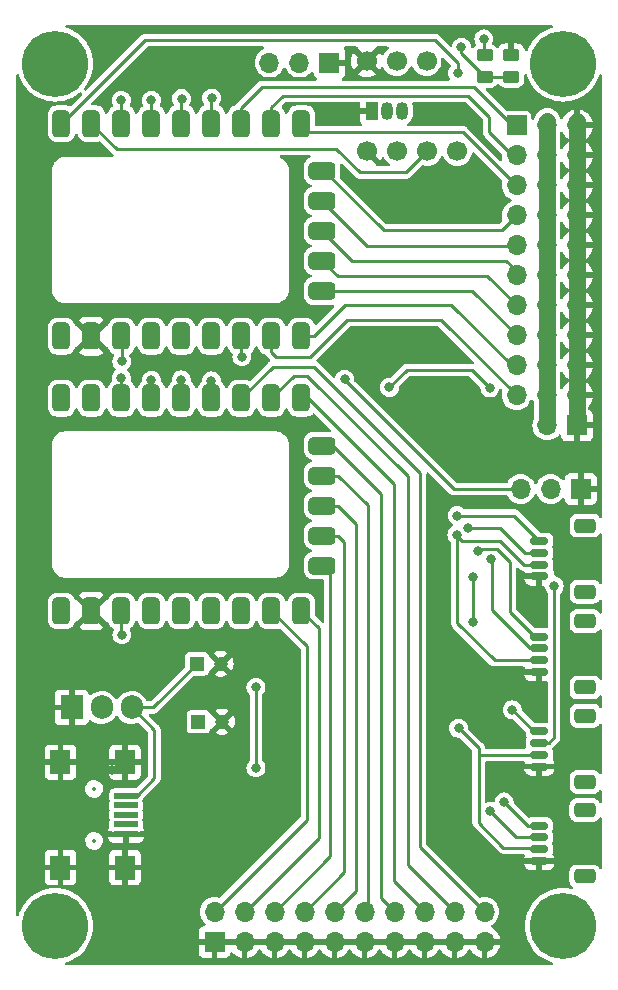
<source format=gtl>
%TF.GenerationSoftware,KiCad,Pcbnew,7.0.10*%
%TF.CreationDate,2024-08-19T10:26:00+10:00*%
%TF.ProjectId,AI4R-SENSORPCB,41493452-2d53-4454-9e53-4f525043422e,rev?*%
%TF.SameCoordinates,Original*%
%TF.FileFunction,Copper,L1,Top*%
%TF.FilePolarity,Positive*%
%FSLAX46Y46*%
G04 Gerber Fmt 4.6, Leading zero omitted, Abs format (unit mm)*
G04 Created by KiCad (PCBNEW 7.0.10) date 2024-08-19 10:26:00*
%MOMM*%
%LPD*%
G01*
G04 APERTURE LIST*
G04 Aperture macros list*
%AMRoundRect*
0 Rectangle with rounded corners*
0 $1 Rounding radius*
0 $2 $3 $4 $5 $6 $7 $8 $9 X,Y pos of 4 corners*
0 Add a 4 corners polygon primitive as box body*
4,1,4,$2,$3,$4,$5,$6,$7,$8,$9,$2,$3,0*
0 Add four circle primitives for the rounded corners*
1,1,$1+$1,$2,$3*
1,1,$1+$1,$4,$5*
1,1,$1+$1,$6,$7*
1,1,$1+$1,$8,$9*
0 Add four rect primitives between the rounded corners*
20,1,$1+$1,$2,$3,$4,$5,0*
20,1,$1+$1,$4,$5,$6,$7,0*
20,1,$1+$1,$6,$7,$8,$9,0*
20,1,$1+$1,$8,$9,$2,$3,0*%
G04 Aperture macros list end*
%TA.AperFunction,SMDPad,CuDef*%
%ADD10RoundRect,0.150000X0.625000X-0.150000X0.625000X0.150000X-0.625000X0.150000X-0.625000X-0.150000X0*%
%TD*%
%TA.AperFunction,SMDPad,CuDef*%
%ADD11RoundRect,0.250000X0.650000X-0.350000X0.650000X0.350000X-0.650000X0.350000X-0.650000X-0.350000X0*%
%TD*%
%TA.AperFunction,SMDPad,CuDef*%
%ADD12RoundRect,0.381000X0.381000X-0.762000X0.381000X0.762000X-0.381000X0.762000X-0.381000X-0.762000X0*%
%TD*%
%TA.AperFunction,SMDPad,CuDef*%
%ADD13RoundRect,0.381000X0.762000X0.381000X-0.762000X0.381000X-0.762000X-0.381000X0.762000X-0.381000X0*%
%TD*%
%TA.AperFunction,SMDPad,CuDef*%
%ADD14RoundRect,0.381000X-0.381000X0.762000X-0.381000X-0.762000X0.381000X-0.762000X0.381000X0.762000X0*%
%TD*%
%TA.AperFunction,SMDPad,CuDef*%
%ADD15R,2.000000X0.500000*%
%TD*%
%TA.AperFunction,SMDPad,CuDef*%
%ADD16R,1.700000X2.000000*%
%TD*%
%TA.AperFunction,ComponentPad*%
%ADD17C,5.600000*%
%TD*%
%TA.AperFunction,ComponentPad*%
%ADD18R,1.200000X1.200000*%
%TD*%
%TA.AperFunction,ComponentPad*%
%ADD19C,1.200000*%
%TD*%
%TA.AperFunction,ComponentPad*%
%ADD20R,1.700000X1.700000*%
%TD*%
%TA.AperFunction,ComponentPad*%
%ADD21O,1.700000X1.700000*%
%TD*%
%TA.AperFunction,ComponentPad*%
%ADD22C,1.700000*%
%TD*%
%TA.AperFunction,SMDPad,CuDef*%
%ADD23RoundRect,0.250000X-0.450000X0.262500X-0.450000X-0.262500X0.450000X-0.262500X0.450000X0.262500X0*%
%TD*%
%TA.AperFunction,ComponentPad*%
%ADD24R,1.050000X1.500000*%
%TD*%
%TA.AperFunction,ComponentPad*%
%ADD25O,1.050000X1.500000*%
%TD*%
%TA.AperFunction,ComponentPad*%
%ADD26O,1.905000X2.000000*%
%TD*%
%TA.AperFunction,ComponentPad*%
%ADD27R,1.905000X2.000000*%
%TD*%
%TA.AperFunction,ViaPad*%
%ADD28C,0.800000*%
%TD*%
%TA.AperFunction,Conductor*%
%ADD29C,0.250000*%
%TD*%
%TA.AperFunction,Conductor*%
%ADD30C,1.400000*%
%TD*%
%ADD31C,0.350000*%
G04 APERTURE END LIST*
D10*
%TO.P,J3,1,Pin_1*%
%TO.N,GND*%
X56470000Y-83000000D03*
%TO.P,J3,2,Pin_2*%
%TO.N,3V3PS*%
X56470000Y-82000000D03*
%TO.P,J3,3,Pin_3*%
%TO.N,SDA2*%
X56470000Y-81000000D03*
%TO.P,J3,4,Pin_4*%
%TO.N,SCL2*%
X56470000Y-80000000D03*
D11*
%TO.P,J3,MP*%
%TO.N,N/C*%
X60345000Y-84300000D03*
X60345000Y-78700000D03*
%TD*%
D12*
%TO.P,RP2,1,GP0*%
%TO.N,GPIO1B*%
X16030000Y-20575000D03*
%TO.P,RP2,2,GP1*%
%TO.N,GPIO2B*%
X18570000Y-20575000D03*
%TO.P,RP2,3,GP2*%
%TO.N,SDA4*%
X21110000Y-20575000D03*
%TO.P,RP2,4,GP3*%
%TO.N,SCL4*%
X23650000Y-20575000D03*
%TO.P,RP2,5,GP4*%
%TO.N,SDA3*%
X26190000Y-20575000D03*
%TO.P,RP2,6,GP5*%
%TO.N,SCL3*%
X28730000Y-20575000D03*
%TO.P,RP2,7,GP6*%
%TO.N,GP6B*%
X31270000Y-20575000D03*
%TO.P,RP2,8,GP7*%
%TO.N,GP7B*%
X33810000Y-20575000D03*
%TO.P,RP2,9,GP8*%
%TO.N,GP8B*%
X36350000Y-20575000D03*
D13*
%TO.P,RP2,10,GP9*%
%TO.N,GP9B*%
X38100000Y-24575000D03*
%TO.P,RP2,11,GP10*%
%TO.N,GP10B*%
X38100000Y-27115000D03*
%TO.P,RP2,12,GP11*%
%TO.N,GP11B*%
X38100000Y-29655000D03*
%TO.P,RP2,13,GP12*%
%TO.N,GP12B*%
X38100000Y-32195000D03*
%TO.P,RP2,14,GP13*%
%TO.N,GP13B*%
X38100000Y-34735000D03*
D14*
%TO.P,RP2,15,GP14*%
%TO.N,GP14B*%
X36350000Y-38575000D03*
%TO.P,RP2,16,GP15*%
%TO.N,GP15B*%
X33810000Y-38575000D03*
%TO.P,RP2,17,GP26*%
%TO.N,GP26B*%
X31270000Y-38575000D03*
%TO.P,RP2,18,GP27*%
%TO.N,unconnected-(RP2-GP27-Pad18)*%
X28730000Y-38575000D03*
%TO.P,RP2,19,GP28*%
%TO.N,unconnected-(RP2-GP28-Pad19)*%
X26190000Y-38575000D03*
%TO.P,RP2,20,GP29*%
%TO.N,unconnected-(RP2-GP29-Pad20)*%
X23650000Y-38575000D03*
%TO.P,RP2,21,3V3*%
%TO.N,3V3B*%
X21110000Y-38575000D03*
%TO.P,RP2,22,GND*%
%TO.N,GND*%
X18570000Y-38575000D03*
%TO.P,RP2,23,5V*%
%TO.N,unconnected-(RP2-5V-Pad23)*%
X16030000Y-38575000D03*
%TD*%
D10*
%TO.P,J4,1,Pin_1*%
%TO.N,GND*%
X56500000Y-58900000D03*
%TO.P,J4,2,Pin_2*%
%TO.N,3V3B*%
X56500000Y-57900000D03*
%TO.P,J4,3,Pin_3*%
%TO.N,SDA3*%
X56500000Y-56900000D03*
%TO.P,J4,4,Pin_4*%
%TO.N,SCL3*%
X56500000Y-55900000D03*
D11*
%TO.P,J4,MP*%
%TO.N,N/C*%
X60375000Y-60200000D03*
X60375000Y-54600000D03*
%TD*%
D15*
%TO.P,J11,1,VBUS*%
%TO.N,VCC_TOF*%
X21500000Y-77500000D03*
%TO.P,J11,2,D-*%
%TO.N,unconnected-(J11-D--Pad2)*%
X21500000Y-78300000D03*
%TO.P,J11,3,D+*%
%TO.N,unconnected-(J11-D+-Pad3)*%
X21500000Y-79100000D03*
%TO.P,J11,4,ID*%
%TO.N,unconnected-(J11-ID-Pad4)*%
X21500000Y-79900000D03*
%TO.P,J11,5,GND*%
%TO.N,GND*%
X21500000Y-80700000D03*
D16*
%TO.P,J11,6,Shield*%
X21400000Y-74650000D03*
X15950000Y-74650000D03*
X21400000Y-83550000D03*
X15950000Y-83550000D03*
%TD*%
D17*
%TO.P,H2,1*%
%TO.N,N/C*%
X58500000Y-15500000D03*
%TD*%
D18*
%TO.P,C2,1*%
%TO.N,VCC_TOF*%
X27500000Y-66300000D03*
D19*
%TO.P,C2,2*%
%TO.N,GND*%
X29500000Y-66300000D03*
%TD*%
D20*
%TO.P,J6,1,Pin_1*%
%TO.N,GND*%
X59700000Y-46120000D03*
D21*
%TO.P,J6,2,Pin_2*%
%TO.N,VCC*%
X57160000Y-46120000D03*
%TO.P,J6,3,Pin_3*%
%TO.N,GND*%
X59700000Y-43580000D03*
%TO.P,J6,4,Pin_4*%
%TO.N,VCC*%
X57160000Y-43580000D03*
%TO.P,J6,5,Pin_5*%
%TO.N,GND*%
X59700000Y-41040000D03*
%TO.P,J6,6,Pin_6*%
%TO.N,VCC*%
X57160000Y-41040000D03*
%TO.P,J6,7,Pin_7*%
%TO.N,GND*%
X59700000Y-38500000D03*
%TO.P,J6,8,Pin_8*%
%TO.N,VCC*%
X57160000Y-38500000D03*
%TO.P,J6,9,Pin_9*%
%TO.N,GND*%
X59700000Y-35960000D03*
%TO.P,J6,10,Pin_10*%
%TO.N,VCC*%
X57160000Y-35960000D03*
%TO.P,J6,11,Pin_11*%
%TO.N,GND*%
X59700000Y-33420000D03*
%TO.P,J6,12,Pin_12*%
%TO.N,VCC*%
X57160000Y-33420000D03*
%TO.P,J6,13,Pin_13*%
%TO.N,GND*%
X59700000Y-30880000D03*
%TO.P,J6,14,Pin_14*%
%TO.N,VCC*%
X57160000Y-30880000D03*
%TO.P,J6,15,Pin_15*%
%TO.N,GND*%
X59700000Y-28340000D03*
%TO.P,J6,16,Pin_16*%
%TO.N,VCC*%
X57160000Y-28340000D03*
%TO.P,J6,17,Pin_17*%
%TO.N,GND*%
X59700000Y-25800000D03*
%TO.P,J6,18,Pin_18*%
%TO.N,VCC*%
X57160000Y-25800000D03*
%TO.P,J6,19,Pin_19*%
%TO.N,GND*%
X59700000Y-23260000D03*
%TO.P,J6,20,Pin_20*%
%TO.N,VCC*%
X57160000Y-23260000D03*
%TO.P,J6,21,Pin_21*%
%TO.N,GND*%
X59700000Y-20720000D03*
%TO.P,J6,22,Pin_22*%
%TO.N,VCC*%
X57160000Y-20720000D03*
%TD*%
D20*
%TO.P,J8,1,Pin_1*%
%TO.N,GP6B*%
X54560000Y-20720000D03*
D21*
%TO.P,J8,2,Pin_2*%
%TO.N,GP7B*%
X54560000Y-23260000D03*
%TO.P,J8,3,Pin_3*%
%TO.N,GP8B*%
X54560000Y-25800000D03*
%TO.P,J8,4,Pin_4*%
%TO.N,GP9B*%
X54560000Y-28340000D03*
%TO.P,J8,5,Pin_5*%
%TO.N,GP10B*%
X54560000Y-30880000D03*
%TO.P,J8,6,Pin_6*%
%TO.N,GP11B*%
X54560000Y-33420000D03*
%TO.P,J8,7,Pin_7*%
%TO.N,GP12B*%
X54560000Y-35960000D03*
%TO.P,J8,8,Pin_8*%
%TO.N,GP13B*%
X54560000Y-38500000D03*
%TO.P,J8,9,Pin_9*%
%TO.N,GP14B*%
X54560000Y-41040000D03*
%TO.P,J8,10,Pin_10*%
%TO.N,GP15B*%
X54560000Y-43580000D03*
%TD*%
D17*
%TO.P,H4,1*%
%TO.N,N/C*%
X15500000Y-88500000D03*
%TD*%
D12*
%TO.P,RP1,1,GP0*%
%TO.N,unconnected-(RP1-GP0-Pad1)*%
X16030000Y-43825000D03*
%TO.P,RP1,2,GP1*%
%TO.N,unconnected-(RP1-GP1-Pad2)*%
X18570000Y-43825000D03*
%TO.P,RP1,3,GP2*%
%TO.N,SDA2*%
X21110000Y-43825000D03*
%TO.P,RP1,4,GP3*%
%TO.N,SCL2*%
X23650000Y-43825000D03*
%TO.P,RP1,5,GP4*%
%TO.N,SDA1*%
X26190000Y-43825000D03*
%TO.P,RP1,6,GP5*%
%TO.N,SCL1*%
X28730000Y-43825000D03*
%TO.P,RP1,7,GP6*%
%TO.N,GP6*%
X31270000Y-43825000D03*
%TO.P,RP1,8,GP7*%
%TO.N,GP7*%
X33810000Y-43825000D03*
%TO.P,RP1,9,GP8*%
%TO.N,GP8*%
X36350000Y-43825000D03*
D13*
%TO.P,RP1,10,GP9*%
%TO.N,GP9*%
X38100000Y-47825000D03*
%TO.P,RP1,11,GP10*%
%TO.N,GP10*%
X38100000Y-50365000D03*
%TO.P,RP1,12,GP11*%
%TO.N,GP11*%
X38100000Y-52905000D03*
%TO.P,RP1,13,GP12*%
%TO.N,GP12*%
X38100000Y-55445000D03*
%TO.P,RP1,14,GP13*%
%TO.N,GP13*%
X38100000Y-57985000D03*
D14*
%TO.P,RP1,15,GP14*%
%TO.N,GP14*%
X36350000Y-61825000D03*
%TO.P,RP1,16,GP15*%
%TO.N,GP15*%
X33810000Y-61825000D03*
%TO.P,RP1,17,GP26*%
%TO.N,unconnected-(RP1-GP26-Pad17)*%
X31270000Y-61825000D03*
%TO.P,RP1,18,GP27*%
%TO.N,unconnected-(RP1-GP27-Pad18)*%
X28730000Y-61825000D03*
%TO.P,RP1,19,GP28*%
%TO.N,unconnected-(RP1-GP28-Pad19)*%
X26190000Y-61825000D03*
%TO.P,RP1,20,GP29*%
%TO.N,unconnected-(RP1-GP29-Pad20)*%
X23650000Y-61825000D03*
%TO.P,RP1,21,3V3*%
%TO.N,3V3*%
X21110000Y-61825000D03*
%TO.P,RP1,22,GND*%
%TO.N,GND*%
X18570000Y-61825000D03*
%TO.P,RP1,23,5V*%
%TO.N,unconnected-(RP1-5V-Pad23)*%
X16030000Y-61825000D03*
%TD*%
D22*
%TO.P,U2,1,RCIN*%
%TO.N,Net-(J7-Pin_3)*%
X46950000Y-15270000D03*
%TO.P,U2,2,VRC*%
%TO.N,Net-(J7-Pin_2)*%
X44410000Y-15270000D03*
%TO.P,U2,3,GND*%
%TO.N,GND*%
X41870000Y-15270000D03*
%TO.P,U2,4,GND*%
X41920000Y-22890000D03*
%TO.P,U2,5,VCC*%
%TO.N,3V3B*%
X44460000Y-22890000D03*
%TO.P,U2,6,OUT*%
%TO.N,GPIO2B*%
X47000000Y-22890000D03*
%TO.P,U2,7,GOOD*%
%TO.N,GPIO1B*%
X49540000Y-22890000D03*
%TD*%
D10*
%TO.P,J2,1,Pin_1*%
%TO.N,GND*%
X56500000Y-75000000D03*
%TO.P,J2,2,Pin_2*%
%TO.N,3V3PS*%
X56500000Y-74000000D03*
%TO.P,J2,3,Pin_3*%
%TO.N,SDA1*%
X56500000Y-73000000D03*
%TO.P,J2,4,Pin_4*%
%TO.N,SCL1*%
X56500000Y-72000000D03*
D11*
%TO.P,J2,MP*%
%TO.N,N/C*%
X60375000Y-76300000D03*
X60375000Y-70700000D03*
%TD*%
D20*
%TO.P,J10,1,Pin_1*%
%TO.N,GND*%
X28993500Y-89840000D03*
D21*
%TO.P,J10,2,Pin_2*%
%TO.N,GP15*%
X28993500Y-87300000D03*
%TO.P,J10,3,Pin_3*%
%TO.N,GND*%
X31533500Y-89840000D03*
%TO.P,J10,4,Pin_4*%
%TO.N,GP14*%
X31533500Y-87300000D03*
%TO.P,J10,5,Pin_5*%
%TO.N,GND*%
X34073500Y-89840000D03*
%TO.P,J10,6,Pin_6*%
%TO.N,GP13*%
X34073500Y-87300000D03*
%TO.P,J10,7,Pin_7*%
%TO.N,GND*%
X36613500Y-89840000D03*
%TO.P,J10,8,Pin_8*%
%TO.N,GP12*%
X36613500Y-87300000D03*
%TO.P,J10,9,Pin_9*%
%TO.N,GND*%
X39153500Y-89840000D03*
%TO.P,J10,10,Pin_10*%
%TO.N,GP11*%
X39153500Y-87300000D03*
%TO.P,J10,11,Pin_11*%
%TO.N,GND*%
X41693500Y-89840000D03*
%TO.P,J10,12,Pin_12*%
%TO.N,GP10*%
X41693500Y-87300000D03*
%TO.P,J10,13,Pin_13*%
%TO.N,GND*%
X44233500Y-89840000D03*
%TO.P,J10,14,Pin_14*%
%TO.N,GP9*%
X44233500Y-87300000D03*
%TO.P,J10,15,Pin_15*%
%TO.N,GND*%
X46773500Y-89840000D03*
%TO.P,J10,16,Pin_16*%
%TO.N,GP8*%
X46773500Y-87300000D03*
%TO.P,J10,17,Pin_17*%
%TO.N,GND*%
X49313500Y-89840000D03*
%TO.P,J10,18,Pin_18*%
%TO.N,GP7*%
X49313500Y-87300000D03*
%TO.P,J10,19,Pin_19*%
%TO.N,GND*%
X51853500Y-89840000D03*
%TO.P,J10,20,Pin_20*%
%TO.N,GP6*%
X51853500Y-87300000D03*
%TD*%
D23*
%TO.P,R1,1*%
%TO.N,Net-(J7-Pin_2)*%
X51900000Y-14787500D03*
%TO.P,R1,2*%
%TO.N,Net-(Q1-B)*%
X51900000Y-16612500D03*
%TD*%
D18*
%TO.P,C1,1*%
%TO.N,3V3PS*%
X27627401Y-71200000D03*
D19*
%TO.P,C1,2*%
%TO.N,GND*%
X29627401Y-71200000D03*
%TD*%
D24*
%TO.P,Q1,1,E*%
%TO.N,GND*%
X42360000Y-19500000D03*
D25*
%TO.P,Q1,2,B*%
%TO.N,Net-(Q1-B)*%
X43630000Y-19500000D03*
%TO.P,Q1,3,C*%
%TO.N,GPIO2B*%
X44900000Y-19500000D03*
%TD*%
D20*
%TO.P,J7,1,Pin_1*%
%TO.N,GND*%
X38725000Y-15400000D03*
D21*
%TO.P,J7,2,Pin_2*%
%TO.N,Net-(J7-Pin_2)*%
X36185000Y-15400000D03*
%TO.P,J7,3,Pin_3*%
%TO.N,Net-(J7-Pin_3)*%
X33645000Y-15400000D03*
%TD*%
D26*
%TO.P,U3,3,VI*%
%TO.N,VCC_TOF*%
X21980000Y-70000000D03*
%TO.P,U3,2,VO*%
%TO.N,3V3PS*%
X19440000Y-70000000D03*
D27*
%TO.P,U3,1,GND*%
%TO.N,GND*%
X16900000Y-70000000D03*
%TD*%
D17*
%TO.P,H3,1*%
%TO.N,N/C*%
X58500000Y-88500000D03*
%TD*%
D10*
%TO.P,J5,1,Pin_1*%
%TO.N,GND*%
X56500000Y-67000000D03*
%TO.P,J5,2,Pin_2*%
%TO.N,3V3B*%
X56500000Y-66000000D03*
%TO.P,J5,3,Pin_3*%
%TO.N,SDA4*%
X56500000Y-65000000D03*
%TO.P,J5,4,Pin_4*%
%TO.N,SCL4*%
X56500000Y-64000000D03*
D11*
%TO.P,J5,MP*%
%TO.N,N/C*%
X60375000Y-68300000D03*
X60375000Y-62700000D03*
%TD*%
D20*
%TO.P,J9,1,Pin_1*%
%TO.N,GND*%
X60000000Y-51500000D03*
D21*
%TO.P,J9,2,Pin_2*%
%TO.N,3V3B*%
X57460000Y-51500000D03*
%TO.P,J9,3,Pin_3*%
%TO.N,GP26B*%
X54920000Y-51500000D03*
%TD*%
D17*
%TO.P,H1,1*%
%TO.N,N/C*%
X15500000Y-15500000D03*
%TD*%
D23*
%TO.P,R2,1*%
%TO.N,GND*%
X54100000Y-14787500D03*
%TO.P,R2,2*%
%TO.N,Net-(Q1-B)*%
X54100000Y-16612500D03*
%TD*%
D28*
%TO.N,GND*%
X20300000Y-75300000D03*
X24900000Y-40400000D03*
X28600000Y-75600000D03*
X38200000Y-19500000D03*
X60250000Y-81550000D03*
X23600000Y-14450000D03*
X48900000Y-68400000D03*
X47900000Y-61300000D03*
X54800000Y-88400000D03*
X53500000Y-67400000D03*
X36300000Y-31050000D03*
X48600000Y-75850000D03*
X21700000Y-88050000D03*
X53750000Y-47150000D03*
X20200000Y-14500000D03*
X52250000Y-25050000D03*
X14000000Y-81050000D03*
X58900000Y-56750000D03*
X50650000Y-20100000D03*
X55100000Y-61300000D03*
X47900000Y-28500000D03*
%TO.N,3V3*%
X32500000Y-68300000D03*
X21150000Y-63850000D03*
X32500000Y-75100000D03*
%TO.N,SDA1*%
X26183560Y-42266950D03*
X57750000Y-59700000D03*
%TO.N,SCL1*%
X28730000Y-42350000D03*
X54200000Y-70200000D03*
X50900000Y-58925000D03*
X50900000Y-62800000D03*
%TO.N,SDA2*%
X21100000Y-42100000D03*
X52300000Y-78800000D03*
%TO.N,SCL2*%
X23650000Y-42300000D03*
X53500000Y-78000000D03*
%TO.N,SDA3*%
X50450000Y-54800000D03*
X26200000Y-18450000D03*
%TO.N,SCL3*%
X49550000Y-53750000D03*
X28750000Y-18400000D03*
%TO.N,SDA4*%
X52400000Y-57450000D03*
X21100000Y-18600000D03*
%TO.N,SCL4*%
X51275000Y-56725000D03*
X23650000Y-18600000D03*
%TO.N,Net-(J7-Pin_2)*%
X51800000Y-13400000D03*
%TO.N,3V3B*%
X43800000Y-42900000D03*
X52300000Y-42950000D03*
X21150000Y-40700000D03*
X49511388Y-55373596D03*
%TO.N,GPIO1B*%
X49564191Y-16277847D03*
%TO.N,GP26B*%
X31300000Y-40300000D03*
X40000000Y-42200000D03*
%TO.N,Net-(Q1-B)*%
X49900000Y-14100000D03*
%TO.N,3V3PS*%
X49650000Y-71750000D03*
%TD*%
D29*
%TO.N,GP6*%
X31270000Y-43825000D02*
X33945000Y-41150000D01*
X33945000Y-41150000D02*
X37400000Y-41150000D01*
X37400000Y-41150000D02*
X46400000Y-50150000D01*
X46400000Y-81846500D02*
X51853500Y-87300000D01*
X46400000Y-50150000D02*
X46400000Y-81846500D01*
%TO.N,GP15*%
X28993500Y-87300000D02*
X36800000Y-79493500D01*
X36800000Y-64815000D02*
X33810000Y-61825000D01*
X36800000Y-79493500D02*
X36800000Y-64815000D01*
%TO.N,3V3B*%
X55200000Y-57900000D02*
X56500000Y-57900000D01*
X53200000Y-55900000D02*
X55200000Y-57900000D01*
X49950000Y-55900000D02*
X53200000Y-55900000D01*
X49550000Y-55500000D02*
X49950000Y-55900000D01*
%TO.N,GP15B*%
X40200000Y-37200000D02*
X48180000Y-37200000D01*
X48180000Y-37200000D02*
X54560000Y-43580000D01*
X37100000Y-40300000D02*
X40200000Y-37200000D01*
X33810000Y-38575000D02*
X33810000Y-39910000D01*
X34200000Y-40300000D02*
X37100000Y-40300000D01*
X33810000Y-39910000D02*
X34200000Y-40300000D01*
%TO.N,GP14*%
X31533500Y-87300000D02*
X37800000Y-81033500D01*
X37800000Y-63275000D02*
X36350000Y-61825000D01*
X37800000Y-81033500D02*
X37800000Y-63275000D01*
%TO.N,SCL1*%
X50900000Y-58925000D02*
X50900000Y-62800000D01*
X50900000Y-62800000D02*
X50900000Y-62100000D01*
%TO.N,3V3B*%
X49511388Y-55373596D02*
X49550000Y-55412208D01*
X49550000Y-55412208D02*
X49550000Y-62850000D01*
X49550000Y-62850000D02*
X52700000Y-66000000D01*
X52700000Y-66000000D02*
X56500000Y-66000000D01*
%TO.N,SCL4*%
X51375000Y-56625000D02*
X52925000Y-56625000D01*
X52925000Y-56625000D02*
X54000000Y-57700000D01*
X54000000Y-61900000D02*
X56100000Y-64000000D01*
X56100000Y-64000000D02*
X56500000Y-64000000D01*
X54000000Y-57700000D02*
X54000000Y-61900000D01*
X51275000Y-56725000D02*
X51375000Y-56625000D01*
%TO.N,GP7B*%
X54210000Y-23260000D02*
X54560000Y-23260000D01*
X52250000Y-21300000D02*
X54210000Y-23260000D01*
X34800000Y-18200000D02*
X50450000Y-18200000D01*
X50450000Y-18200000D02*
X52250000Y-20000000D01*
X33810000Y-19190000D02*
X34800000Y-18200000D01*
X52250000Y-20000000D02*
X52250000Y-21300000D01*
X33810000Y-20575000D02*
X33810000Y-19190000D01*
D30*
%TO.N,GND*%
X59700000Y-45760000D02*
X59700000Y-20360000D01*
D29*
%TO.N,3V3*%
X21110000Y-63760000D02*
X21150000Y-63800000D01*
X21150000Y-63850000D02*
X21200000Y-63850000D01*
X21200000Y-63850000D02*
X21150000Y-63800000D01*
X21110000Y-61825000D02*
X21110000Y-63760000D01*
X32500000Y-68300000D02*
X32500000Y-75100000D01*
X21150000Y-63800000D02*
X21150000Y-63850000D01*
%TO.N,SDA1*%
X26183560Y-42326440D02*
X26150000Y-42360000D01*
X26183560Y-42266950D02*
X26183560Y-42326440D01*
X57750000Y-72524999D02*
X57750000Y-59700000D01*
X57274999Y-73000000D02*
X57750000Y-72524999D01*
X56500000Y-73000000D02*
X57274999Y-73000000D01*
X26183560Y-42266950D02*
X26190000Y-42273390D01*
X26190000Y-42273390D02*
X26190000Y-43825000D01*
%TO.N,SCL1*%
X28730000Y-42350000D02*
X28750000Y-42330000D01*
X55950000Y-71950000D02*
X56500000Y-71950000D01*
X28730000Y-42350000D02*
X28730000Y-43825000D01*
X54200000Y-70200000D02*
X55950000Y-71950000D01*
%TO.N,SDA2*%
X56470000Y-81000000D02*
X54500000Y-81000000D01*
X21110000Y-42110000D02*
X21100000Y-42100000D01*
X21110000Y-43825000D02*
X21110000Y-42110000D01*
X54500000Y-81000000D02*
X52300000Y-78800000D01*
%TO.N,SCL2*%
X23650000Y-43825000D02*
X23650000Y-42300000D01*
X55500000Y-80000000D02*
X53500000Y-78000000D01*
X56470000Y-80000000D02*
X55500000Y-80000000D01*
%TO.N,SDA3*%
X55299092Y-56900000D02*
X56500000Y-56900000D01*
X26200000Y-18350000D02*
X26250000Y-18350000D01*
X50450000Y-54800000D02*
X53199092Y-54800000D01*
X50450000Y-54800000D02*
X50550000Y-54900000D01*
X26250000Y-18350000D02*
X26190000Y-18410000D01*
X53199092Y-54800000D02*
X55299092Y-56900000D01*
X26200000Y-18400000D02*
X26200000Y-18350000D01*
X26190000Y-20575000D02*
X26190000Y-18410000D01*
X26200000Y-18400000D02*
X26200000Y-18400000D01*
%TO.N,SCL3*%
X49550000Y-53750000D02*
X49553500Y-53746500D01*
X28750000Y-18450000D02*
X28750000Y-18400000D01*
X28730000Y-20525000D02*
X28730000Y-18470000D01*
X54350000Y-53750000D02*
X49550000Y-53750000D01*
X28750000Y-18400000D02*
X28800000Y-18400000D01*
X28750000Y-18450000D02*
X28750000Y-18450000D01*
X28800000Y-18400000D02*
X28730000Y-18470000D01*
X56500000Y-55900000D02*
X54350000Y-53750000D01*
%TO.N,SDA4*%
X21110000Y-18760000D02*
X21100000Y-18600000D01*
X21110000Y-20575000D02*
X21110000Y-18760000D01*
X52450000Y-57500000D02*
X52450000Y-61724999D01*
X21100000Y-18600000D02*
X21100000Y-18750000D01*
X52450000Y-61724999D02*
X55725001Y-65000000D01*
X52400000Y-57450000D02*
X52450000Y-57500000D01*
X55725001Y-65000000D02*
X56500000Y-65000000D01*
%TO.N,SCL4*%
X23650000Y-18700000D02*
X23650000Y-18700000D01*
X23650000Y-18600000D02*
X23550000Y-18600000D01*
X23650000Y-20575000D02*
X23650000Y-18700000D01*
X23550000Y-18600000D02*
X23600000Y-18650000D01*
X23650000Y-18700000D02*
X23650000Y-18600000D01*
%TO.N,GP7*%
X35735000Y-41900000D02*
X33810000Y-43825000D01*
X45350000Y-83336500D02*
X45350000Y-50400000D01*
X36850000Y-41900000D02*
X35735000Y-41900000D01*
X49313500Y-87300000D02*
X45350000Y-83336500D01*
X45350000Y-50400000D02*
X36850000Y-41900000D01*
%TO.N,GP8*%
X36925000Y-43825000D02*
X36350000Y-43825000D01*
X46773500Y-87300000D02*
X44200000Y-84726500D01*
X44200000Y-51100000D02*
X36925000Y-43825000D01*
X44200000Y-84726500D02*
X44200000Y-51100000D01*
%TO.N,GP9*%
X43100000Y-51900000D02*
X43100000Y-86166500D01*
X39025000Y-47825000D02*
X43100000Y-51900000D01*
X38100000Y-47825000D02*
X39025000Y-47825000D01*
X43100000Y-86166500D02*
X44233500Y-87300000D01*
%TO.N,GP10*%
X41693500Y-87300000D02*
X42000000Y-86993500D01*
X42000000Y-52900000D02*
X39465000Y-50365000D01*
X42000000Y-86993500D02*
X42000000Y-52900000D01*
X39465000Y-50365000D02*
X38100000Y-50365000D01*
%TO.N,GP11*%
X40950000Y-85503500D02*
X40950000Y-54450000D01*
X39405000Y-52905000D02*
X38100000Y-52905000D01*
X40950000Y-54450000D02*
X39405000Y-52905000D01*
X39153500Y-87300000D02*
X40950000Y-85503500D01*
%TO.N,GP12*%
X39950000Y-83963500D02*
X39950000Y-55950000D01*
X36613500Y-87300000D02*
X39950000Y-83963500D01*
X39950000Y-55950000D02*
X39445000Y-55445000D01*
X39445000Y-55445000D02*
X38100000Y-55445000D01*
%TO.N,GP13*%
X38800000Y-58685000D02*
X38100000Y-57985000D01*
X38800000Y-82573500D02*
X38800000Y-58685000D01*
X34073500Y-87300000D02*
X38800000Y-82573500D01*
%TO.N,GP6B*%
X50950000Y-17450000D02*
X33050000Y-17450000D01*
X54220000Y-20720000D02*
X50950000Y-17450000D01*
X33050000Y-17450000D02*
X31270000Y-19230000D01*
X54560000Y-20720000D02*
X54220000Y-20720000D01*
X31270000Y-19230000D02*
X31270000Y-20575000D01*
%TO.N,GP8B*%
X50000000Y-21300000D02*
X54560000Y-25860000D01*
X36350000Y-20575000D02*
X37075000Y-21300000D01*
X37075000Y-21300000D02*
X50000000Y-21300000D01*
%TO.N,GP9B*%
X38275000Y-24575000D02*
X43300000Y-29600000D01*
X54560000Y-28340000D02*
X54560000Y-27980000D01*
X53300000Y-29600000D02*
X54560000Y-28340000D01*
X43300000Y-29600000D02*
X53300000Y-29600000D01*
X38100000Y-24575000D02*
X38275000Y-24575000D01*
%TO.N,GP10B*%
X54320000Y-30900000D02*
X41885000Y-30900000D01*
X41885000Y-30900000D02*
X38100000Y-27115000D01*
%TO.N,GP11B*%
X53700000Y-32200000D02*
X40645000Y-32200000D01*
X54560000Y-33060000D02*
X53700000Y-32200000D01*
X40645000Y-32200000D02*
X38100000Y-29655000D01*
%TO.N,GP12B*%
X39405000Y-33500000D02*
X52100000Y-33500000D01*
X52100000Y-33500000D02*
X54560000Y-35960000D01*
X38100000Y-32195000D02*
X39405000Y-33500000D01*
%TO.N,GP13B*%
X50760000Y-34700000D02*
X54560000Y-38500000D01*
X38135000Y-34700000D02*
X50760000Y-34700000D01*
X38100000Y-34735000D02*
X38135000Y-34700000D01*
%TO.N,Net-(J7-Pin_2)*%
X51800000Y-14687500D02*
X51800000Y-13400000D01*
X51900000Y-14787500D02*
X51800000Y-14687500D01*
%TO.N,GP14B*%
X40050000Y-35900000D02*
X49000000Y-35900000D01*
X37375000Y-38575000D02*
X40050000Y-35900000D01*
X54140000Y-41040000D02*
X54560000Y-41040000D01*
X36350000Y-38575000D02*
X37375000Y-38575000D01*
X49000000Y-35900000D02*
X54140000Y-41040000D01*
%TO.N,3V3B*%
X21110000Y-38575000D02*
X21150000Y-40700000D01*
X21150000Y-40700000D02*
X21110000Y-40640000D01*
X45250000Y-41450000D02*
X43800000Y-42900000D01*
X50800000Y-41450000D02*
X45250000Y-41450000D01*
X52300000Y-42950000D02*
X50800000Y-41450000D01*
D30*
%TO.N,VCC*%
X57160000Y-20360000D02*
X57160000Y-45760000D01*
D29*
%TO.N,GPIO1B*%
X47650000Y-13500000D02*
X23105000Y-13500000D01*
X23105000Y-13500000D02*
X16030000Y-20575000D01*
X49564191Y-15414191D02*
X47650000Y-13500000D01*
X49564191Y-16277847D02*
X49564191Y-15414191D01*
%TO.N,GP26B*%
X40000000Y-42200000D02*
X40000000Y-42250000D01*
X49250000Y-51500000D02*
X54920000Y-51500000D01*
X40000000Y-42250000D02*
X49250000Y-51500000D01*
X31300000Y-40300000D02*
X31270000Y-40270000D01*
X31270000Y-38575000D02*
X31270000Y-40270000D01*
%TO.N,Net-(Q1-B)*%
X51900000Y-16612500D02*
X54100000Y-16612500D01*
X52175000Y-16312500D02*
X52175000Y-16337500D01*
X51900000Y-16612500D02*
X49900000Y-14612500D01*
X49900000Y-14612500D02*
X49900000Y-14100000D01*
%TO.N,3V3PS*%
X51346500Y-73446500D02*
X49650000Y-71750000D01*
X56470000Y-81856500D02*
X53456500Y-81856500D01*
X51346500Y-74000000D02*
X51346500Y-73446500D01*
X51346500Y-79746500D02*
X51346500Y-73446500D01*
X56500000Y-74000000D02*
X51346500Y-74000000D01*
X53456500Y-81856500D02*
X51346500Y-79746500D01*
%TO.N,VCC_TOF*%
X23900000Y-71920000D02*
X21980000Y-70000000D01*
X23900000Y-76000000D02*
X23900000Y-71920000D01*
X21980000Y-70000000D02*
X23800000Y-70000000D01*
X20875000Y-77500000D02*
X22400000Y-77500000D01*
X23800000Y-70000000D02*
X27500000Y-66300000D01*
X22400000Y-77500000D02*
X23900000Y-76000000D01*
%TO.N,GPIO2B*%
X20695000Y-22700000D02*
X18570000Y-20575000D01*
X47000000Y-22890000D02*
X45190000Y-24700000D01*
X41300000Y-24700000D02*
X39300000Y-22700000D01*
X39300000Y-22700000D02*
X20695000Y-22700000D01*
X45190000Y-24700000D02*
X41300000Y-24700000D01*
%TD*%
%TA.AperFunction,Conductor*%
%TO.N,GND*%
G36*
X54730703Y-58174318D02*
G01*
X54737181Y-58180350D01*
X54820543Y-58263712D01*
X54823485Y-58266756D01*
X54865243Y-58311468D01*
X54883125Y-58322342D01*
X54890630Y-58326906D01*
X54898501Y-58331692D01*
X54908998Y-58338836D01*
X54931342Y-58355779D01*
X54940025Y-58362364D01*
X54955510Y-58368470D01*
X54974448Y-58377876D01*
X54988672Y-58386526D01*
X55026168Y-58397031D01*
X55038180Y-58401071D01*
X55074411Y-58415359D01*
X55080067Y-58415940D01*
X55090968Y-58417061D01*
X55111746Y-58421009D01*
X55127772Y-58425500D01*
X55127778Y-58425500D01*
X55136175Y-58426655D01*
X55135981Y-58428064D01*
X55194286Y-58445185D01*
X55240041Y-58497989D01*
X55249985Y-58567147D01*
X55246324Y-58584094D01*
X55227899Y-58647511D01*
X55227704Y-58649998D01*
X55227705Y-58650000D01*
X56626000Y-58650000D01*
X56693039Y-58669685D01*
X56738794Y-58722489D01*
X56750000Y-58774000D01*
X56750000Y-59700000D01*
X56833622Y-59700000D01*
X56900661Y-59719685D01*
X56946416Y-59772489D01*
X56956842Y-59810117D01*
X56964630Y-59879250D01*
X56964631Y-59879254D01*
X57024211Y-60049523D01*
X57120184Y-60202262D01*
X57188181Y-60270259D01*
X57221666Y-60331582D01*
X57224500Y-60357940D01*
X57224500Y-63175500D01*
X57204815Y-63242539D01*
X57152011Y-63288294D01*
X57100500Y-63299500D01*
X56194031Y-63299500D01*
X56126992Y-63279815D01*
X56106350Y-63263181D01*
X54561819Y-61718650D01*
X54528334Y-61657327D01*
X54525500Y-61630969D01*
X54525500Y-59150001D01*
X55227704Y-59150001D01*
X55227899Y-59152486D01*
X55273718Y-59310198D01*
X55357314Y-59451552D01*
X55357321Y-59451561D01*
X55473438Y-59567678D01*
X55473447Y-59567685D01*
X55614803Y-59651282D01*
X55614806Y-59651283D01*
X55772504Y-59697099D01*
X55772510Y-59697100D01*
X55809350Y-59699999D01*
X55809366Y-59700000D01*
X56250000Y-59700000D01*
X56250000Y-59150000D01*
X55227705Y-59150000D01*
X55227704Y-59150001D01*
X54525500Y-59150001D01*
X54525500Y-58268031D01*
X54545185Y-58200992D01*
X54597989Y-58155237D01*
X54667147Y-58145293D01*
X54730703Y-58174318D01*
G37*
%TD.AperFunction*%
%TA.AperFunction,Conductor*%
G36*
X55405703Y-16392820D02*
G01*
X55443477Y-16451598D01*
X55443654Y-16452206D01*
X55469934Y-16543429D01*
X55474341Y-16558724D01*
X55611906Y-16890833D01*
X55670461Y-16996780D01*
X55785790Y-17205454D01*
X55993805Y-17498622D01*
X55993806Y-17498623D01*
X56233339Y-17766661D01*
X56435965Y-17947738D01*
X56501377Y-18006194D01*
X56630395Y-18097738D01*
X56794548Y-18214211D01*
X57109167Y-18388094D01*
X57441276Y-18525659D01*
X57786700Y-18625173D01*
X58141093Y-18685387D01*
X58500000Y-18705543D01*
X58858907Y-18685387D01*
X59213300Y-18625173D01*
X59558724Y-18525659D01*
X59890833Y-18388094D01*
X60205452Y-18214211D01*
X60498623Y-18006194D01*
X60766661Y-17766661D01*
X61006194Y-17498623D01*
X61214211Y-17205452D01*
X61388094Y-16890833D01*
X61525659Y-16558724D01*
X61556346Y-16452205D01*
X61593820Y-16393236D01*
X61657227Y-16363887D01*
X61726435Y-16373477D01*
X61779472Y-16418962D01*
X61799498Y-16485900D01*
X61799500Y-16486533D01*
X61799500Y-53828448D01*
X61779815Y-53895487D01*
X61727011Y-53941242D01*
X61657853Y-53951186D01*
X61594297Y-53922161D01*
X61568768Y-53891569D01*
X61543083Y-53848138D01*
X61543076Y-53848129D01*
X61426870Y-53731923D01*
X61426862Y-53731917D01*
X61285396Y-53648255D01*
X61285393Y-53648254D01*
X61127573Y-53602402D01*
X61127567Y-53602401D01*
X61090701Y-53599500D01*
X61090694Y-53599500D01*
X59659306Y-53599500D01*
X59659298Y-53599500D01*
X59622432Y-53602401D01*
X59622426Y-53602402D01*
X59464606Y-53648254D01*
X59464603Y-53648255D01*
X59323137Y-53731917D01*
X59323129Y-53731923D01*
X59206923Y-53848129D01*
X59206917Y-53848137D01*
X59123255Y-53989603D01*
X59123254Y-53989606D01*
X59077402Y-54147426D01*
X59077401Y-54147432D01*
X59074500Y-54184298D01*
X59074500Y-55015701D01*
X59077401Y-55052567D01*
X59077402Y-55052573D01*
X59123254Y-55210393D01*
X59123255Y-55210396D01*
X59123256Y-55210398D01*
X59206918Y-55351864D01*
X59206923Y-55351870D01*
X59323129Y-55468076D01*
X59323133Y-55468079D01*
X59323135Y-55468081D01*
X59464602Y-55551744D01*
X59501056Y-55562335D01*
X59622426Y-55597597D01*
X59622429Y-55597597D01*
X59622431Y-55597598D01*
X59659306Y-55600500D01*
X59659314Y-55600500D01*
X61090686Y-55600500D01*
X61090694Y-55600500D01*
X61127569Y-55597598D01*
X61127571Y-55597597D01*
X61127573Y-55597597D01*
X61169191Y-55585505D01*
X61285398Y-55551744D01*
X61426865Y-55468081D01*
X61543081Y-55351865D01*
X61568768Y-55308429D01*
X61619836Y-55260747D01*
X61688578Y-55248243D01*
X61753167Y-55274888D01*
X61793098Y-55332223D01*
X61799500Y-55371551D01*
X61799500Y-59428448D01*
X61779815Y-59495487D01*
X61727011Y-59541242D01*
X61657853Y-59551186D01*
X61594297Y-59522161D01*
X61568768Y-59491569D01*
X61543083Y-59448138D01*
X61543076Y-59448129D01*
X61426870Y-59331923D01*
X61426862Y-59331917D01*
X61329813Y-59274523D01*
X61285398Y-59248256D01*
X61285397Y-59248255D01*
X61285396Y-59248255D01*
X61285393Y-59248254D01*
X61127573Y-59202402D01*
X61127567Y-59202401D01*
X61090701Y-59199500D01*
X61090694Y-59199500D01*
X59659306Y-59199500D01*
X59659298Y-59199500D01*
X59622432Y-59202401D01*
X59622426Y-59202402D01*
X59464606Y-59248254D01*
X59464603Y-59248255D01*
X59323137Y-59331917D01*
X59323129Y-59331923D01*
X59206923Y-59448129D01*
X59206917Y-59448137D01*
X59123255Y-59589603D01*
X59123254Y-59589606D01*
X59077402Y-59747426D01*
X59077401Y-59747432D01*
X59074500Y-59784298D01*
X59074500Y-60615701D01*
X59077401Y-60652567D01*
X59077402Y-60652573D01*
X59123254Y-60810393D01*
X59123255Y-60810396D01*
X59190574Y-60924228D01*
X59206918Y-60951864D01*
X59206923Y-60951870D01*
X59323129Y-61068076D01*
X59323133Y-61068079D01*
X59323135Y-61068081D01*
X59464602Y-61151744D01*
X59506224Y-61163836D01*
X59622426Y-61197597D01*
X59622429Y-61197597D01*
X59622431Y-61197598D01*
X59659306Y-61200500D01*
X59659314Y-61200500D01*
X61090686Y-61200500D01*
X61090694Y-61200500D01*
X61127569Y-61197598D01*
X61127571Y-61197597D01*
X61127573Y-61197597D01*
X61169191Y-61185505D01*
X61285398Y-61151744D01*
X61426865Y-61068081D01*
X61543081Y-60951865D01*
X61568768Y-60908429D01*
X61619836Y-60860747D01*
X61688578Y-60848243D01*
X61753167Y-60874888D01*
X61793098Y-60932223D01*
X61799500Y-60971551D01*
X61799500Y-61928448D01*
X61779815Y-61995487D01*
X61727011Y-62041242D01*
X61657853Y-62051186D01*
X61594297Y-62022161D01*
X61568768Y-61991569D01*
X61543083Y-61948138D01*
X61543076Y-61948129D01*
X61426870Y-61831923D01*
X61426862Y-61831917D01*
X61348681Y-61785681D01*
X61285398Y-61748256D01*
X61285397Y-61748255D01*
X61285396Y-61748255D01*
X61285393Y-61748254D01*
X61127573Y-61702402D01*
X61127567Y-61702401D01*
X61090701Y-61699500D01*
X61090694Y-61699500D01*
X59659306Y-61699500D01*
X59659298Y-61699500D01*
X59622432Y-61702401D01*
X59622426Y-61702402D01*
X59464606Y-61748254D01*
X59464603Y-61748255D01*
X59323137Y-61831917D01*
X59323129Y-61831923D01*
X59206923Y-61948129D01*
X59206917Y-61948137D01*
X59123255Y-62089603D01*
X59123254Y-62089606D01*
X59077402Y-62247426D01*
X59077401Y-62247432D01*
X59074500Y-62284298D01*
X59074500Y-63115701D01*
X59077401Y-63152567D01*
X59077402Y-63152573D01*
X59123254Y-63310393D01*
X59123255Y-63310396D01*
X59123256Y-63310398D01*
X59128909Y-63319956D01*
X59187384Y-63418834D01*
X59206918Y-63451864D01*
X59206923Y-63451870D01*
X59323129Y-63568076D01*
X59323133Y-63568079D01*
X59323135Y-63568081D01*
X59464602Y-63651744D01*
X59506224Y-63663836D01*
X59622426Y-63697597D01*
X59622429Y-63697597D01*
X59622431Y-63697598D01*
X59659306Y-63700500D01*
X59659314Y-63700500D01*
X61090686Y-63700500D01*
X61090694Y-63700500D01*
X61127569Y-63697598D01*
X61127571Y-63697597D01*
X61127573Y-63697597D01*
X61199379Y-63676735D01*
X61285398Y-63651744D01*
X61426865Y-63568081D01*
X61543081Y-63451865D01*
X61568768Y-63408429D01*
X61619836Y-63360747D01*
X61688578Y-63348243D01*
X61753167Y-63374888D01*
X61793098Y-63432223D01*
X61799500Y-63471551D01*
X61799500Y-67528448D01*
X61779815Y-67595487D01*
X61727011Y-67641242D01*
X61657853Y-67651186D01*
X61594297Y-67622161D01*
X61568768Y-67591569D01*
X61543083Y-67548138D01*
X61543076Y-67548129D01*
X61426870Y-67431923D01*
X61426862Y-67431917D01*
X61285396Y-67348255D01*
X61285393Y-67348254D01*
X61127573Y-67302402D01*
X61127567Y-67302401D01*
X61090701Y-67299500D01*
X61090694Y-67299500D01*
X59659306Y-67299500D01*
X59659298Y-67299500D01*
X59622432Y-67302401D01*
X59622426Y-67302402D01*
X59464606Y-67348254D01*
X59464603Y-67348255D01*
X59323137Y-67431917D01*
X59323129Y-67431923D01*
X59206923Y-67548129D01*
X59206917Y-67548137D01*
X59123255Y-67689603D01*
X59123254Y-67689606D01*
X59077402Y-67847426D01*
X59077401Y-67847432D01*
X59074500Y-67884298D01*
X59074500Y-68715701D01*
X59077401Y-68752567D01*
X59077402Y-68752573D01*
X59123254Y-68910393D01*
X59123255Y-68910396D01*
X59123256Y-68910398D01*
X59206918Y-69051864D01*
X59206923Y-69051870D01*
X59323129Y-69168076D01*
X59323133Y-69168079D01*
X59323135Y-69168081D01*
X59464602Y-69251744D01*
X59479076Y-69255949D01*
X59622426Y-69297597D01*
X59622429Y-69297597D01*
X59622431Y-69297598D01*
X59659306Y-69300500D01*
X59659314Y-69300500D01*
X61090686Y-69300500D01*
X61090694Y-69300500D01*
X61127569Y-69297598D01*
X61127571Y-69297597D01*
X61127573Y-69297597D01*
X61169191Y-69285505D01*
X61285398Y-69251744D01*
X61426865Y-69168081D01*
X61543081Y-69051865D01*
X61568768Y-69008429D01*
X61619836Y-68960747D01*
X61688578Y-68948243D01*
X61753167Y-68974888D01*
X61793098Y-69032223D01*
X61799500Y-69071551D01*
X61799500Y-69928448D01*
X61779815Y-69995487D01*
X61727011Y-70041242D01*
X61657853Y-70051186D01*
X61594297Y-70022161D01*
X61568768Y-69991569D01*
X61543083Y-69948138D01*
X61543076Y-69948129D01*
X61426870Y-69831923D01*
X61426862Y-69831917D01*
X61285396Y-69748255D01*
X61285393Y-69748254D01*
X61127573Y-69702402D01*
X61127567Y-69702401D01*
X61090701Y-69699500D01*
X61090694Y-69699500D01*
X59659306Y-69699500D01*
X59659298Y-69699500D01*
X59622432Y-69702401D01*
X59622426Y-69702402D01*
X59464606Y-69748254D01*
X59464603Y-69748255D01*
X59323137Y-69831917D01*
X59323129Y-69831923D01*
X59206923Y-69948129D01*
X59206917Y-69948137D01*
X59123255Y-70089603D01*
X59123254Y-70089606D01*
X59077402Y-70247426D01*
X59077401Y-70247432D01*
X59074500Y-70284298D01*
X59074500Y-71115701D01*
X59077401Y-71152567D01*
X59077402Y-71152573D01*
X59123254Y-71310393D01*
X59123255Y-71310396D01*
X59123256Y-71310398D01*
X59138419Y-71336038D01*
X59201885Y-71443354D01*
X59206918Y-71451864D01*
X59206923Y-71451870D01*
X59323129Y-71568076D01*
X59323133Y-71568079D01*
X59323135Y-71568081D01*
X59464602Y-71651744D01*
X59506224Y-71663836D01*
X59622426Y-71697597D01*
X59622429Y-71697597D01*
X59622431Y-71697598D01*
X59659306Y-71700500D01*
X59659314Y-71700500D01*
X61090686Y-71700500D01*
X61090694Y-71700500D01*
X61127569Y-71697598D01*
X61127571Y-71697597D01*
X61127573Y-71697597D01*
X61187769Y-71680108D01*
X61285398Y-71651744D01*
X61426865Y-71568081D01*
X61543081Y-71451865D01*
X61568768Y-71408429D01*
X61619836Y-71360747D01*
X61688578Y-71348243D01*
X61753167Y-71374888D01*
X61793098Y-71432223D01*
X61799500Y-71471551D01*
X61799500Y-75528448D01*
X61779815Y-75595487D01*
X61727011Y-75641242D01*
X61657853Y-75651186D01*
X61594297Y-75622161D01*
X61568768Y-75591569D01*
X61543083Y-75548138D01*
X61543076Y-75548129D01*
X61426870Y-75431923D01*
X61426862Y-75431917D01*
X61285396Y-75348255D01*
X61285393Y-75348254D01*
X61127573Y-75302402D01*
X61127567Y-75302401D01*
X61090701Y-75299500D01*
X61090694Y-75299500D01*
X59659306Y-75299500D01*
X59659298Y-75299500D01*
X59622432Y-75302401D01*
X59622426Y-75302402D01*
X59464606Y-75348254D01*
X59464603Y-75348255D01*
X59323137Y-75431917D01*
X59323129Y-75431923D01*
X59206923Y-75548129D01*
X59206917Y-75548137D01*
X59123255Y-75689603D01*
X59123254Y-75689606D01*
X59077402Y-75847426D01*
X59077401Y-75847432D01*
X59074500Y-75884298D01*
X59074500Y-76715701D01*
X59077401Y-76752567D01*
X59077402Y-76752573D01*
X59123254Y-76910393D01*
X59123255Y-76910396D01*
X59123256Y-76910398D01*
X59206918Y-77051864D01*
X59206923Y-77051870D01*
X59323129Y-77168076D01*
X59323133Y-77168079D01*
X59323135Y-77168081D01*
X59464602Y-77251744D01*
X59506224Y-77263836D01*
X59622426Y-77297597D01*
X59622429Y-77297597D01*
X59622431Y-77297598D01*
X59659306Y-77300500D01*
X59659314Y-77300500D01*
X61090686Y-77300500D01*
X61090694Y-77300500D01*
X61127569Y-77297598D01*
X61127571Y-77297597D01*
X61127573Y-77297597D01*
X61169191Y-77285505D01*
X61285398Y-77251744D01*
X61426865Y-77168081D01*
X61543081Y-77051865D01*
X61568768Y-77008429D01*
X61619836Y-76960747D01*
X61688578Y-76948243D01*
X61753167Y-76974888D01*
X61793098Y-77032223D01*
X61799500Y-77071551D01*
X61799500Y-77979176D01*
X61779815Y-78046215D01*
X61727011Y-78091970D01*
X61657853Y-78101914D01*
X61594297Y-78072889D01*
X61568768Y-78042297D01*
X61552406Y-78014630D01*
X61513081Y-77948135D01*
X61513079Y-77948133D01*
X61513076Y-77948129D01*
X61396870Y-77831923D01*
X61396862Y-77831917D01*
X61311641Y-77781518D01*
X61255398Y-77748256D01*
X61255397Y-77748255D01*
X61255396Y-77748255D01*
X61255393Y-77748254D01*
X61097573Y-77702402D01*
X61097567Y-77702401D01*
X61060701Y-77699500D01*
X61060694Y-77699500D01*
X59629306Y-77699500D01*
X59629298Y-77699500D01*
X59592432Y-77702401D01*
X59592426Y-77702402D01*
X59434606Y-77748254D01*
X59434603Y-77748255D01*
X59293137Y-77831917D01*
X59293129Y-77831923D01*
X59176923Y-77948129D01*
X59176917Y-77948137D01*
X59093255Y-78089603D01*
X59093254Y-78089606D01*
X59047402Y-78247426D01*
X59047401Y-78247432D01*
X59044500Y-78284298D01*
X59044500Y-79115701D01*
X59047401Y-79152567D01*
X59047402Y-79152573D01*
X59093254Y-79310393D01*
X59093255Y-79310396D01*
X59093256Y-79310398D01*
X59176918Y-79451864D01*
X59176923Y-79451870D01*
X59293129Y-79568076D01*
X59293133Y-79568079D01*
X59293135Y-79568081D01*
X59434602Y-79651744D01*
X59476224Y-79663836D01*
X59592426Y-79697597D01*
X59592429Y-79697597D01*
X59592431Y-79697598D01*
X59629306Y-79700500D01*
X59629314Y-79700500D01*
X61060686Y-79700500D01*
X61060694Y-79700500D01*
X61097569Y-79697598D01*
X61097571Y-79697597D01*
X61097573Y-79697597D01*
X61139191Y-79685505D01*
X61255398Y-79651744D01*
X61396865Y-79568081D01*
X61513081Y-79451865D01*
X61568769Y-79357700D01*
X61619836Y-79310019D01*
X61688578Y-79297515D01*
X61753167Y-79324160D01*
X61793098Y-79381495D01*
X61799500Y-79420823D01*
X61799500Y-83579176D01*
X61779815Y-83646215D01*
X61727011Y-83691970D01*
X61657853Y-83701914D01*
X61594297Y-83672889D01*
X61568768Y-83642297D01*
X61550915Y-83612109D01*
X61513081Y-83548135D01*
X61513079Y-83548133D01*
X61513076Y-83548129D01*
X61396870Y-83431923D01*
X61396862Y-83431917D01*
X61255396Y-83348255D01*
X61255393Y-83348254D01*
X61097573Y-83302402D01*
X61097567Y-83302401D01*
X61060701Y-83299500D01*
X61060694Y-83299500D01*
X59629306Y-83299500D01*
X59629298Y-83299500D01*
X59592432Y-83302401D01*
X59592426Y-83302402D01*
X59434606Y-83348254D01*
X59434603Y-83348255D01*
X59293137Y-83431917D01*
X59293129Y-83431923D01*
X59176923Y-83548129D01*
X59176917Y-83548137D01*
X59093255Y-83689603D01*
X59093254Y-83689606D01*
X59047402Y-83847426D01*
X59047401Y-83847432D01*
X59044500Y-83884298D01*
X59044500Y-84715701D01*
X59047401Y-84752567D01*
X59047402Y-84752573D01*
X59093254Y-84910393D01*
X59093255Y-84910396D01*
X59147493Y-85002109D01*
X59176918Y-85051864D01*
X59176923Y-85051870D01*
X59283442Y-85158389D01*
X59316927Y-85219712D01*
X59311943Y-85289404D01*
X59270071Y-85345337D01*
X59204607Y-85369754D01*
X59174991Y-85368318D01*
X58903261Y-85322149D01*
X58858914Y-85314614D01*
X58858902Y-85314612D01*
X58500000Y-85294457D01*
X58141097Y-85314612D01*
X58141085Y-85314614D01*
X57786703Y-85374826D01*
X57786694Y-85374828D01*
X57441281Y-85474339D01*
X57109168Y-85611905D01*
X56794545Y-85785790D01*
X56501377Y-85993805D01*
X56233339Y-86233339D01*
X55993805Y-86501377D01*
X55785790Y-86794545D01*
X55611905Y-87109168D01*
X55474339Y-87441281D01*
X55374828Y-87786694D01*
X55374826Y-87786703D01*
X55314614Y-88141085D01*
X55314612Y-88141097D01*
X55294457Y-88500000D01*
X55314612Y-88858902D01*
X55314614Y-88858914D01*
X55374826Y-89213296D01*
X55374828Y-89213305D01*
X55460074Y-89509202D01*
X55474341Y-89558724D01*
X55561073Y-89768111D01*
X55611905Y-89890831D01*
X55785790Y-90205454D01*
X55993805Y-90498622D01*
X55993806Y-90498623D01*
X56233339Y-90766661D01*
X56418450Y-90932086D01*
X56501377Y-91006194D01*
X56760424Y-91189999D01*
X56794548Y-91214211D01*
X57109167Y-91388094D01*
X57441276Y-91525659D01*
X57507238Y-91544662D01*
X57547793Y-91556346D01*
X57606763Y-91593820D01*
X57636112Y-91657227D01*
X57626522Y-91726435D01*
X57581037Y-91779472D01*
X57514099Y-91799498D01*
X57513466Y-91799500D01*
X16486534Y-91799500D01*
X16419495Y-91779815D01*
X16373740Y-91727011D01*
X16363796Y-91657853D01*
X16392821Y-91594297D01*
X16451599Y-91556523D01*
X16452207Y-91556346D01*
X16481070Y-91548030D01*
X16558724Y-91525659D01*
X16890833Y-91388094D01*
X17205452Y-91214211D01*
X17498623Y-91006194D01*
X17766661Y-90766661D01*
X18006194Y-90498623D01*
X18214211Y-90205452D01*
X18388094Y-89890833D01*
X18525659Y-89558724D01*
X18625173Y-89213300D01*
X18685387Y-88858907D01*
X18705543Y-88500000D01*
X18685387Y-88141093D01*
X18625173Y-87786700D01*
X18525659Y-87441276D01*
X18388094Y-87109167D01*
X18214211Y-86794548D01*
X18006194Y-86501377D01*
X17766661Y-86233339D01*
X17498623Y-85993806D01*
X17486424Y-85985150D01*
X17205454Y-85785790D01*
X16890831Y-85611905D01*
X16804086Y-85575974D01*
X16558724Y-85474341D01*
X16558720Y-85474339D01*
X16558718Y-85474339D01*
X16213305Y-85374828D01*
X16213296Y-85374826D01*
X15858914Y-85314614D01*
X15858902Y-85314612D01*
X15581829Y-85299052D01*
X15559614Y-85297804D01*
X15496038Y-85275193D01*
X15468367Y-85292977D01*
X15440385Y-85297804D01*
X15419667Y-85298968D01*
X15141097Y-85314612D01*
X15141085Y-85314614D01*
X14786703Y-85374826D01*
X14786694Y-85374828D01*
X14441281Y-85474339D01*
X14109168Y-85611905D01*
X13794545Y-85785790D01*
X13501377Y-85993805D01*
X13233339Y-86233339D01*
X12993805Y-86501377D01*
X12785790Y-86794545D01*
X12611905Y-87109168D01*
X12474339Y-87441281D01*
X12443654Y-87547793D01*
X12406180Y-87606763D01*
X12342773Y-87636112D01*
X12273565Y-87626522D01*
X12220528Y-87581037D01*
X12200502Y-87514099D01*
X12200500Y-87513466D01*
X12200500Y-83800000D01*
X14600000Y-83800000D01*
X14600000Y-84597844D01*
X14606401Y-84657372D01*
X14606403Y-84657379D01*
X14656645Y-84792086D01*
X14656649Y-84792093D01*
X14742809Y-84907187D01*
X14742812Y-84907190D01*
X14857906Y-84993350D01*
X14857913Y-84993354D01*
X14992620Y-85043596D01*
X14992627Y-85043598D01*
X15052155Y-85049999D01*
X15052172Y-85050000D01*
X15433432Y-85050000D01*
X15500471Y-85069685D01*
X15503385Y-85073048D01*
X15538359Y-85053251D01*
X15566568Y-85050000D01*
X15700000Y-85050000D01*
X15700000Y-83800000D01*
X16200000Y-83800000D01*
X16200000Y-85050000D01*
X16847828Y-85050000D01*
X16847844Y-85049999D01*
X16907372Y-85043598D01*
X16907379Y-85043596D01*
X17042086Y-84993354D01*
X17042093Y-84993350D01*
X17157187Y-84907190D01*
X17157190Y-84907187D01*
X17243350Y-84792093D01*
X17243354Y-84792086D01*
X17293596Y-84657379D01*
X17293598Y-84657372D01*
X17299999Y-84597844D01*
X17300000Y-84597827D01*
X17300000Y-83800000D01*
X20050000Y-83800000D01*
X20050000Y-84597844D01*
X20056401Y-84657372D01*
X20056403Y-84657379D01*
X20106645Y-84792086D01*
X20106649Y-84792093D01*
X20192809Y-84907187D01*
X20192812Y-84907190D01*
X20307906Y-84993350D01*
X20307913Y-84993354D01*
X20442620Y-85043596D01*
X20442627Y-85043598D01*
X20502155Y-85049999D01*
X20502172Y-85050000D01*
X21150000Y-85050000D01*
X21150000Y-83800000D01*
X21650000Y-83800000D01*
X21650000Y-85050000D01*
X22297828Y-85050000D01*
X22297844Y-85049999D01*
X22357372Y-85043598D01*
X22357379Y-85043596D01*
X22492086Y-84993354D01*
X22492093Y-84993350D01*
X22607187Y-84907190D01*
X22607190Y-84907187D01*
X22693350Y-84792093D01*
X22693354Y-84792086D01*
X22743596Y-84657379D01*
X22743598Y-84657372D01*
X22749999Y-84597844D01*
X22750000Y-84597827D01*
X22750000Y-83800000D01*
X21650000Y-83800000D01*
X21150000Y-83800000D01*
X20050000Y-83800000D01*
X17300000Y-83800000D01*
X16200000Y-83800000D01*
X15700000Y-83800000D01*
X14600000Y-83800000D01*
X12200500Y-83800000D01*
X12200500Y-83300000D01*
X14600000Y-83300000D01*
X15700000Y-83300000D01*
X15700000Y-82050000D01*
X16200000Y-82050000D01*
X16200000Y-83300000D01*
X17300000Y-83300000D01*
X20050000Y-83300000D01*
X21150000Y-83300000D01*
X21150000Y-82050000D01*
X21650000Y-82050000D01*
X21650000Y-83300000D01*
X22750000Y-83300000D01*
X22750000Y-82502172D01*
X22749999Y-82502155D01*
X22743598Y-82442627D01*
X22743596Y-82442620D01*
X22693354Y-82307913D01*
X22693350Y-82307906D01*
X22607190Y-82192812D01*
X22607187Y-82192809D01*
X22492093Y-82106649D01*
X22492086Y-82106645D01*
X22357379Y-82056403D01*
X22357372Y-82056401D01*
X22297844Y-82050000D01*
X21650000Y-82050000D01*
X21150000Y-82050000D01*
X20502155Y-82050000D01*
X20442627Y-82056401D01*
X20442620Y-82056403D01*
X20307913Y-82106645D01*
X20307906Y-82106649D01*
X20192812Y-82192809D01*
X20192809Y-82192812D01*
X20106649Y-82307906D01*
X20106645Y-82307913D01*
X20056403Y-82442620D01*
X20056401Y-82442627D01*
X20050000Y-82502155D01*
X20050000Y-83300000D01*
X17300000Y-83300000D01*
X17300000Y-82502172D01*
X17299999Y-82502155D01*
X17293598Y-82442627D01*
X17293596Y-82442620D01*
X17243354Y-82307913D01*
X17243350Y-82307906D01*
X17157190Y-82192812D01*
X17157187Y-82192809D01*
X17042093Y-82106649D01*
X17042086Y-82106645D01*
X16907379Y-82056403D01*
X16907372Y-82056401D01*
X16847844Y-82050000D01*
X16200000Y-82050000D01*
X15700000Y-82050000D01*
X15052155Y-82050000D01*
X14992627Y-82056401D01*
X14992620Y-82056403D01*
X14857913Y-82106645D01*
X14857906Y-82106649D01*
X14742812Y-82192809D01*
X14742809Y-82192812D01*
X14656649Y-82307906D01*
X14656645Y-82307913D01*
X14606403Y-82442620D01*
X14606401Y-82442627D01*
X14600000Y-82502155D01*
X14600000Y-83300000D01*
X12200500Y-83300000D01*
X12200500Y-81343933D01*
X18045668Y-81343933D01*
X18073188Y-81500000D01*
X18076135Y-81516711D01*
X18145623Y-81677804D01*
X18145624Y-81677806D01*
X18145626Y-81677809D01*
X18200278Y-81751218D01*
X18250390Y-81818530D01*
X18384786Y-81931302D01*
X18462488Y-81970325D01*
X18541562Y-82010038D01*
X18541563Y-82010038D01*
X18541567Y-82010040D01*
X18712279Y-82050500D01*
X18712282Y-82050500D01*
X18843701Y-82050500D01*
X18843709Y-82050500D01*
X18974255Y-82035241D01*
X19139117Y-81975237D01*
X19285696Y-81878830D01*
X19406092Y-81751218D01*
X19493812Y-81599281D01*
X19544130Y-81431210D01*
X19554331Y-81256065D01*
X19523865Y-81083289D01*
X19466370Y-80950000D01*
X20000000Y-80950000D01*
X20000000Y-80997844D01*
X20006401Y-81057372D01*
X20006403Y-81057379D01*
X20056645Y-81192086D01*
X20056649Y-81192093D01*
X20142809Y-81307187D01*
X20142812Y-81307190D01*
X20257906Y-81393350D01*
X20257913Y-81393354D01*
X20392620Y-81443596D01*
X20392627Y-81443598D01*
X20452155Y-81449999D01*
X20452172Y-81450000D01*
X21250000Y-81450000D01*
X21250000Y-80950000D01*
X21750000Y-80950000D01*
X21750000Y-81450000D01*
X22547828Y-81450000D01*
X22547844Y-81449999D01*
X22607372Y-81443598D01*
X22607379Y-81443596D01*
X22742086Y-81393354D01*
X22742093Y-81393350D01*
X22857187Y-81307190D01*
X22857190Y-81307187D01*
X22943350Y-81192093D01*
X22943354Y-81192086D01*
X22993596Y-81057379D01*
X22993598Y-81057372D01*
X22999999Y-80997844D01*
X23000000Y-80997827D01*
X23000000Y-80950000D01*
X21750000Y-80950000D01*
X21250000Y-80950000D01*
X20000000Y-80950000D01*
X19466370Y-80950000D01*
X19454377Y-80922196D01*
X19349610Y-80781470D01*
X19277747Y-80721170D01*
X19215214Y-80668698D01*
X19215212Y-80668697D01*
X19058437Y-80589961D01*
X19058433Y-80589960D01*
X18887721Y-80549500D01*
X18756291Y-80549500D01*
X18651854Y-80561707D01*
X18625743Y-80564759D01*
X18625740Y-80564760D01*
X18460884Y-80624762D01*
X18460880Y-80624764D01*
X18314306Y-80721167D01*
X18314305Y-80721168D01*
X18193910Y-80848778D01*
X18106188Y-81000718D01*
X18055870Y-81168789D01*
X18055869Y-81168794D01*
X18045668Y-81343933D01*
X12200500Y-81343933D01*
X12200500Y-76943933D01*
X18045668Y-76943933D01*
X18064701Y-77051870D01*
X18076135Y-77116711D01*
X18145623Y-77277804D01*
X18145624Y-77277806D01*
X18145626Y-77277809D01*
X18250390Y-77418530D01*
X18384786Y-77531302D01*
X18462488Y-77570325D01*
X18541562Y-77610038D01*
X18541563Y-77610038D01*
X18541567Y-77610040D01*
X18712279Y-77650500D01*
X18712282Y-77650500D01*
X18843701Y-77650500D01*
X18843709Y-77650500D01*
X18974255Y-77635241D01*
X19139117Y-77575237D01*
X19285696Y-77478830D01*
X19406092Y-77351218D01*
X19493812Y-77199281D01*
X19544130Y-77031210D01*
X19554331Y-76856065D01*
X19523865Y-76683289D01*
X19454377Y-76522196D01*
X19349610Y-76381470D01*
X19343683Y-76376497D01*
X19215214Y-76268698D01*
X19215212Y-76268697D01*
X19058437Y-76189961D01*
X19058433Y-76189960D01*
X18887721Y-76149500D01*
X18756291Y-76149500D01*
X18651854Y-76161707D01*
X18625743Y-76164759D01*
X18625740Y-76164760D01*
X18460884Y-76224762D01*
X18460880Y-76224764D01*
X18314306Y-76321167D01*
X18314305Y-76321168D01*
X18193910Y-76448778D01*
X18106188Y-76600718D01*
X18055870Y-76768789D01*
X18055869Y-76768794D01*
X18045668Y-76943933D01*
X12200500Y-76943933D01*
X12200500Y-74900000D01*
X14600000Y-74900000D01*
X14600000Y-75697844D01*
X14606401Y-75757372D01*
X14606403Y-75757379D01*
X14656645Y-75892086D01*
X14656649Y-75892093D01*
X14742809Y-76007187D01*
X14742812Y-76007190D01*
X14857906Y-76093350D01*
X14857913Y-76093354D01*
X14992620Y-76143596D01*
X14992627Y-76143598D01*
X15052155Y-76149999D01*
X15052172Y-76150000D01*
X15700000Y-76150000D01*
X15700000Y-74900000D01*
X16200000Y-74900000D01*
X16200000Y-76150000D01*
X16847828Y-76150000D01*
X16847844Y-76149999D01*
X16907372Y-76143598D01*
X16907379Y-76143596D01*
X17042086Y-76093354D01*
X17042093Y-76093350D01*
X17157187Y-76007190D01*
X17157190Y-76007187D01*
X17243350Y-75892093D01*
X17243354Y-75892086D01*
X17293596Y-75757379D01*
X17293598Y-75757372D01*
X17299999Y-75697844D01*
X17300000Y-75697827D01*
X17300000Y-74900000D01*
X20050000Y-74900000D01*
X20050000Y-75697844D01*
X20056401Y-75757372D01*
X20056403Y-75757379D01*
X20106645Y-75892086D01*
X20106649Y-75892093D01*
X20192809Y-76007187D01*
X20192812Y-76007190D01*
X20307906Y-76093350D01*
X20307913Y-76093354D01*
X20442620Y-76143596D01*
X20442627Y-76143598D01*
X20502155Y-76149999D01*
X20502172Y-76150000D01*
X21150000Y-76150000D01*
X21150000Y-74900000D01*
X21650000Y-74900000D01*
X21650000Y-76150000D01*
X22297828Y-76150000D01*
X22297844Y-76149999D01*
X22357372Y-76143598D01*
X22357379Y-76143596D01*
X22492086Y-76093354D01*
X22492093Y-76093350D01*
X22607187Y-76007190D01*
X22607190Y-76007187D01*
X22693350Y-75892093D01*
X22693354Y-75892086D01*
X22743596Y-75757379D01*
X22743598Y-75757372D01*
X22749999Y-75697844D01*
X22750000Y-75697827D01*
X22750000Y-74900000D01*
X21650000Y-74900000D01*
X21150000Y-74900000D01*
X20050000Y-74900000D01*
X17300000Y-74900000D01*
X16200000Y-74900000D01*
X15700000Y-74900000D01*
X14600000Y-74900000D01*
X12200500Y-74900000D01*
X12200500Y-74400000D01*
X14600000Y-74400000D01*
X15700000Y-74400000D01*
X15700000Y-73150000D01*
X16200000Y-73150000D01*
X16200000Y-74400000D01*
X17300000Y-74400000D01*
X20050000Y-74400000D01*
X21150000Y-74400000D01*
X21150000Y-73150000D01*
X21650000Y-73150000D01*
X21650000Y-74400000D01*
X22750000Y-74400000D01*
X22750000Y-73602172D01*
X22749999Y-73602155D01*
X22743598Y-73542627D01*
X22743596Y-73542620D01*
X22693354Y-73407913D01*
X22693350Y-73407906D01*
X22607190Y-73292812D01*
X22607187Y-73292809D01*
X22492093Y-73206649D01*
X22492086Y-73206645D01*
X22357379Y-73156403D01*
X22357372Y-73156401D01*
X22297844Y-73150000D01*
X21650000Y-73150000D01*
X21150000Y-73150000D01*
X20502155Y-73150000D01*
X20442627Y-73156401D01*
X20442620Y-73156403D01*
X20307913Y-73206645D01*
X20307906Y-73206649D01*
X20192812Y-73292809D01*
X20192809Y-73292812D01*
X20106649Y-73407906D01*
X20106645Y-73407913D01*
X20056403Y-73542620D01*
X20056401Y-73542627D01*
X20050000Y-73602155D01*
X20050000Y-74400000D01*
X17300000Y-74400000D01*
X17300000Y-73602172D01*
X17299999Y-73602155D01*
X17293598Y-73542627D01*
X17293596Y-73542620D01*
X17243354Y-73407913D01*
X17243350Y-73407906D01*
X17157190Y-73292812D01*
X17157187Y-73292809D01*
X17042093Y-73206649D01*
X17042086Y-73206645D01*
X16907379Y-73156403D01*
X16907372Y-73156401D01*
X16847844Y-73150000D01*
X16200000Y-73150000D01*
X15700000Y-73150000D01*
X15052155Y-73150000D01*
X14992627Y-73156401D01*
X14992620Y-73156403D01*
X14857913Y-73206645D01*
X14857906Y-73206649D01*
X14742812Y-73292809D01*
X14742809Y-73292812D01*
X14656649Y-73407906D01*
X14656645Y-73407913D01*
X14606403Y-73542620D01*
X14606401Y-73542627D01*
X14600000Y-73602155D01*
X14600000Y-74400000D01*
X12200500Y-74400000D01*
X12200500Y-71047844D01*
X15447500Y-71047844D01*
X15453901Y-71107372D01*
X15453903Y-71107379D01*
X15504145Y-71242086D01*
X15504149Y-71242093D01*
X15590309Y-71357187D01*
X15590312Y-71357190D01*
X15705406Y-71443350D01*
X15705413Y-71443354D01*
X15840120Y-71493596D01*
X15840127Y-71493598D01*
X15899655Y-71499999D01*
X15899672Y-71500000D01*
X16650000Y-71500000D01*
X16650000Y-70491683D01*
X16678819Y-70509209D01*
X16824404Y-70550000D01*
X16937622Y-70550000D01*
X17049783Y-70534584D01*
X17150000Y-70491053D01*
X17150000Y-71500000D01*
X17900328Y-71500000D01*
X17900344Y-71499999D01*
X17959872Y-71493598D01*
X17959879Y-71493596D01*
X18094586Y-71443354D01*
X18094593Y-71443350D01*
X18209687Y-71357190D01*
X18209690Y-71357187D01*
X18295850Y-71242093D01*
X18295855Y-71242084D01*
X18343184Y-71115188D01*
X18385055Y-71059254D01*
X18450519Y-71034836D01*
X18518792Y-71049687D01*
X18541290Y-71065437D01*
X18542876Y-71066833D01*
X18728042Y-71203782D01*
X18728044Y-71203783D01*
X18728047Y-71203785D01*
X18933701Y-71307473D01*
X19153920Y-71374914D01*
X19382369Y-71404168D01*
X19612476Y-71394394D01*
X19837622Y-71345871D01*
X20051328Y-71259997D01*
X20247448Y-71139241D01*
X20420338Y-70987078D01*
X20565027Y-70807885D01*
X20600686Y-70744051D01*
X20650565Y-70695125D01*
X20718978Y-70680932D01*
X20784204Y-70705979D01*
X20811675Y-70735088D01*
X20923509Y-70900553D01*
X21082875Y-71066832D01*
X21082876Y-71066833D01*
X21268042Y-71203782D01*
X21268044Y-71203783D01*
X21268047Y-71203785D01*
X21473701Y-71307473D01*
X21693920Y-71374914D01*
X21922369Y-71404168D01*
X22152476Y-71394394D01*
X22377622Y-71345871D01*
X22447917Y-71317623D01*
X22517459Y-71310893D01*
X22579603Y-71342828D01*
X22581831Y-71345001D01*
X23338181Y-72101350D01*
X23371666Y-72162673D01*
X23374500Y-72189031D01*
X23374500Y-75730968D01*
X23354815Y-75798007D01*
X23338181Y-75818649D01*
X22343649Y-76813181D01*
X22282326Y-76846666D01*
X22255968Y-76849500D01*
X20468482Y-76849500D01*
X20387519Y-76862323D01*
X20374696Y-76864354D01*
X20261658Y-76921950D01*
X20261657Y-76921951D01*
X20261652Y-76921954D01*
X20171954Y-77011652D01*
X20171951Y-77011657D01*
X20114352Y-77124698D01*
X20099500Y-77218475D01*
X20099500Y-77781518D01*
X20115193Y-77880603D01*
X20115192Y-77919396D01*
X20099500Y-78018474D01*
X20099500Y-78581518D01*
X20115193Y-78680603D01*
X20115192Y-78719396D01*
X20099500Y-78818474D01*
X20099500Y-79381518D01*
X20115193Y-79480603D01*
X20115192Y-79519396D01*
X20099500Y-79618474D01*
X20099500Y-80109394D01*
X20079815Y-80176433D01*
X20074769Y-80183702D01*
X20056646Y-80207912D01*
X20056645Y-80207913D01*
X20006403Y-80342620D01*
X20006401Y-80342627D01*
X20000000Y-80402155D01*
X20000000Y-80450000D01*
X20182760Y-80450000D01*
X20249799Y-80469685D01*
X20255642Y-80473679D01*
X20261653Y-80478045D01*
X20261658Y-80478050D01*
X20374694Y-80535645D01*
X20374698Y-80535647D01*
X20468475Y-80550499D01*
X20468481Y-80550500D01*
X22531518Y-80550499D01*
X22625304Y-80535646D01*
X22738342Y-80478050D01*
X22738346Y-80478045D01*
X22744358Y-80473679D01*
X22810165Y-80450202D01*
X22817240Y-80450000D01*
X23000000Y-80450000D01*
X23000000Y-80402172D01*
X22999999Y-80402155D01*
X22993598Y-80342627D01*
X22993597Y-80342623D01*
X22943352Y-80207911D01*
X22925232Y-80183706D01*
X22900815Y-80118242D01*
X22900499Y-80109419D01*
X22900499Y-79618482D01*
X22900499Y-79618481D01*
X22900499Y-79618476D01*
X22884807Y-79519397D01*
X22884807Y-79480601D01*
X22888533Y-79457077D01*
X22900500Y-79381519D01*
X22900499Y-78818482D01*
X22900499Y-78818481D01*
X22900499Y-78818476D01*
X22884807Y-78719397D01*
X22884807Y-78680601D01*
X22900499Y-78581523D01*
X22900500Y-78581519D01*
X22900499Y-78018482D01*
X22900499Y-78018481D01*
X22900499Y-78018476D01*
X22884807Y-77919397D01*
X22884807Y-77880602D01*
X22901263Y-77776706D01*
X22903269Y-77777023D01*
X22925065Y-77719728D01*
X22936159Y-77707008D01*
X24263754Y-76379413D01*
X24266740Y-76376527D01*
X24311469Y-76334755D01*
X24331702Y-76301480D01*
X24338833Y-76291004D01*
X24362364Y-76259975D01*
X24368473Y-76244482D01*
X24377876Y-76225551D01*
X24386526Y-76211328D01*
X24397030Y-76173835D01*
X24401071Y-76161818D01*
X24415359Y-76125589D01*
X24417061Y-76109023D01*
X24421007Y-76088260D01*
X24425500Y-76072228D01*
X24425500Y-76033296D01*
X24426150Y-76020616D01*
X24427530Y-76007190D01*
X24430131Y-75981891D01*
X24427303Y-75965487D01*
X24425500Y-75944420D01*
X24425500Y-75100003D01*
X31694435Y-75100003D01*
X31714630Y-75279249D01*
X31714631Y-75279254D01*
X31774211Y-75449523D01*
X31838321Y-75551552D01*
X31870184Y-75602262D01*
X31997738Y-75729816D01*
X32081315Y-75782331D01*
X32139114Y-75818649D01*
X32150478Y-75825789D01*
X32317687Y-75884298D01*
X32320745Y-75885368D01*
X32320750Y-75885369D01*
X32499996Y-75905565D01*
X32500000Y-75905565D01*
X32500004Y-75905565D01*
X32679249Y-75885369D01*
X32679252Y-75885368D01*
X32679255Y-75885368D01*
X32849522Y-75825789D01*
X33002262Y-75729816D01*
X33129816Y-75602262D01*
X33225789Y-75449522D01*
X33285368Y-75279255D01*
X33288664Y-75250001D01*
X33305565Y-75100003D01*
X33305565Y-75099996D01*
X33285369Y-74920750D01*
X33285368Y-74920745D01*
X33225788Y-74750476D01*
X33152828Y-74634361D01*
X33129816Y-74597738D01*
X33061819Y-74529741D01*
X33028334Y-74468418D01*
X33025500Y-74442060D01*
X33025500Y-68957940D01*
X33045185Y-68890901D01*
X33061819Y-68870259D01*
X33071320Y-68860758D01*
X33129816Y-68802262D01*
X33225789Y-68649522D01*
X33285368Y-68479255D01*
X33305565Y-68300000D01*
X33285368Y-68120745D01*
X33225789Y-67950478D01*
X33129816Y-67797738D01*
X33002262Y-67670184D01*
X32883383Y-67595487D01*
X32849523Y-67574211D01*
X32679254Y-67514631D01*
X32679249Y-67514630D01*
X32500004Y-67494435D01*
X32499996Y-67494435D01*
X32320750Y-67514630D01*
X32320745Y-67514631D01*
X32150476Y-67574211D01*
X31997737Y-67670184D01*
X31870184Y-67797737D01*
X31774211Y-67950476D01*
X31714631Y-68120745D01*
X31714630Y-68120750D01*
X31694435Y-68299996D01*
X31694435Y-68300003D01*
X31714630Y-68479249D01*
X31714631Y-68479254D01*
X31774211Y-68649523D01*
X31870184Y-68802262D01*
X31938181Y-68870259D01*
X31971666Y-68931582D01*
X31974500Y-68957940D01*
X31974500Y-74442060D01*
X31954815Y-74509099D01*
X31938181Y-74529741D01*
X31870184Y-74597737D01*
X31774211Y-74750476D01*
X31714631Y-74920745D01*
X31714630Y-74920750D01*
X31694435Y-75099996D01*
X31694435Y-75100003D01*
X24425500Y-75100003D01*
X24425500Y-71931108D01*
X24425572Y-71926875D01*
X24425626Y-71925302D01*
X24427660Y-71865755D01*
X24419316Y-71831517D01*
X26626901Y-71831517D01*
X26632324Y-71865755D01*
X26641755Y-71925304D01*
X26699351Y-72038342D01*
X26699353Y-72038344D01*
X26699355Y-72038347D01*
X26789053Y-72128045D01*
X26789055Y-72128046D01*
X26789059Y-72128050D01*
X26902095Y-72185645D01*
X26902099Y-72185647D01*
X26995876Y-72200499D01*
X26995882Y-72200500D01*
X28258919Y-72200499D01*
X28352705Y-72185646D01*
X28453594Y-72134240D01*
X29046712Y-72134240D01*
X29134986Y-72188897D01*
X29325079Y-72262539D01*
X29525473Y-72300000D01*
X29729329Y-72300000D01*
X29929723Y-72262539D01*
X30119813Y-72188899D01*
X30119817Y-72188897D01*
X30208087Y-72134241D01*
X30208087Y-72134240D01*
X29627402Y-71553553D01*
X29627401Y-71553553D01*
X29046712Y-72134240D01*
X28453594Y-72134240D01*
X28465743Y-72128050D01*
X28555451Y-72038342D01*
X28613047Y-71925304D01*
X28618883Y-71888451D01*
X28648812Y-71825318D01*
X28653676Y-71820169D01*
X29273847Y-71200000D01*
X29245687Y-71171840D01*
X29323506Y-71171840D01*
X29333855Y-71283521D01*
X29383849Y-71383922D01*
X29466735Y-71459484D01*
X29571321Y-71500000D01*
X29655203Y-71500000D01*
X29737651Y-71484588D01*
X29833011Y-71425543D01*
X29900602Y-71336038D01*
X29931296Y-71228160D01*
X29928687Y-71200000D01*
X29980954Y-71200000D01*
X30564866Y-71783912D01*
X30566648Y-71781553D01*
X30566649Y-71781551D01*
X30657514Y-71599069D01*
X30657517Y-71599063D01*
X30713303Y-71402992D01*
X30713304Y-71402989D01*
X30732114Y-71200000D01*
X30732114Y-71199999D01*
X30713304Y-70997010D01*
X30713303Y-70997007D01*
X30657517Y-70800936D01*
X30657514Y-70800930D01*
X30566650Y-70618449D01*
X30566648Y-70618447D01*
X30564866Y-70616087D01*
X29980954Y-71200000D01*
X29928687Y-71200000D01*
X29920947Y-71116479D01*
X29870953Y-71016078D01*
X29788067Y-70940516D01*
X29683481Y-70900000D01*
X29599599Y-70900000D01*
X29517151Y-70915412D01*
X29421791Y-70974457D01*
X29354200Y-71063962D01*
X29323506Y-71171840D01*
X29245687Y-71171840D01*
X28653675Y-70579828D01*
X28620190Y-70518505D01*
X28618885Y-70511560D01*
X28613047Y-70474696D01*
X28555451Y-70361658D01*
X28555447Y-70361654D01*
X28555446Y-70361652D01*
X28465748Y-70271954D01*
X28465745Y-70271952D01*
X28465743Y-70271950D01*
X28453591Y-70265758D01*
X29046712Y-70265758D01*
X29627401Y-70846446D01*
X29627402Y-70846446D01*
X30208088Y-70265758D01*
X30119814Y-70211101D01*
X30119812Y-70211100D01*
X29929722Y-70137460D01*
X29729329Y-70100000D01*
X29525473Y-70100000D01*
X29325079Y-70137460D01*
X29134989Y-70211100D01*
X29134982Y-70211104D01*
X29046713Y-70265757D01*
X29046712Y-70265758D01*
X28453591Y-70265758D01*
X28388918Y-70232805D01*
X28352702Y-70214352D01*
X28258925Y-70199500D01*
X26995883Y-70199500D01*
X26922637Y-70211101D01*
X26902097Y-70214354D01*
X26789059Y-70271950D01*
X26789058Y-70271951D01*
X26789053Y-70271954D01*
X26699355Y-70361652D01*
X26699352Y-70361657D01*
X26699351Y-70361658D01*
X26690385Y-70379255D01*
X26641753Y-70474698D01*
X26626901Y-70568475D01*
X26626901Y-71831517D01*
X24419316Y-71831517D01*
X24418443Y-71827934D01*
X24416072Y-71815459D01*
X24410771Y-71776889D01*
X24410770Y-71776887D01*
X24404137Y-71761616D01*
X24397397Y-71741574D01*
X24396599Y-71738301D01*
X24393457Y-71725406D01*
X24393456Y-71725404D01*
X24393456Y-71725403D01*
X24374382Y-71691481D01*
X24368733Y-71680108D01*
X24356413Y-71651745D01*
X24353219Y-71644391D01*
X24342708Y-71631472D01*
X24330813Y-71613994D01*
X24322657Y-71599488D01*
X24295133Y-71571964D01*
X24286627Y-71562539D01*
X24262055Y-71532336D01*
X24262050Y-71532332D01*
X24248450Y-71522732D01*
X24232278Y-71509109D01*
X23460350Y-70737181D01*
X23426865Y-70675858D01*
X23431849Y-70606166D01*
X23473721Y-70550233D01*
X23539185Y-70525816D01*
X23548031Y-70525500D01*
X23788890Y-70525500D01*
X23793122Y-70525572D01*
X23796352Y-70525682D01*
X23854245Y-70527660D01*
X23892070Y-70518441D01*
X23904513Y-70516075D01*
X23943111Y-70510771D01*
X23958386Y-70504135D01*
X23978421Y-70497397D01*
X23994594Y-70493457D01*
X24028531Y-70474374D01*
X24039879Y-70468737D01*
X24069737Y-70455769D01*
X24075605Y-70453221D01*
X24075605Y-70453220D01*
X24075609Y-70453219D01*
X24088528Y-70442707D01*
X24105997Y-70430818D01*
X24120512Y-70422658D01*
X24148052Y-70395116D01*
X24157457Y-70386628D01*
X24187665Y-70362054D01*
X24197264Y-70348453D01*
X24210881Y-70332287D01*
X27206350Y-67336817D01*
X27267673Y-67303333D01*
X27294031Y-67300499D01*
X28131517Y-67300499D01*
X28131518Y-67300499D01*
X28225304Y-67285646D01*
X28326193Y-67234240D01*
X28919311Y-67234240D01*
X29007585Y-67288897D01*
X29197678Y-67362539D01*
X29398072Y-67400000D01*
X29601928Y-67400000D01*
X29802322Y-67362539D01*
X29992412Y-67288899D01*
X29992416Y-67288897D01*
X30080686Y-67234241D01*
X30080686Y-67234240D01*
X29500001Y-66653553D01*
X29500000Y-66653553D01*
X28919311Y-67234240D01*
X28326193Y-67234240D01*
X28338342Y-67228050D01*
X28428050Y-67138342D01*
X28485646Y-67025304D01*
X28491482Y-66988451D01*
X28521411Y-66925318D01*
X28526275Y-66920169D01*
X29146446Y-66300000D01*
X29118286Y-66271840D01*
X29196105Y-66271840D01*
X29206454Y-66383521D01*
X29256448Y-66483922D01*
X29339334Y-66559484D01*
X29443920Y-66600000D01*
X29527802Y-66600000D01*
X29610250Y-66584588D01*
X29705610Y-66525543D01*
X29773201Y-66436038D01*
X29803895Y-66328160D01*
X29801286Y-66300000D01*
X29853553Y-66300000D01*
X30437465Y-66883912D01*
X30439247Y-66881553D01*
X30439248Y-66881551D01*
X30530113Y-66699069D01*
X30530116Y-66699063D01*
X30585902Y-66502992D01*
X30585903Y-66502989D01*
X30604713Y-66300000D01*
X30604713Y-66299999D01*
X30585903Y-66097010D01*
X30585902Y-66097007D01*
X30530116Y-65900936D01*
X30530113Y-65900930D01*
X30439249Y-65718449D01*
X30439247Y-65718447D01*
X30437465Y-65716087D01*
X29853553Y-66300000D01*
X29801286Y-66300000D01*
X29793546Y-66216479D01*
X29743552Y-66116078D01*
X29660666Y-66040516D01*
X29556080Y-66000000D01*
X29472198Y-66000000D01*
X29389750Y-66015412D01*
X29294390Y-66074457D01*
X29226799Y-66163962D01*
X29196105Y-66271840D01*
X29118286Y-66271840D01*
X28526274Y-65679828D01*
X28492789Y-65618505D01*
X28491484Y-65611560D01*
X28485646Y-65574696D01*
X28428050Y-65461658D01*
X28428046Y-65461654D01*
X28428045Y-65461652D01*
X28338347Y-65371954D01*
X28338344Y-65371952D01*
X28338342Y-65371950D01*
X28326190Y-65365758D01*
X28919311Y-65365758D01*
X29500000Y-65946446D01*
X29500001Y-65946446D01*
X30080687Y-65365758D01*
X29992413Y-65311101D01*
X29992411Y-65311100D01*
X29802321Y-65237460D01*
X29601928Y-65200000D01*
X29398072Y-65200000D01*
X29197678Y-65237460D01*
X29007588Y-65311100D01*
X29007581Y-65311104D01*
X28919312Y-65365757D01*
X28919311Y-65365758D01*
X28326190Y-65365758D01*
X28244514Y-65324142D01*
X28225301Y-65314352D01*
X28131524Y-65299500D01*
X26868482Y-65299500D01*
X26795236Y-65311101D01*
X26774696Y-65314354D01*
X26661658Y-65371950D01*
X26661657Y-65371951D01*
X26661652Y-65371954D01*
X26571954Y-65461652D01*
X26571951Y-65461657D01*
X26514352Y-65574698D01*
X26499500Y-65668475D01*
X26499500Y-66505968D01*
X26479815Y-66573007D01*
X26463181Y-66593649D01*
X23618650Y-69438181D01*
X23557327Y-69471666D01*
X23530969Y-69474500D01*
X23328768Y-69474500D01*
X23261729Y-69454815D01*
X23215974Y-69402011D01*
X23215776Y-69401575D01*
X23165464Y-69290272D01*
X23165457Y-69290260D01*
X23036490Y-69099446D01*
X22877124Y-68933167D01*
X22877123Y-68933166D01*
X22691957Y-68796217D01*
X22615971Y-68757906D01*
X22486299Y-68692527D01*
X22266080Y-68625086D01*
X22266078Y-68625085D01*
X22266076Y-68625085D01*
X22037625Y-68595831D01*
X21807527Y-68605605D01*
X21807526Y-68605605D01*
X21582375Y-68654129D01*
X21368675Y-68740001D01*
X21172552Y-68860758D01*
X20999661Y-69012922D01*
X20999657Y-69012926D01*
X20854971Y-69192116D01*
X20854970Y-69192118D01*
X20819312Y-69255949D01*
X20769432Y-69304875D01*
X20701019Y-69319067D01*
X20635794Y-69294019D01*
X20608324Y-69264910D01*
X20496493Y-69099450D01*
X20496491Y-69099447D01*
X20337124Y-68933167D01*
X20337123Y-68933166D01*
X20151957Y-68796217D01*
X20075971Y-68757906D01*
X19946299Y-68692527D01*
X19726080Y-68625086D01*
X19726078Y-68625085D01*
X19726076Y-68625085D01*
X19497625Y-68595831D01*
X19267527Y-68605605D01*
X19267526Y-68605605D01*
X19042375Y-68654129D01*
X18828675Y-68740001D01*
X18632552Y-68860758D01*
X18543119Y-68939469D01*
X18479789Y-68968983D01*
X18410556Y-68959573D01*
X18357401Y-68914227D01*
X18345014Y-68889718D01*
X18295854Y-68757913D01*
X18295850Y-68757906D01*
X18209690Y-68642812D01*
X18209687Y-68642809D01*
X18094593Y-68556649D01*
X18094586Y-68556645D01*
X17959879Y-68506403D01*
X17959872Y-68506401D01*
X17900344Y-68500000D01*
X17150000Y-68500000D01*
X17150000Y-69508316D01*
X17121181Y-69490791D01*
X16975596Y-69450000D01*
X16862378Y-69450000D01*
X16750217Y-69465416D01*
X16650000Y-69508946D01*
X16650000Y-68500000D01*
X15899655Y-68500000D01*
X15840127Y-68506401D01*
X15840120Y-68506403D01*
X15705413Y-68556645D01*
X15705406Y-68556649D01*
X15590312Y-68642809D01*
X15590309Y-68642812D01*
X15504149Y-68757906D01*
X15504145Y-68757913D01*
X15453903Y-68892620D01*
X15453901Y-68892627D01*
X15447500Y-68952155D01*
X15447500Y-69750000D01*
X16405148Y-69750000D01*
X16356441Y-69887047D01*
X16346123Y-70037886D01*
X16376884Y-70185915D01*
X16410090Y-70250000D01*
X15447500Y-70250000D01*
X15447500Y-71047844D01*
X12200500Y-71047844D01*
X12200500Y-62630892D01*
X14867500Y-62630892D01*
X14882271Y-62761994D01*
X14940438Y-62928229D01*
X15034128Y-63077334D01*
X15034133Y-63077340D01*
X15158659Y-63201866D01*
X15158665Y-63201871D01*
X15307770Y-63295561D01*
X15350167Y-63310396D01*
X15474000Y-63353727D01*
X15474003Y-63353727D01*
X15474005Y-63353728D01*
X15536303Y-63360747D01*
X15605107Y-63368499D01*
X15605108Y-63368500D01*
X15605112Y-63368500D01*
X16454892Y-63368500D01*
X16454892Y-63368499D01*
X16537358Y-63359207D01*
X16585994Y-63353728D01*
X16585995Y-63353727D01*
X16586000Y-63353727D01*
X16752226Y-63295562D01*
X16752225Y-63295562D01*
X16752229Y-63295561D01*
X16901334Y-63201871D01*
X16901335Y-63201870D01*
X16901340Y-63201867D01*
X16904789Y-63198418D01*
X17550133Y-63198418D01*
X17562362Y-63213629D01*
X17562369Y-63213637D01*
X17711725Y-63333692D01*
X17711724Y-63333692D01*
X17883397Y-63418834D01*
X18069361Y-63465081D01*
X18069357Y-63465081D01*
X18112395Y-63467999D01*
X19027605Y-63467999D01*
X19027609Y-63467998D01*
X19070632Y-63465082D01*
X19070634Y-63465082D01*
X19256602Y-63418834D01*
X19428275Y-63333692D01*
X19577631Y-63213635D01*
X19589864Y-63198417D01*
X18570000Y-62178553D01*
X17550133Y-63198418D01*
X16904789Y-63198418D01*
X17025867Y-63077340D01*
X17025871Y-63077334D01*
X17119561Y-62928228D01*
X17119562Y-62928226D01*
X17163152Y-62803651D01*
X17203871Y-62746878D01*
X17268823Y-62721130D01*
X17313368Y-62725129D01*
X17315676Y-62725770D01*
X18216447Y-61825000D01*
X17315675Y-60924228D01*
X17313367Y-60924870D01*
X17243505Y-60923839D01*
X17185291Y-60885201D01*
X17163152Y-60846348D01*
X17119562Y-60721774D01*
X17119561Y-60721770D01*
X17025871Y-60572665D01*
X17025866Y-60572659D01*
X16904788Y-60451581D01*
X17550133Y-60451581D01*
X18570000Y-61471447D01*
X18570001Y-61471447D01*
X19589865Y-60451580D01*
X19577632Y-60436363D01*
X19428275Y-60316307D01*
X19256602Y-60231165D01*
X19070638Y-60184918D01*
X19070642Y-60184918D01*
X19027604Y-60182000D01*
X18112394Y-60182000D01*
X18112390Y-60182001D01*
X18069367Y-60184917D01*
X18069365Y-60184917D01*
X17883397Y-60231165D01*
X17711724Y-60316307D01*
X17562369Y-60436362D01*
X17562363Y-60436368D01*
X17550133Y-60451581D01*
X16904788Y-60451581D01*
X16901340Y-60448133D01*
X16901334Y-60448128D01*
X16752229Y-60354438D01*
X16585994Y-60296271D01*
X16454892Y-60281500D01*
X16454888Y-60281500D01*
X15605112Y-60281500D01*
X15605108Y-60281500D01*
X15474005Y-60296271D01*
X15307770Y-60354438D01*
X15158665Y-60448128D01*
X15158659Y-60448133D01*
X15034133Y-60572659D01*
X15034128Y-60572665D01*
X14940438Y-60721770D01*
X14882271Y-60888005D01*
X14867500Y-61019107D01*
X14867500Y-62630892D01*
X12200500Y-62630892D01*
X12200500Y-57919486D01*
X15199500Y-57919486D01*
X15229059Y-58106118D01*
X15287454Y-58285836D01*
X15360977Y-58430131D01*
X15373240Y-58454199D01*
X15484310Y-58607073D01*
X15617927Y-58740690D01*
X15770801Y-58851760D01*
X15850347Y-58892290D01*
X15939163Y-58937545D01*
X15939165Y-58937545D01*
X15939168Y-58937547D01*
X16035497Y-58968846D01*
X16118881Y-58995940D01*
X16305514Y-59025500D01*
X16305519Y-59025500D01*
X34194486Y-59025500D01*
X34381118Y-58995940D01*
X34427495Y-58980871D01*
X34560832Y-58937547D01*
X34729199Y-58851760D01*
X34882073Y-58740690D01*
X35015690Y-58607073D01*
X35126760Y-58454199D01*
X35212547Y-58285832D01*
X35270940Y-58106118D01*
X35273002Y-58093102D01*
X35300500Y-57919486D01*
X35300500Y-47730513D01*
X35270940Y-47543881D01*
X35243846Y-47460497D01*
X35212547Y-47364168D01*
X35212545Y-47364165D01*
X35212545Y-47364163D01*
X35135061Y-47212093D01*
X35126760Y-47195801D01*
X35015690Y-47042927D01*
X34882073Y-46909310D01*
X34729199Y-46798240D01*
X34560836Y-46712454D01*
X34381118Y-46654059D01*
X34194486Y-46624500D01*
X34194481Y-46624500D01*
X34122590Y-46624500D01*
X16439882Y-46624500D01*
X16400000Y-46624500D01*
X16305519Y-46624500D01*
X16305514Y-46624500D01*
X16118881Y-46654059D01*
X15939163Y-46712454D01*
X15770800Y-46798240D01*
X15683579Y-46861610D01*
X15617927Y-46909310D01*
X15617925Y-46909312D01*
X15617924Y-46909312D01*
X15484312Y-47042924D01*
X15484312Y-47042925D01*
X15484310Y-47042927D01*
X15440831Y-47102770D01*
X15373240Y-47195800D01*
X15287454Y-47364163D01*
X15229059Y-47543881D01*
X15199500Y-47730513D01*
X15199500Y-57919486D01*
X12200500Y-57919486D01*
X12200500Y-39380892D01*
X14867500Y-39380892D01*
X14882271Y-39511994D01*
X14940438Y-39678229D01*
X15034128Y-39827334D01*
X15034133Y-39827340D01*
X15158659Y-39951866D01*
X15158665Y-39951871D01*
X15307770Y-40045561D01*
X15347935Y-40059615D01*
X15474000Y-40103727D01*
X15474003Y-40103727D01*
X15474005Y-40103728D01*
X15539556Y-40111113D01*
X15605107Y-40118499D01*
X15605108Y-40118500D01*
X15605112Y-40118500D01*
X16454892Y-40118500D01*
X16454892Y-40118499D01*
X16537358Y-40109207D01*
X16585994Y-40103728D01*
X16585995Y-40103727D01*
X16586000Y-40103727D01*
X16752226Y-40045562D01*
X16752225Y-40045562D01*
X16752229Y-40045561D01*
X16901334Y-39951871D01*
X16901335Y-39951870D01*
X16901340Y-39951867D01*
X16904789Y-39948418D01*
X17550133Y-39948418D01*
X17562362Y-39963629D01*
X17562369Y-39963637D01*
X17711725Y-40083692D01*
X17711724Y-40083692D01*
X17883397Y-40168834D01*
X18069361Y-40215081D01*
X18069357Y-40215081D01*
X18112395Y-40217999D01*
X19027605Y-40217999D01*
X19027609Y-40217998D01*
X19070632Y-40215082D01*
X19070634Y-40215082D01*
X19256602Y-40168834D01*
X19428275Y-40083692D01*
X19577631Y-39963635D01*
X19589864Y-39948417D01*
X18570000Y-38928553D01*
X17550133Y-39948418D01*
X16904789Y-39948418D01*
X17025867Y-39827340D01*
X17025871Y-39827334D01*
X17119561Y-39678228D01*
X17119562Y-39678226D01*
X17163152Y-39553651D01*
X17203871Y-39496878D01*
X17268823Y-39471130D01*
X17313368Y-39475129D01*
X17315676Y-39475770D01*
X18216447Y-38575000D01*
X17315675Y-37674228D01*
X17313367Y-37674870D01*
X17243505Y-37673839D01*
X17185291Y-37635201D01*
X17163152Y-37596348D01*
X17119562Y-37471774D01*
X17119561Y-37471770D01*
X17025871Y-37322665D01*
X17025866Y-37322659D01*
X16904788Y-37201581D01*
X17550133Y-37201581D01*
X18570000Y-38221447D01*
X18570001Y-38221447D01*
X19589865Y-37201580D01*
X19577632Y-37186363D01*
X19428275Y-37066307D01*
X19256602Y-36981165D01*
X19070638Y-36934918D01*
X19070642Y-36934918D01*
X19027604Y-36932000D01*
X18112394Y-36932000D01*
X18112390Y-36932001D01*
X18069367Y-36934917D01*
X18069365Y-36934917D01*
X17883397Y-36981165D01*
X17711724Y-37066307D01*
X17562369Y-37186362D01*
X17562363Y-37186368D01*
X17550133Y-37201581D01*
X16904788Y-37201581D01*
X16901340Y-37198133D01*
X16901334Y-37198128D01*
X16752229Y-37104438D01*
X16585994Y-37046271D01*
X16454892Y-37031500D01*
X16454888Y-37031500D01*
X15605112Y-37031500D01*
X15605108Y-37031500D01*
X15474005Y-37046271D01*
X15307770Y-37104438D01*
X15158665Y-37198128D01*
X15158659Y-37198133D01*
X15034133Y-37322659D01*
X15034128Y-37322665D01*
X14940438Y-37471770D01*
X14882271Y-37638005D01*
X14867500Y-37769107D01*
X14867500Y-39380892D01*
X12200500Y-39380892D01*
X12200500Y-16486533D01*
X12220185Y-16419494D01*
X12272989Y-16373739D01*
X12342147Y-16363795D01*
X12405703Y-16392820D01*
X12443477Y-16451598D01*
X12443654Y-16452206D01*
X12469934Y-16543429D01*
X12474341Y-16558724D01*
X12611906Y-16890833D01*
X12670461Y-16996780D01*
X12785790Y-17205454D01*
X12993805Y-17498622D01*
X12993806Y-17498623D01*
X13233339Y-17766661D01*
X13435965Y-17947738D01*
X13501377Y-18006194D01*
X13630395Y-18097738D01*
X13794548Y-18214211D01*
X14109167Y-18388094D01*
X14441276Y-18525659D01*
X14786700Y-18625173D01*
X15141093Y-18685387D01*
X15500000Y-18705543D01*
X15858907Y-18685387D01*
X16213300Y-18625173D01*
X16558724Y-18525659D01*
X16890833Y-18388094D01*
X17205452Y-18214211D01*
X17498623Y-18006194D01*
X17498627Y-18006190D01*
X17498628Y-18006190D01*
X17529798Y-17978334D01*
X17560347Y-17951033D01*
X17623448Y-17921040D01*
X17692751Y-17929923D01*
X17746249Y-17974864D01*
X17766958Y-18041594D01*
X17748303Y-18108927D01*
X17730654Y-18131174D01*
X16811146Y-19050683D01*
X16749823Y-19084168D01*
X16682512Y-19080044D01*
X16586000Y-19046273D01*
X16585999Y-19046272D01*
X16585994Y-19046271D01*
X16454892Y-19031500D01*
X16454888Y-19031500D01*
X15605112Y-19031500D01*
X15605108Y-19031500D01*
X15474005Y-19046271D01*
X15307770Y-19104438D01*
X15158665Y-19198128D01*
X15158659Y-19198133D01*
X15034133Y-19322659D01*
X15034128Y-19322665D01*
X14940438Y-19471770D01*
X14882271Y-19638005D01*
X14867500Y-19769107D01*
X14867500Y-21380892D01*
X14882271Y-21511994D01*
X14940438Y-21678229D01*
X15034128Y-21827334D01*
X15034133Y-21827340D01*
X15158659Y-21951866D01*
X15158665Y-21951871D01*
X15307770Y-22045561D01*
X15365580Y-22065789D01*
X15474000Y-22103727D01*
X15474003Y-22103727D01*
X15474005Y-22103728D01*
X15539556Y-22111113D01*
X15605107Y-22118499D01*
X15605108Y-22118500D01*
X15605112Y-22118500D01*
X16454892Y-22118500D01*
X16454892Y-22118499D01*
X16537358Y-22109207D01*
X16585994Y-22103728D01*
X16585995Y-22103727D01*
X16586000Y-22103727D01*
X16752226Y-22045562D01*
X16752225Y-22045562D01*
X16752229Y-22045561D01*
X16901334Y-21951871D01*
X16901335Y-21951870D01*
X16901340Y-21951867D01*
X17025867Y-21827340D01*
X17037801Y-21808347D01*
X17119561Y-21678229D01*
X17130125Y-21648038D01*
X17177727Y-21512000D01*
X17177728Y-21511987D01*
X17179110Y-21505940D01*
X17213222Y-21444964D01*
X17274885Y-21412109D01*
X17344522Y-21417807D01*
X17400024Y-21460250D01*
X17420890Y-21505940D01*
X17422272Y-21511994D01*
X17422273Y-21512000D01*
X17444531Y-21575609D01*
X17480438Y-21678229D01*
X17574128Y-21827334D01*
X17574133Y-21827340D01*
X17698659Y-21951866D01*
X17698665Y-21951871D01*
X17847770Y-22045561D01*
X17905580Y-22065789D01*
X18014000Y-22103727D01*
X18014003Y-22103727D01*
X18014005Y-22103728D01*
X18079556Y-22111113D01*
X18145107Y-22118499D01*
X18145108Y-22118500D01*
X18145112Y-22118500D01*
X18994892Y-22118500D01*
X18994892Y-22118499D01*
X19060444Y-22111113D01*
X19125996Y-22103728D01*
X19125998Y-22103727D01*
X19126000Y-22103727D01*
X19222512Y-22069955D01*
X19292288Y-22066393D01*
X19351146Y-22099316D01*
X20315558Y-23063728D01*
X20318499Y-23066771D01*
X20340593Y-23090427D01*
X20360245Y-23111469D01*
X20393499Y-23131691D01*
X20403996Y-23138835D01*
X20420956Y-23151696D01*
X20462479Y-23207888D01*
X20467031Y-23277609D01*
X20433167Y-23338723D01*
X20371637Y-23371827D01*
X20346031Y-23374500D01*
X16305514Y-23374500D01*
X16118881Y-23404059D01*
X15939163Y-23462454D01*
X15770800Y-23548240D01*
X15683579Y-23611610D01*
X15617927Y-23659310D01*
X15617925Y-23659312D01*
X15617924Y-23659312D01*
X15484312Y-23792924D01*
X15484312Y-23792925D01*
X15484310Y-23792927D01*
X15441683Y-23851598D01*
X15373240Y-23945800D01*
X15287454Y-24114163D01*
X15229059Y-24293881D01*
X15199500Y-24480513D01*
X15199500Y-34669486D01*
X15229059Y-34856118D01*
X15287454Y-35035836D01*
X15373240Y-35204199D01*
X15484310Y-35357073D01*
X15617927Y-35490690D01*
X15770801Y-35601760D01*
X15824659Y-35629202D01*
X15939163Y-35687545D01*
X15939165Y-35687545D01*
X15939168Y-35687547D01*
X16008268Y-35709999D01*
X16118881Y-35745940D01*
X16305514Y-35775500D01*
X16305519Y-35775500D01*
X34194486Y-35775500D01*
X34381118Y-35745940D01*
X34427495Y-35730871D01*
X34560832Y-35687547D01*
X34729199Y-35601760D01*
X34882073Y-35490690D01*
X35015690Y-35357073D01*
X35126760Y-35204199D01*
X35212547Y-35035832D01*
X35270940Y-34856118D01*
X35279451Y-34802382D01*
X35300500Y-34669486D01*
X35300500Y-24480513D01*
X35270940Y-24293881D01*
X35224226Y-24150112D01*
X35212547Y-24114168D01*
X35212545Y-24114165D01*
X35212545Y-24114163D01*
X35149840Y-23991098D01*
X35126760Y-23945801D01*
X35015690Y-23792927D01*
X34882073Y-23659310D01*
X34729199Y-23548240D01*
X34605943Y-23485438D01*
X34556491Y-23460241D01*
X34557504Y-23458251D01*
X34510310Y-23420218D01*
X34488247Y-23353923D01*
X34505528Y-23286224D01*
X34556666Y-23238615D01*
X34612168Y-23225500D01*
X37009822Y-23225500D01*
X37076861Y-23245185D01*
X37122616Y-23297989D01*
X37132560Y-23367147D01*
X37103535Y-23430703D01*
X37050776Y-23466542D01*
X36996770Y-23485438D01*
X36847665Y-23579128D01*
X36847659Y-23579133D01*
X36723133Y-23703659D01*
X36723128Y-23703665D01*
X36629438Y-23852770D01*
X36571271Y-24019005D01*
X36556500Y-24150107D01*
X36556500Y-24999892D01*
X36571271Y-25130994D01*
X36629438Y-25297229D01*
X36723128Y-25446334D01*
X36723133Y-25446340D01*
X36847659Y-25570866D01*
X36847665Y-25570871D01*
X36996770Y-25664561D01*
X37041087Y-25680067D01*
X37163000Y-25722727D01*
X37163004Y-25722727D01*
X37163006Y-25722728D01*
X37169061Y-25724111D01*
X37230037Y-25758224D01*
X37262890Y-25819887D01*
X37257191Y-25889524D01*
X37214747Y-25945025D01*
X37169061Y-25965889D01*
X37163006Y-25967271D01*
X36996770Y-26025438D01*
X36847665Y-26119128D01*
X36847659Y-26119133D01*
X36723133Y-26243659D01*
X36723128Y-26243665D01*
X36629438Y-26392770D01*
X36571271Y-26559005D01*
X36556500Y-26690107D01*
X36556500Y-27539892D01*
X36571271Y-27670994D01*
X36629438Y-27837229D01*
X36723128Y-27986334D01*
X36723133Y-27986340D01*
X36847659Y-28110866D01*
X36847665Y-28110871D01*
X36996770Y-28204561D01*
X37041087Y-28220067D01*
X37163000Y-28262727D01*
X37163004Y-28262727D01*
X37163006Y-28262728D01*
X37169061Y-28264111D01*
X37230037Y-28298224D01*
X37262890Y-28359887D01*
X37257191Y-28429524D01*
X37214747Y-28485025D01*
X37169061Y-28505889D01*
X37163006Y-28507271D01*
X36996770Y-28565438D01*
X36847665Y-28659128D01*
X36847659Y-28659133D01*
X36723133Y-28783659D01*
X36723128Y-28783665D01*
X36629438Y-28932770D01*
X36571271Y-29099005D01*
X36556500Y-29230107D01*
X36556500Y-30079892D01*
X36571271Y-30210994D01*
X36629438Y-30377229D01*
X36723128Y-30526334D01*
X36723133Y-30526340D01*
X36847659Y-30650866D01*
X36847665Y-30650871D01*
X36996770Y-30744561D01*
X37041087Y-30760067D01*
X37163000Y-30802727D01*
X37163004Y-30802727D01*
X37163006Y-30802728D01*
X37169061Y-30804111D01*
X37230037Y-30838224D01*
X37262890Y-30899887D01*
X37257191Y-30969524D01*
X37214747Y-31025025D01*
X37169061Y-31045889D01*
X37163006Y-31047271D01*
X36996770Y-31105438D01*
X36847665Y-31199128D01*
X36847659Y-31199133D01*
X36723133Y-31323659D01*
X36723128Y-31323665D01*
X36629438Y-31472770D01*
X36571271Y-31639005D01*
X36556500Y-31770107D01*
X36556500Y-32619892D01*
X36571271Y-32750994D01*
X36629438Y-32917229D01*
X36723128Y-33066334D01*
X36723133Y-33066340D01*
X36847659Y-33190866D01*
X36847665Y-33190871D01*
X36996770Y-33284561D01*
X37041087Y-33300067D01*
X37163000Y-33342727D01*
X37163004Y-33342727D01*
X37163006Y-33342728D01*
X37169061Y-33344111D01*
X37230037Y-33378224D01*
X37262890Y-33439887D01*
X37257191Y-33509524D01*
X37214747Y-33565025D01*
X37169061Y-33585889D01*
X37163006Y-33587271D01*
X36996770Y-33645438D01*
X36847665Y-33739128D01*
X36847659Y-33739133D01*
X36723133Y-33863659D01*
X36723128Y-33863665D01*
X36629438Y-34012770D01*
X36571271Y-34179005D01*
X36556500Y-34310107D01*
X36556500Y-35159892D01*
X36571271Y-35290994D01*
X36629438Y-35457229D01*
X36723128Y-35606334D01*
X36723133Y-35606340D01*
X36847659Y-35730866D01*
X36847665Y-35730871D01*
X36996770Y-35824561D01*
X37054580Y-35844789D01*
X37163000Y-35882727D01*
X37163003Y-35882727D01*
X37163005Y-35882728D01*
X37228556Y-35890113D01*
X37294107Y-35897499D01*
X37294108Y-35897500D01*
X37294112Y-35897500D01*
X38905892Y-35897500D01*
X38905892Y-35897499D01*
X38981570Y-35888972D01*
X39008415Y-35885948D01*
X39077237Y-35898002D01*
X39128616Y-35945351D01*
X39146241Y-36012961D01*
X39124515Y-36079367D01*
X39109980Y-36096849D01*
X37655702Y-37551127D01*
X37594379Y-37584612D01*
X37524687Y-37579628D01*
X37468754Y-37537756D01*
X37450980Y-37504401D01*
X37439563Y-37471774D01*
X37439562Y-37471772D01*
X37345871Y-37322665D01*
X37345866Y-37322659D01*
X37221340Y-37198133D01*
X37221334Y-37198128D01*
X37072229Y-37104438D01*
X36905994Y-37046271D01*
X36774892Y-37031500D01*
X36774888Y-37031500D01*
X35925112Y-37031500D01*
X35925108Y-37031500D01*
X35794005Y-37046271D01*
X35627770Y-37104438D01*
X35478665Y-37198128D01*
X35478659Y-37198133D01*
X35354133Y-37322659D01*
X35354128Y-37322665D01*
X35260438Y-37471770D01*
X35202271Y-37638006D01*
X35200889Y-37644061D01*
X35166776Y-37705037D01*
X35105113Y-37737890D01*
X35035476Y-37732191D01*
X34979975Y-37689747D01*
X34959111Y-37644061D01*
X34957728Y-37638006D01*
X34957727Y-37638004D01*
X34957727Y-37638000D01*
X34899562Y-37471774D01*
X34899561Y-37471770D01*
X34805871Y-37322665D01*
X34805866Y-37322659D01*
X34681340Y-37198133D01*
X34681334Y-37198128D01*
X34532229Y-37104438D01*
X34365994Y-37046271D01*
X34234892Y-37031500D01*
X34234888Y-37031500D01*
X33385112Y-37031500D01*
X33385108Y-37031500D01*
X33254005Y-37046271D01*
X33087770Y-37104438D01*
X32938665Y-37198128D01*
X32938659Y-37198133D01*
X32814133Y-37322659D01*
X32814128Y-37322665D01*
X32720438Y-37471770D01*
X32662271Y-37638006D01*
X32660889Y-37644061D01*
X32626776Y-37705037D01*
X32565113Y-37737890D01*
X32495476Y-37732191D01*
X32439975Y-37689747D01*
X32419111Y-37644061D01*
X32417728Y-37638006D01*
X32417727Y-37638004D01*
X32417727Y-37638000D01*
X32359562Y-37471774D01*
X32359561Y-37471770D01*
X32265871Y-37322665D01*
X32265866Y-37322659D01*
X32141340Y-37198133D01*
X32141334Y-37198128D01*
X31992229Y-37104438D01*
X31825994Y-37046271D01*
X31694892Y-37031500D01*
X31694888Y-37031500D01*
X30845112Y-37031500D01*
X30845108Y-37031500D01*
X30714005Y-37046271D01*
X30547770Y-37104438D01*
X30398665Y-37198128D01*
X30398659Y-37198133D01*
X30274133Y-37322659D01*
X30274128Y-37322665D01*
X30180438Y-37471770D01*
X30122271Y-37638006D01*
X30120889Y-37644061D01*
X30086776Y-37705037D01*
X30025113Y-37737890D01*
X29955476Y-37732191D01*
X29899975Y-37689747D01*
X29879111Y-37644061D01*
X29877728Y-37638006D01*
X29877727Y-37638004D01*
X29877727Y-37638000D01*
X29819562Y-37471774D01*
X29819561Y-37471770D01*
X29725871Y-37322665D01*
X29725866Y-37322659D01*
X29601340Y-37198133D01*
X29601334Y-37198128D01*
X29452229Y-37104438D01*
X29285994Y-37046271D01*
X29154892Y-37031500D01*
X29154888Y-37031500D01*
X28305112Y-37031500D01*
X28305108Y-37031500D01*
X28174005Y-37046271D01*
X28007770Y-37104438D01*
X27858665Y-37198128D01*
X27858659Y-37198133D01*
X27734133Y-37322659D01*
X27734128Y-37322665D01*
X27640438Y-37471770D01*
X27582271Y-37638006D01*
X27580889Y-37644061D01*
X27546776Y-37705037D01*
X27485113Y-37737890D01*
X27415476Y-37732191D01*
X27359975Y-37689747D01*
X27339111Y-37644061D01*
X27337728Y-37638006D01*
X27337727Y-37638004D01*
X27337727Y-37638000D01*
X27279562Y-37471774D01*
X27279561Y-37471770D01*
X27185871Y-37322665D01*
X27185866Y-37322659D01*
X27061340Y-37198133D01*
X27061334Y-37198128D01*
X26912229Y-37104438D01*
X26745994Y-37046271D01*
X26614892Y-37031500D01*
X26614888Y-37031500D01*
X25765112Y-37031500D01*
X25765108Y-37031500D01*
X25634005Y-37046271D01*
X25467770Y-37104438D01*
X25318665Y-37198128D01*
X25318659Y-37198133D01*
X25194133Y-37322659D01*
X25194128Y-37322665D01*
X25100438Y-37471770D01*
X25042271Y-37638006D01*
X25040889Y-37644061D01*
X25006776Y-37705037D01*
X24945113Y-37737890D01*
X24875476Y-37732191D01*
X24819975Y-37689747D01*
X24799111Y-37644061D01*
X24797728Y-37638006D01*
X24797727Y-37638004D01*
X24797727Y-37638000D01*
X24739562Y-37471774D01*
X24739561Y-37471770D01*
X24645871Y-37322665D01*
X24645866Y-37322659D01*
X24521340Y-37198133D01*
X24521334Y-37198128D01*
X24372229Y-37104438D01*
X24205994Y-37046271D01*
X24074892Y-37031500D01*
X24074888Y-37031500D01*
X23225112Y-37031500D01*
X23225108Y-37031500D01*
X23094005Y-37046271D01*
X22927770Y-37104438D01*
X22778665Y-37198128D01*
X22778659Y-37198133D01*
X22654133Y-37322659D01*
X22654128Y-37322665D01*
X22560438Y-37471770D01*
X22502271Y-37638006D01*
X22500889Y-37644061D01*
X22466776Y-37705037D01*
X22405113Y-37737890D01*
X22335476Y-37732191D01*
X22279975Y-37689747D01*
X22259111Y-37644061D01*
X22257728Y-37638006D01*
X22257727Y-37638004D01*
X22257727Y-37638000D01*
X22199562Y-37471774D01*
X22199561Y-37471770D01*
X22105871Y-37322665D01*
X22105866Y-37322659D01*
X21981340Y-37198133D01*
X21981334Y-37198128D01*
X21832229Y-37104438D01*
X21665994Y-37046271D01*
X21534892Y-37031500D01*
X21534888Y-37031500D01*
X20685112Y-37031500D01*
X20685108Y-37031500D01*
X20554005Y-37046271D01*
X20387770Y-37104438D01*
X20238665Y-37198128D01*
X20238659Y-37198133D01*
X20114133Y-37322659D01*
X20114128Y-37322665D01*
X20020438Y-37471770D01*
X19976849Y-37596344D01*
X19936127Y-37653120D01*
X19871174Y-37678868D01*
X19826634Y-37674870D01*
X19824322Y-37674228D01*
X18923553Y-38574999D01*
X18923553Y-38575000D01*
X19824322Y-39475769D01*
X19826633Y-39475128D01*
X19896495Y-39476160D01*
X19954709Y-39514799D01*
X19976848Y-39553653D01*
X20020439Y-39678230D01*
X20114128Y-39827334D01*
X20114133Y-39827340D01*
X20238659Y-39951866D01*
X20238665Y-39951871D01*
X20387771Y-40045561D01*
X20427935Y-40059615D01*
X20484712Y-40100336D01*
X20510460Y-40165288D01*
X20497004Y-40233850D01*
X20491976Y-40242629D01*
X20424211Y-40350476D01*
X20364631Y-40520745D01*
X20364630Y-40520750D01*
X20344435Y-40699996D01*
X20344435Y-40700003D01*
X20364630Y-40879249D01*
X20364631Y-40879254D01*
X20424211Y-41049523D01*
X20520184Y-41202262D01*
X20605531Y-41287609D01*
X20639016Y-41348932D01*
X20634032Y-41418624D01*
X20601251Y-41463849D01*
X20602662Y-41465260D01*
X20470184Y-41597737D01*
X20374211Y-41750476D01*
X20314631Y-41920745D01*
X20314630Y-41920750D01*
X20294435Y-42099996D01*
X20294435Y-42100003D01*
X20314630Y-42279249D01*
X20314634Y-42279266D01*
X20316721Y-42285230D01*
X20320280Y-42355009D01*
X20285548Y-42415634D01*
X20265653Y-42431171D01*
X20238661Y-42448131D01*
X20114133Y-42572659D01*
X20114128Y-42572665D01*
X20020438Y-42721770D01*
X19962271Y-42888006D01*
X19960889Y-42894061D01*
X19926776Y-42955037D01*
X19865113Y-42987890D01*
X19795476Y-42982191D01*
X19739975Y-42939747D01*
X19719111Y-42894061D01*
X19717728Y-42888006D01*
X19717727Y-42888004D01*
X19717727Y-42888000D01*
X19659562Y-42721774D01*
X19659561Y-42721770D01*
X19565871Y-42572665D01*
X19565866Y-42572659D01*
X19441340Y-42448133D01*
X19441334Y-42448128D01*
X19292229Y-42354438D01*
X19125994Y-42296271D01*
X18994892Y-42281500D01*
X18994888Y-42281500D01*
X18145112Y-42281500D01*
X18145108Y-42281500D01*
X18014005Y-42296271D01*
X17847770Y-42354438D01*
X17698665Y-42448128D01*
X17698659Y-42448133D01*
X17574133Y-42572659D01*
X17574128Y-42572665D01*
X17480438Y-42721770D01*
X17422271Y-42888006D01*
X17420889Y-42894061D01*
X17386776Y-42955037D01*
X17325113Y-42987890D01*
X17255476Y-42982191D01*
X17199975Y-42939747D01*
X17179111Y-42894061D01*
X17177728Y-42888006D01*
X17177727Y-42888004D01*
X17177727Y-42888000D01*
X17119562Y-42721774D01*
X17119561Y-42721770D01*
X17025871Y-42572665D01*
X17025866Y-42572659D01*
X16901340Y-42448133D01*
X16901334Y-42448128D01*
X16752229Y-42354438D01*
X16585994Y-42296271D01*
X16454892Y-42281500D01*
X16454888Y-42281500D01*
X15605112Y-42281500D01*
X15605108Y-42281500D01*
X15474005Y-42296271D01*
X15307770Y-42354438D01*
X15158665Y-42448128D01*
X15158659Y-42448133D01*
X15034133Y-42572659D01*
X15034128Y-42572665D01*
X14940438Y-42721770D01*
X14882271Y-42888005D01*
X14867500Y-43019107D01*
X14867500Y-44630892D01*
X14882271Y-44761994D01*
X14940438Y-44928229D01*
X15034128Y-45077334D01*
X15034133Y-45077340D01*
X15158659Y-45201866D01*
X15158665Y-45201871D01*
X15307770Y-45295561D01*
X15365580Y-45315789D01*
X15474000Y-45353727D01*
X15474003Y-45353727D01*
X15474005Y-45353728D01*
X15539556Y-45361113D01*
X15605107Y-45368499D01*
X15605108Y-45368500D01*
X15605112Y-45368500D01*
X16454892Y-45368500D01*
X16454892Y-45368499D01*
X16537358Y-45359207D01*
X16585994Y-45353728D01*
X16585995Y-45353727D01*
X16586000Y-45353727D01*
X16752226Y-45295562D01*
X16752225Y-45295562D01*
X16752229Y-45295561D01*
X16901334Y-45201871D01*
X16901335Y-45201870D01*
X16901340Y-45201867D01*
X17025867Y-45077340D01*
X17025871Y-45077334D01*
X17119561Y-44928229D01*
X17121214Y-44923502D01*
X17177727Y-44762000D01*
X17177728Y-44761987D01*
X17179110Y-44755940D01*
X17213222Y-44694964D01*
X17274885Y-44662109D01*
X17344522Y-44667807D01*
X17400024Y-44710250D01*
X17420890Y-44755940D01*
X17422272Y-44761994D01*
X17422273Y-44762000D01*
X17441241Y-44816206D01*
X17480438Y-44928229D01*
X17574128Y-45077334D01*
X17574133Y-45077340D01*
X17698659Y-45201866D01*
X17698665Y-45201871D01*
X17847770Y-45295561D01*
X17905580Y-45315789D01*
X18014000Y-45353727D01*
X18014003Y-45353727D01*
X18014005Y-45353728D01*
X18079556Y-45361113D01*
X18145107Y-45368499D01*
X18145108Y-45368500D01*
X18145112Y-45368500D01*
X18994892Y-45368500D01*
X18994892Y-45368499D01*
X19077358Y-45359207D01*
X19125994Y-45353728D01*
X19125995Y-45353727D01*
X19126000Y-45353727D01*
X19292226Y-45295562D01*
X19292225Y-45295562D01*
X19292229Y-45295561D01*
X19441334Y-45201871D01*
X19441335Y-45201870D01*
X19441340Y-45201867D01*
X19565867Y-45077340D01*
X19565871Y-45077334D01*
X19659561Y-44928229D01*
X19661214Y-44923502D01*
X19717727Y-44762000D01*
X19717728Y-44761987D01*
X19719110Y-44755940D01*
X19753222Y-44694964D01*
X19814885Y-44662109D01*
X19884522Y-44667807D01*
X19940024Y-44710250D01*
X19960890Y-44755940D01*
X19962272Y-44761994D01*
X19962273Y-44762000D01*
X19981241Y-44816206D01*
X20020438Y-44928229D01*
X20114128Y-45077334D01*
X20114133Y-45077340D01*
X20238659Y-45201866D01*
X20238665Y-45201871D01*
X20387770Y-45295561D01*
X20445580Y-45315789D01*
X20554000Y-45353727D01*
X20554003Y-45353727D01*
X20554005Y-45353728D01*
X20619556Y-45361113D01*
X20685107Y-45368499D01*
X20685108Y-45368500D01*
X20685112Y-45368500D01*
X21534892Y-45368500D01*
X21534892Y-45368499D01*
X21617358Y-45359207D01*
X21665994Y-45353728D01*
X21665995Y-45353727D01*
X21666000Y-45353727D01*
X21832226Y-45295562D01*
X21832225Y-45295562D01*
X21832229Y-45295561D01*
X21981334Y-45201871D01*
X21981335Y-45201870D01*
X21981340Y-45201867D01*
X22105867Y-45077340D01*
X22105871Y-45077334D01*
X22199561Y-44928229D01*
X22201214Y-44923502D01*
X22257727Y-44762000D01*
X22257728Y-44761987D01*
X22259110Y-44755940D01*
X22293222Y-44694964D01*
X22354885Y-44662109D01*
X22424522Y-44667807D01*
X22480024Y-44710250D01*
X22500890Y-44755940D01*
X22502272Y-44761994D01*
X22502273Y-44762000D01*
X22521241Y-44816206D01*
X22560438Y-44928229D01*
X22654128Y-45077334D01*
X22654133Y-45077340D01*
X22778659Y-45201866D01*
X22778665Y-45201871D01*
X22927770Y-45295561D01*
X22985580Y-45315789D01*
X23094000Y-45353727D01*
X23094003Y-45353727D01*
X23094005Y-45353728D01*
X23159556Y-45361113D01*
X23225107Y-45368499D01*
X23225108Y-45368500D01*
X23225112Y-45368500D01*
X24074892Y-45368500D01*
X24074892Y-45368499D01*
X24157358Y-45359207D01*
X24205994Y-45353728D01*
X24205995Y-45353727D01*
X24206000Y-45353727D01*
X24372226Y-45295562D01*
X24372225Y-45295562D01*
X24372229Y-45295561D01*
X24521334Y-45201871D01*
X24521335Y-45201870D01*
X24521340Y-45201867D01*
X24645867Y-45077340D01*
X24645871Y-45077334D01*
X24739561Y-44928229D01*
X24741214Y-44923502D01*
X24797727Y-44762000D01*
X24797728Y-44761987D01*
X24799110Y-44755940D01*
X24833222Y-44694964D01*
X24894885Y-44662109D01*
X24964522Y-44667807D01*
X25020024Y-44710250D01*
X25040890Y-44755940D01*
X25042272Y-44761994D01*
X25042273Y-44762000D01*
X25061241Y-44816206D01*
X25100438Y-44928229D01*
X25194128Y-45077334D01*
X25194133Y-45077340D01*
X25318659Y-45201866D01*
X25318665Y-45201871D01*
X25467770Y-45295561D01*
X25525580Y-45315789D01*
X25634000Y-45353727D01*
X25634003Y-45353727D01*
X25634005Y-45353728D01*
X25699556Y-45361113D01*
X25765107Y-45368499D01*
X25765108Y-45368500D01*
X25765112Y-45368500D01*
X26614892Y-45368500D01*
X26614892Y-45368499D01*
X26697358Y-45359207D01*
X26745994Y-45353728D01*
X26745995Y-45353727D01*
X26746000Y-45353727D01*
X26912226Y-45295562D01*
X26912225Y-45295562D01*
X26912229Y-45295561D01*
X27061334Y-45201871D01*
X27061335Y-45201870D01*
X27061340Y-45201867D01*
X27185867Y-45077340D01*
X27185871Y-45077334D01*
X27279561Y-44928229D01*
X27281214Y-44923502D01*
X27337727Y-44762000D01*
X27337728Y-44761987D01*
X27339110Y-44755940D01*
X27373222Y-44694964D01*
X27434885Y-44662109D01*
X27504522Y-44667807D01*
X27560024Y-44710250D01*
X27580890Y-44755940D01*
X27582272Y-44761994D01*
X27582273Y-44762000D01*
X27601241Y-44816206D01*
X27640438Y-44928229D01*
X27734128Y-45077334D01*
X27734133Y-45077340D01*
X27858659Y-45201866D01*
X27858665Y-45201871D01*
X28007770Y-45295561D01*
X28065580Y-45315789D01*
X28174000Y-45353727D01*
X28174003Y-45353727D01*
X28174005Y-45353728D01*
X28239556Y-45361113D01*
X28305107Y-45368499D01*
X28305108Y-45368500D01*
X28305112Y-45368500D01*
X29154892Y-45368500D01*
X29154892Y-45368499D01*
X29237358Y-45359207D01*
X29285994Y-45353728D01*
X29285995Y-45353727D01*
X29286000Y-45353727D01*
X29452226Y-45295562D01*
X29452225Y-45295562D01*
X29452229Y-45295561D01*
X29601334Y-45201871D01*
X29601335Y-45201870D01*
X29601340Y-45201867D01*
X29725867Y-45077340D01*
X29725871Y-45077334D01*
X29819561Y-44928229D01*
X29821214Y-44923502D01*
X29877727Y-44762000D01*
X29877728Y-44761987D01*
X29879110Y-44755940D01*
X29913222Y-44694964D01*
X29974885Y-44662109D01*
X30044522Y-44667807D01*
X30100024Y-44710250D01*
X30120890Y-44755940D01*
X30122272Y-44761994D01*
X30122273Y-44762000D01*
X30141241Y-44816206D01*
X30180438Y-44928229D01*
X30274128Y-45077334D01*
X30274133Y-45077340D01*
X30398659Y-45201866D01*
X30398665Y-45201871D01*
X30547770Y-45295561D01*
X30605580Y-45315789D01*
X30714000Y-45353727D01*
X30714003Y-45353727D01*
X30714005Y-45353728D01*
X30779556Y-45361113D01*
X30845107Y-45368499D01*
X30845108Y-45368500D01*
X30845112Y-45368500D01*
X31694892Y-45368500D01*
X31694892Y-45368499D01*
X31777358Y-45359207D01*
X31825994Y-45353728D01*
X31825995Y-45353727D01*
X31826000Y-45353727D01*
X31992226Y-45295562D01*
X31992225Y-45295562D01*
X31992229Y-45295561D01*
X32141334Y-45201871D01*
X32141335Y-45201870D01*
X32141340Y-45201867D01*
X32265867Y-45077340D01*
X32265871Y-45077334D01*
X32359561Y-44928229D01*
X32361214Y-44923502D01*
X32417727Y-44762000D01*
X32417728Y-44761987D01*
X32419110Y-44755940D01*
X32453222Y-44694964D01*
X32514885Y-44662109D01*
X32584522Y-44667807D01*
X32640024Y-44710250D01*
X32660890Y-44755940D01*
X32662272Y-44761994D01*
X32662273Y-44762000D01*
X32681241Y-44816206D01*
X32720438Y-44928229D01*
X32814128Y-45077334D01*
X32814133Y-45077340D01*
X32938659Y-45201866D01*
X32938665Y-45201871D01*
X33087770Y-45295561D01*
X33145580Y-45315789D01*
X33254000Y-45353727D01*
X33254003Y-45353727D01*
X33254005Y-45353728D01*
X33319556Y-45361113D01*
X33385107Y-45368499D01*
X33385108Y-45368500D01*
X33385112Y-45368500D01*
X34234892Y-45368500D01*
X34234892Y-45368499D01*
X34317358Y-45359207D01*
X34365994Y-45353728D01*
X34365995Y-45353727D01*
X34366000Y-45353727D01*
X34532226Y-45295562D01*
X34532225Y-45295562D01*
X34532229Y-45295561D01*
X34681334Y-45201871D01*
X34681335Y-45201870D01*
X34681340Y-45201867D01*
X34805867Y-45077340D01*
X34805871Y-45077334D01*
X34899561Y-44928229D01*
X34901214Y-44923502D01*
X34957727Y-44762000D01*
X34957728Y-44761987D01*
X34959110Y-44755940D01*
X34993222Y-44694964D01*
X35054885Y-44662109D01*
X35124522Y-44667807D01*
X35180024Y-44710250D01*
X35200890Y-44755940D01*
X35202272Y-44761994D01*
X35202273Y-44762000D01*
X35221241Y-44816206D01*
X35260438Y-44928229D01*
X35354128Y-45077334D01*
X35354133Y-45077340D01*
X35478659Y-45201866D01*
X35478665Y-45201871D01*
X35627770Y-45295561D01*
X35685580Y-45315789D01*
X35794000Y-45353727D01*
X35794003Y-45353727D01*
X35794005Y-45353728D01*
X35859556Y-45361113D01*
X35925107Y-45368499D01*
X35925108Y-45368500D01*
X35925112Y-45368500D01*
X36774892Y-45368500D01*
X36774892Y-45368499D01*
X36857358Y-45359207D01*
X36905994Y-45353728D01*
X36905995Y-45353727D01*
X36906000Y-45353727D01*
X37072226Y-45295562D01*
X37072225Y-45295562D01*
X37072229Y-45295561D01*
X37221334Y-45201871D01*
X37221334Y-45201870D01*
X37221340Y-45201867D01*
X37302340Y-45120866D01*
X37363659Y-45087384D01*
X37433351Y-45092368D01*
X37477699Y-45120869D01*
X38807649Y-46450819D01*
X38841134Y-46512142D01*
X38836150Y-46581834D01*
X38794278Y-46637767D01*
X38728814Y-46662184D01*
X38719968Y-46662500D01*
X37294108Y-46662500D01*
X37163005Y-46677271D01*
X36996770Y-46735438D01*
X36847665Y-46829128D01*
X36847659Y-46829133D01*
X36723133Y-46953659D01*
X36723128Y-46953665D01*
X36629438Y-47102770D01*
X36571271Y-47269005D01*
X36556500Y-47400107D01*
X36556500Y-48249892D01*
X36571271Y-48380994D01*
X36629438Y-48547229D01*
X36723128Y-48696334D01*
X36723133Y-48696340D01*
X36847659Y-48820866D01*
X36847665Y-48820871D01*
X36996770Y-48914561D01*
X37041087Y-48930067D01*
X37163000Y-48972727D01*
X37163004Y-48972727D01*
X37163006Y-48972728D01*
X37169061Y-48974111D01*
X37230037Y-49008224D01*
X37262890Y-49069887D01*
X37257191Y-49139524D01*
X37214747Y-49195025D01*
X37169061Y-49215889D01*
X37163006Y-49217271D01*
X36996770Y-49275438D01*
X36847665Y-49369128D01*
X36847659Y-49369133D01*
X36723133Y-49493659D01*
X36723128Y-49493665D01*
X36629438Y-49642770D01*
X36571271Y-49809005D01*
X36556500Y-49940107D01*
X36556500Y-50789892D01*
X36571271Y-50920994D01*
X36629438Y-51087229D01*
X36723128Y-51236334D01*
X36723133Y-51236340D01*
X36847659Y-51360866D01*
X36847665Y-51360871D01*
X36996770Y-51454561D01*
X37041087Y-51470067D01*
X37163000Y-51512727D01*
X37163004Y-51512727D01*
X37163006Y-51512728D01*
X37169061Y-51514111D01*
X37230037Y-51548224D01*
X37262890Y-51609887D01*
X37257191Y-51679524D01*
X37214747Y-51735025D01*
X37169061Y-51755889D01*
X37163006Y-51757271D01*
X36996770Y-51815438D01*
X36847665Y-51909128D01*
X36847659Y-51909133D01*
X36723133Y-52033659D01*
X36723128Y-52033665D01*
X36629438Y-52182770D01*
X36571271Y-52349005D01*
X36556500Y-52480107D01*
X36556500Y-53329892D01*
X36571271Y-53460994D01*
X36629438Y-53627229D01*
X36723128Y-53776334D01*
X36723133Y-53776340D01*
X36847659Y-53900866D01*
X36847665Y-53900871D01*
X36996770Y-53994561D01*
X37041087Y-54010067D01*
X37163000Y-54052727D01*
X37163004Y-54052727D01*
X37163006Y-54052728D01*
X37169061Y-54054111D01*
X37230037Y-54088224D01*
X37262890Y-54149887D01*
X37257191Y-54219524D01*
X37214747Y-54275025D01*
X37169061Y-54295889D01*
X37163006Y-54297271D01*
X36996770Y-54355438D01*
X36847665Y-54449128D01*
X36847659Y-54449133D01*
X36723133Y-54573659D01*
X36723128Y-54573665D01*
X36629438Y-54722770D01*
X36571271Y-54889005D01*
X36556500Y-55020107D01*
X36556500Y-55869892D01*
X36571271Y-56000994D01*
X36629438Y-56167229D01*
X36723128Y-56316334D01*
X36723133Y-56316340D01*
X36847659Y-56440866D01*
X36847665Y-56440871D01*
X36996770Y-56534561D01*
X37028733Y-56545745D01*
X37163000Y-56592727D01*
X37163004Y-56592727D01*
X37163006Y-56592728D01*
X37169061Y-56594111D01*
X37230037Y-56628224D01*
X37262890Y-56689887D01*
X37257191Y-56759524D01*
X37214747Y-56815025D01*
X37169061Y-56835889D01*
X37163006Y-56837271D01*
X36996770Y-56895438D01*
X36847665Y-56989128D01*
X36847659Y-56989133D01*
X36723133Y-57113659D01*
X36723128Y-57113665D01*
X36629438Y-57262770D01*
X36571271Y-57429005D01*
X36556500Y-57560107D01*
X36556500Y-58409892D01*
X36571271Y-58540994D01*
X36629438Y-58707229D01*
X36723128Y-58856334D01*
X36723133Y-58856340D01*
X36847659Y-58980866D01*
X36847665Y-58980871D01*
X36996770Y-59074561D01*
X37054580Y-59094789D01*
X37163000Y-59132727D01*
X37163003Y-59132727D01*
X37163005Y-59132728D01*
X37228556Y-59140113D01*
X37294107Y-59147499D01*
X37294108Y-59147500D01*
X37294112Y-59147500D01*
X38150500Y-59147500D01*
X38217539Y-59167185D01*
X38263294Y-59219989D01*
X38274500Y-59271500D01*
X38274500Y-62706969D01*
X38254815Y-62774008D01*
X38202011Y-62819763D01*
X38132853Y-62829707D01*
X38069297Y-62800682D01*
X38062819Y-62794650D01*
X37548819Y-62280650D01*
X37515334Y-62219327D01*
X37512500Y-62192969D01*
X37512500Y-61019108D01*
X37512499Y-61019107D01*
X37497728Y-60888005D01*
X37497727Y-60888003D01*
X37497727Y-60888000D01*
X37439562Y-60721774D01*
X37439561Y-60721770D01*
X37345871Y-60572665D01*
X37345866Y-60572659D01*
X37221340Y-60448133D01*
X37221334Y-60448128D01*
X37072229Y-60354438D01*
X36905994Y-60296271D01*
X36774892Y-60281500D01*
X36774888Y-60281500D01*
X35925112Y-60281500D01*
X35925108Y-60281500D01*
X35794005Y-60296271D01*
X35627770Y-60354438D01*
X35478665Y-60448128D01*
X35478659Y-60448133D01*
X35354133Y-60572659D01*
X35354128Y-60572665D01*
X35260438Y-60721770D01*
X35202271Y-60888006D01*
X35200889Y-60894061D01*
X35166776Y-60955037D01*
X35105113Y-60987890D01*
X35035476Y-60982191D01*
X34979975Y-60939747D01*
X34959111Y-60894061D01*
X34957728Y-60888006D01*
X34957727Y-60888004D01*
X34957727Y-60888000D01*
X34899562Y-60721774D01*
X34899561Y-60721770D01*
X34805871Y-60572665D01*
X34805866Y-60572659D01*
X34681340Y-60448133D01*
X34681334Y-60448128D01*
X34532229Y-60354438D01*
X34365994Y-60296271D01*
X34234892Y-60281500D01*
X34234888Y-60281500D01*
X33385112Y-60281500D01*
X33385108Y-60281500D01*
X33254005Y-60296271D01*
X33087770Y-60354438D01*
X32938665Y-60448128D01*
X32938659Y-60448133D01*
X32814133Y-60572659D01*
X32814128Y-60572665D01*
X32720438Y-60721770D01*
X32662271Y-60888006D01*
X32660889Y-60894061D01*
X32626776Y-60955037D01*
X32565113Y-60987890D01*
X32495476Y-60982191D01*
X32439975Y-60939747D01*
X32419111Y-60894061D01*
X32417728Y-60888006D01*
X32417727Y-60888004D01*
X32417727Y-60888000D01*
X32359562Y-60721774D01*
X32359561Y-60721770D01*
X32265871Y-60572665D01*
X32265866Y-60572659D01*
X32141340Y-60448133D01*
X32141334Y-60448128D01*
X31992229Y-60354438D01*
X31825994Y-60296271D01*
X31694892Y-60281500D01*
X31694888Y-60281500D01*
X30845112Y-60281500D01*
X30845108Y-60281500D01*
X30714005Y-60296271D01*
X30547770Y-60354438D01*
X30398665Y-60448128D01*
X30398659Y-60448133D01*
X30274133Y-60572659D01*
X30274128Y-60572665D01*
X30180438Y-60721770D01*
X30122271Y-60888006D01*
X30120889Y-60894061D01*
X30086776Y-60955037D01*
X30025113Y-60987890D01*
X29955476Y-60982191D01*
X29899975Y-60939747D01*
X29879111Y-60894061D01*
X29877728Y-60888006D01*
X29877727Y-60888004D01*
X29877727Y-60888000D01*
X29819562Y-60721774D01*
X29819561Y-60721770D01*
X29725871Y-60572665D01*
X29725866Y-60572659D01*
X29601340Y-60448133D01*
X29601334Y-60448128D01*
X29452229Y-60354438D01*
X29285994Y-60296271D01*
X29154892Y-60281500D01*
X29154888Y-60281500D01*
X28305112Y-60281500D01*
X28305108Y-60281500D01*
X28174005Y-60296271D01*
X28007770Y-60354438D01*
X27858665Y-60448128D01*
X27858659Y-60448133D01*
X27734133Y-60572659D01*
X27734128Y-60572665D01*
X27640438Y-60721770D01*
X27582271Y-60888006D01*
X27580889Y-60894061D01*
X27546776Y-60955037D01*
X27485113Y-60987890D01*
X27415476Y-60982191D01*
X27359975Y-60939747D01*
X27339111Y-60894061D01*
X27337728Y-60888006D01*
X27337727Y-60888004D01*
X27337727Y-60888000D01*
X27279562Y-60721774D01*
X27279561Y-60721770D01*
X27185871Y-60572665D01*
X27185866Y-60572659D01*
X27061340Y-60448133D01*
X27061334Y-60448128D01*
X26912229Y-60354438D01*
X26745994Y-60296271D01*
X26614892Y-60281500D01*
X26614888Y-60281500D01*
X25765112Y-60281500D01*
X25765108Y-60281500D01*
X25634005Y-60296271D01*
X25467770Y-60354438D01*
X25318665Y-60448128D01*
X25318659Y-60448133D01*
X25194133Y-60572659D01*
X25194128Y-60572665D01*
X25100438Y-60721770D01*
X25042271Y-60888006D01*
X25040889Y-60894061D01*
X25006776Y-60955037D01*
X24945113Y-60987890D01*
X24875476Y-60982191D01*
X24819975Y-60939747D01*
X24799111Y-60894061D01*
X24797728Y-60888006D01*
X24797727Y-60888004D01*
X24797727Y-60888000D01*
X24739562Y-60721774D01*
X24739561Y-60721770D01*
X24645871Y-60572665D01*
X24645866Y-60572659D01*
X24521340Y-60448133D01*
X24521334Y-60448128D01*
X24372229Y-60354438D01*
X24205994Y-60296271D01*
X24074892Y-60281500D01*
X24074888Y-60281500D01*
X23225112Y-60281500D01*
X23225108Y-60281500D01*
X23094005Y-60296271D01*
X22927770Y-60354438D01*
X22778665Y-60448128D01*
X22778659Y-60448133D01*
X22654133Y-60572659D01*
X22654128Y-60572665D01*
X22560438Y-60721770D01*
X22502271Y-60888006D01*
X22500889Y-60894061D01*
X22466776Y-60955037D01*
X22405113Y-60987890D01*
X22335476Y-60982191D01*
X22279975Y-60939747D01*
X22259111Y-60894061D01*
X22257728Y-60888006D01*
X22257727Y-60888004D01*
X22257727Y-60888000D01*
X22199562Y-60721774D01*
X22199561Y-60721770D01*
X22105871Y-60572665D01*
X22105866Y-60572659D01*
X21981340Y-60448133D01*
X21981334Y-60448128D01*
X21832229Y-60354438D01*
X21665994Y-60296271D01*
X21534892Y-60281500D01*
X21534888Y-60281500D01*
X20685112Y-60281500D01*
X20685108Y-60281500D01*
X20554005Y-60296271D01*
X20387770Y-60354438D01*
X20238665Y-60448128D01*
X20238659Y-60448133D01*
X20114133Y-60572659D01*
X20114128Y-60572665D01*
X20020438Y-60721770D01*
X19976849Y-60846344D01*
X19936127Y-60903120D01*
X19871174Y-60928868D01*
X19826634Y-60924870D01*
X19824322Y-60924228D01*
X18923553Y-61824999D01*
X18923553Y-61825000D01*
X19824322Y-62725769D01*
X19826633Y-62725128D01*
X19896495Y-62726160D01*
X19954709Y-62764799D01*
X19976848Y-62803653D01*
X20020439Y-62928230D01*
X20114128Y-63077334D01*
X20114133Y-63077340D01*
X20238659Y-63201866D01*
X20238665Y-63201871D01*
X20387767Y-63295558D01*
X20387769Y-63295559D01*
X20387774Y-63295562D01*
X20387778Y-63295563D01*
X20389576Y-63296430D01*
X20390543Y-63297303D01*
X20393670Y-63299268D01*
X20393325Y-63299815D01*
X20441436Y-63343252D01*
X20459750Y-63410678D01*
X20440771Y-63474121D01*
X20424211Y-63500475D01*
X20364631Y-63670745D01*
X20364630Y-63670750D01*
X20344435Y-63849996D01*
X20344435Y-63850003D01*
X20364630Y-64029249D01*
X20364631Y-64029254D01*
X20424211Y-64199523D01*
X20454024Y-64246969D01*
X20520184Y-64352262D01*
X20647738Y-64479816D01*
X20800478Y-64575789D01*
X20970745Y-64635368D01*
X20970750Y-64635369D01*
X21149996Y-64655565D01*
X21150000Y-64655565D01*
X21150004Y-64655565D01*
X21329249Y-64635369D01*
X21329252Y-64635368D01*
X21329255Y-64635368D01*
X21499522Y-64575789D01*
X21652262Y-64479816D01*
X21779816Y-64352262D01*
X21875789Y-64199522D01*
X21935368Y-64029255D01*
X21955565Y-63850000D01*
X21942952Y-63738058D01*
X21935369Y-63670750D01*
X21935368Y-63670745D01*
X21875788Y-63500475D01*
X21837119Y-63438935D01*
X21818118Y-63371698D01*
X21838485Y-63304863D01*
X21876137Y-63267970D01*
X21981340Y-63201867D01*
X22105867Y-63077340D01*
X22105871Y-63077334D01*
X22199561Y-62928229D01*
X22201577Y-62922468D01*
X22257727Y-62762000D01*
X22257728Y-62761987D01*
X22259110Y-62755940D01*
X22293222Y-62694964D01*
X22354885Y-62662109D01*
X22424522Y-62667807D01*
X22480024Y-62710250D01*
X22500890Y-62755940D01*
X22502272Y-62761994D01*
X22502273Y-62762000D01*
X22516848Y-62803653D01*
X22560438Y-62928229D01*
X22654128Y-63077334D01*
X22654133Y-63077340D01*
X22778659Y-63201866D01*
X22778665Y-63201871D01*
X22927770Y-63295561D01*
X22970167Y-63310396D01*
X23094000Y-63353727D01*
X23094003Y-63353727D01*
X23094005Y-63353728D01*
X23156303Y-63360747D01*
X23225107Y-63368499D01*
X23225108Y-63368500D01*
X23225112Y-63368500D01*
X24074892Y-63368500D01*
X24074892Y-63368499D01*
X24157358Y-63359207D01*
X24205994Y-63353728D01*
X24205995Y-63353727D01*
X24206000Y-63353727D01*
X24372226Y-63295562D01*
X24372225Y-63295562D01*
X24372229Y-63295561D01*
X24521334Y-63201871D01*
X24521335Y-63201870D01*
X24521340Y-63201867D01*
X24645867Y-63077340D01*
X24645871Y-63077334D01*
X24739561Y-62928229D01*
X24741577Y-62922468D01*
X24797727Y-62762000D01*
X24797728Y-62761987D01*
X24799110Y-62755940D01*
X24833222Y-62694964D01*
X24894885Y-62662109D01*
X24964522Y-62667807D01*
X25020024Y-62710250D01*
X25040890Y-62755940D01*
X25042272Y-62761994D01*
X25042273Y-62762000D01*
X25056848Y-62803653D01*
X25100438Y-62928229D01*
X25194128Y-63077334D01*
X25194133Y-63077340D01*
X25318659Y-63201866D01*
X25318665Y-63201871D01*
X25467770Y-63295561D01*
X25510167Y-63310396D01*
X25634000Y-63353727D01*
X25634003Y-63353727D01*
X25634005Y-63353728D01*
X25696303Y-63360747D01*
X25765107Y-63368499D01*
X25765108Y-63368500D01*
X25765112Y-63368500D01*
X26614892Y-63368500D01*
X26614892Y-63368499D01*
X26697358Y-63359207D01*
X26745994Y-63353728D01*
X26745995Y-63353727D01*
X26746000Y-63353727D01*
X26912226Y-63295562D01*
X26912225Y-63295562D01*
X26912229Y-63295561D01*
X27061334Y-63201871D01*
X27061335Y-63201870D01*
X27061340Y-63201867D01*
X27185867Y-63077340D01*
X27185871Y-63077334D01*
X27279561Y-62928229D01*
X27281577Y-62922468D01*
X27337727Y-62762000D01*
X27337728Y-62761987D01*
X27339110Y-62755940D01*
X27373222Y-62694964D01*
X27434885Y-62662109D01*
X27504522Y-62667807D01*
X27560024Y-62710250D01*
X27580890Y-62755940D01*
X27582272Y-62761994D01*
X27582273Y-62762000D01*
X27596848Y-62803653D01*
X27640438Y-62928229D01*
X27734128Y-63077334D01*
X27734133Y-63077340D01*
X27858659Y-63201866D01*
X27858665Y-63201871D01*
X28007770Y-63295561D01*
X28050167Y-63310396D01*
X28174000Y-63353727D01*
X28174003Y-63353727D01*
X28174005Y-63353728D01*
X28236303Y-63360747D01*
X28305107Y-63368499D01*
X28305108Y-63368500D01*
X28305112Y-63368500D01*
X29154892Y-63368500D01*
X29154892Y-63368499D01*
X29237358Y-63359207D01*
X29285994Y-63353728D01*
X29285995Y-63353727D01*
X29286000Y-63353727D01*
X29452226Y-63295562D01*
X29452225Y-63295562D01*
X29452229Y-63295561D01*
X29601334Y-63201871D01*
X29601335Y-63201870D01*
X29601340Y-63201867D01*
X29725867Y-63077340D01*
X29725871Y-63077334D01*
X29819561Y-62928229D01*
X29821577Y-62922468D01*
X29877727Y-62762000D01*
X29877728Y-62761987D01*
X29879110Y-62755940D01*
X29913222Y-62694964D01*
X29974885Y-62662109D01*
X30044522Y-62667807D01*
X30100024Y-62710250D01*
X30120890Y-62755940D01*
X30122272Y-62761994D01*
X30122273Y-62762000D01*
X30136848Y-62803653D01*
X30180438Y-62928229D01*
X30274128Y-63077334D01*
X30274133Y-63077340D01*
X30398659Y-63201866D01*
X30398665Y-63201871D01*
X30547770Y-63295561D01*
X30590167Y-63310396D01*
X30714000Y-63353727D01*
X30714003Y-63353727D01*
X30714005Y-63353728D01*
X30776303Y-63360747D01*
X30845107Y-63368499D01*
X30845108Y-63368500D01*
X30845112Y-63368500D01*
X31694892Y-63368500D01*
X31694892Y-63368499D01*
X31777358Y-63359207D01*
X31825994Y-63353728D01*
X31825995Y-63353727D01*
X31826000Y-63353727D01*
X31992226Y-63295562D01*
X31992225Y-63295562D01*
X31992229Y-63295561D01*
X32141334Y-63201871D01*
X32141335Y-63201870D01*
X32141340Y-63201867D01*
X32265867Y-63077340D01*
X32265871Y-63077334D01*
X32359561Y-62928229D01*
X32361577Y-62922468D01*
X32417727Y-62762000D01*
X32417728Y-62761987D01*
X32419110Y-62755940D01*
X32453222Y-62694964D01*
X32514885Y-62662109D01*
X32584522Y-62667807D01*
X32640024Y-62710250D01*
X32660890Y-62755940D01*
X32662272Y-62761994D01*
X32662273Y-62762000D01*
X32676848Y-62803653D01*
X32720438Y-62928229D01*
X32814128Y-63077334D01*
X32814133Y-63077340D01*
X32938659Y-63201866D01*
X32938665Y-63201871D01*
X33087770Y-63295561D01*
X33130167Y-63310396D01*
X33254000Y-63353727D01*
X33254003Y-63353727D01*
X33254005Y-63353728D01*
X33316303Y-63360747D01*
X33385107Y-63368499D01*
X33385108Y-63368500D01*
X33385112Y-63368500D01*
X34234892Y-63368500D01*
X34234892Y-63368499D01*
X34303697Y-63360747D01*
X34365996Y-63353728D01*
X34365998Y-63353727D01*
X34366000Y-63353727D01*
X34462512Y-63319955D01*
X34532288Y-63316393D01*
X34591146Y-63349316D01*
X36238181Y-64996351D01*
X36271666Y-65057674D01*
X36274500Y-65084032D01*
X36274500Y-79224468D01*
X36254815Y-79291507D01*
X36238181Y-79312149D01*
X29479032Y-86071297D01*
X29417709Y-86104782D01*
X29359258Y-86103391D01*
X29211477Y-86063793D01*
X29102488Y-86054258D01*
X28993502Y-86044723D01*
X28993498Y-86044723D01*
X28848182Y-86057436D01*
X28775523Y-86063793D01*
X28775520Y-86063793D01*
X28564177Y-86120422D01*
X28564168Y-86120426D01*
X28365861Y-86212898D01*
X28365857Y-86212900D01*
X28186621Y-86338402D01*
X28031902Y-86493121D01*
X27906400Y-86672357D01*
X27906398Y-86672361D01*
X27813926Y-86870668D01*
X27813922Y-86870677D01*
X27757293Y-87082020D01*
X27757293Y-87082023D01*
X27738223Y-87300000D01*
X27756898Y-87513466D01*
X27757293Y-87517975D01*
X27757293Y-87517979D01*
X27813922Y-87729322D01*
X27813924Y-87729326D01*
X27813925Y-87729330D01*
X27860161Y-87828484D01*
X27906397Y-87927638D01*
X27906398Y-87927639D01*
X28031902Y-88106877D01*
X28186623Y-88261598D01*
X28190664Y-88264427D01*
X28234287Y-88319003D01*
X28241479Y-88388502D01*
X28209956Y-88450856D01*
X28149726Y-88486269D01*
X28119538Y-88490000D01*
X28095655Y-88490000D01*
X28036127Y-88496401D01*
X28036120Y-88496403D01*
X27901413Y-88546645D01*
X27901406Y-88546649D01*
X27786312Y-88632809D01*
X27786309Y-88632812D01*
X27700149Y-88747906D01*
X27700145Y-88747913D01*
X27649903Y-88882620D01*
X27649901Y-88882627D01*
X27643500Y-88942155D01*
X27643500Y-89590000D01*
X28559814Y-89590000D01*
X28534007Y-89630156D01*
X28493500Y-89768111D01*
X28493500Y-89911889D01*
X28534007Y-90049844D01*
X28559814Y-90090000D01*
X27643500Y-90090000D01*
X27643500Y-90737844D01*
X27649901Y-90797372D01*
X27649903Y-90797379D01*
X27700145Y-90932086D01*
X27700149Y-90932093D01*
X27786309Y-91047187D01*
X27786312Y-91047190D01*
X27901406Y-91133350D01*
X27901413Y-91133354D01*
X28036120Y-91183596D01*
X28036127Y-91183598D01*
X28095655Y-91189999D01*
X28095672Y-91190000D01*
X28743500Y-91190000D01*
X28743500Y-90275501D01*
X28851185Y-90324680D01*
X28957737Y-90340000D01*
X29029263Y-90340000D01*
X29135815Y-90324680D01*
X29243500Y-90275501D01*
X29243500Y-91190000D01*
X29891328Y-91190000D01*
X29891344Y-91189999D01*
X29950872Y-91183598D01*
X29950879Y-91183596D01*
X30085586Y-91133354D01*
X30085593Y-91133350D01*
X30200687Y-91047190D01*
X30200690Y-91047187D01*
X30286850Y-90932093D01*
X30286854Y-90932086D01*
X30336114Y-90800013D01*
X30377985Y-90744079D01*
X30443449Y-90719662D01*
X30511722Y-90734513D01*
X30539977Y-90755665D01*
X30662417Y-90878105D01*
X30855921Y-91013600D01*
X31070007Y-91113429D01*
X31070016Y-91113433D01*
X31283500Y-91170634D01*
X31283500Y-90275501D01*
X31391185Y-90324680D01*
X31497737Y-90340000D01*
X31569263Y-90340000D01*
X31675815Y-90324680D01*
X31783500Y-90275501D01*
X31783500Y-91170634D01*
X31996983Y-91113433D01*
X31996992Y-91113429D01*
X32211078Y-91013600D01*
X32404582Y-90878105D01*
X32571605Y-90711082D01*
X32701925Y-90524968D01*
X32756502Y-90481344D01*
X32826001Y-90474151D01*
X32888355Y-90505673D01*
X32905075Y-90524968D01*
X33035394Y-90711082D01*
X33202417Y-90878105D01*
X33395921Y-91013600D01*
X33610007Y-91113429D01*
X33610016Y-91113433D01*
X33823500Y-91170634D01*
X33823500Y-90275501D01*
X33931185Y-90324680D01*
X34037737Y-90340000D01*
X34109263Y-90340000D01*
X34215815Y-90324680D01*
X34323500Y-90275501D01*
X34323500Y-91170633D01*
X34536983Y-91113433D01*
X34536992Y-91113429D01*
X34751078Y-91013600D01*
X34944582Y-90878105D01*
X35111605Y-90711082D01*
X35241925Y-90524968D01*
X35296502Y-90481344D01*
X35366001Y-90474151D01*
X35428355Y-90505673D01*
X35445075Y-90524968D01*
X35575394Y-90711082D01*
X35742417Y-90878105D01*
X35935921Y-91013600D01*
X36150007Y-91113429D01*
X36150016Y-91113433D01*
X36363500Y-91170634D01*
X36363500Y-90275501D01*
X36471185Y-90324680D01*
X36577737Y-90340000D01*
X36649263Y-90340000D01*
X36755815Y-90324680D01*
X36863500Y-90275501D01*
X36863500Y-91170633D01*
X37076983Y-91113433D01*
X37076992Y-91113429D01*
X37291078Y-91013600D01*
X37484582Y-90878105D01*
X37651605Y-90711082D01*
X37781925Y-90524968D01*
X37836502Y-90481344D01*
X37906001Y-90474151D01*
X37968355Y-90505673D01*
X37985075Y-90524968D01*
X38115394Y-90711082D01*
X38282417Y-90878105D01*
X38475921Y-91013600D01*
X38690007Y-91113429D01*
X38690016Y-91113433D01*
X38903500Y-91170634D01*
X38903500Y-90275501D01*
X39011185Y-90324680D01*
X39117737Y-90340000D01*
X39189263Y-90340000D01*
X39295815Y-90324680D01*
X39403500Y-90275501D01*
X39403500Y-91170633D01*
X39616983Y-91113433D01*
X39616992Y-91113429D01*
X39831078Y-91013600D01*
X40024582Y-90878105D01*
X40191605Y-90711082D01*
X40321925Y-90524968D01*
X40376502Y-90481344D01*
X40446001Y-90474151D01*
X40508355Y-90505673D01*
X40525075Y-90524968D01*
X40655394Y-90711082D01*
X40822417Y-90878105D01*
X41015921Y-91013600D01*
X41230007Y-91113429D01*
X41230016Y-91113433D01*
X41443500Y-91170634D01*
X41443500Y-90275501D01*
X41551185Y-90324680D01*
X41657737Y-90340000D01*
X41729263Y-90340000D01*
X41835815Y-90324680D01*
X41943500Y-90275501D01*
X41943500Y-91170633D01*
X42156983Y-91113433D01*
X42156992Y-91113429D01*
X42371078Y-91013600D01*
X42564582Y-90878105D01*
X42731605Y-90711082D01*
X42861925Y-90524968D01*
X42916502Y-90481344D01*
X42986001Y-90474151D01*
X43048355Y-90505673D01*
X43065075Y-90524968D01*
X43195394Y-90711082D01*
X43362417Y-90878105D01*
X43555921Y-91013600D01*
X43770007Y-91113429D01*
X43770016Y-91113433D01*
X43983500Y-91170634D01*
X43983500Y-90275501D01*
X44091185Y-90324680D01*
X44197737Y-90340000D01*
X44269263Y-90340000D01*
X44375815Y-90324680D01*
X44483500Y-90275501D01*
X44483500Y-91170634D01*
X44696983Y-91113433D01*
X44696992Y-91113429D01*
X44911078Y-91013600D01*
X45104582Y-90878105D01*
X45271605Y-90711082D01*
X45401925Y-90524968D01*
X45456502Y-90481344D01*
X45526001Y-90474151D01*
X45588355Y-90505673D01*
X45605075Y-90524968D01*
X45735394Y-90711082D01*
X45902417Y-90878105D01*
X46095921Y-91013600D01*
X46310007Y-91113429D01*
X46310016Y-91113433D01*
X46523500Y-91170634D01*
X46523500Y-90275501D01*
X46631185Y-90324680D01*
X46737737Y-90340000D01*
X46809263Y-90340000D01*
X46915815Y-90324680D01*
X47023500Y-90275501D01*
X47023500Y-91170634D01*
X47236983Y-91113433D01*
X47236992Y-91113429D01*
X47451078Y-91013600D01*
X47644582Y-90878105D01*
X47811605Y-90711082D01*
X47941925Y-90524968D01*
X47996502Y-90481344D01*
X48066001Y-90474151D01*
X48128355Y-90505673D01*
X48145075Y-90524968D01*
X48275394Y-90711082D01*
X48442417Y-90878105D01*
X48635921Y-91013600D01*
X48850007Y-91113429D01*
X48850016Y-91113433D01*
X49063500Y-91170634D01*
X49063500Y-90275501D01*
X49171185Y-90324680D01*
X49277737Y-90340000D01*
X49349263Y-90340000D01*
X49455815Y-90324680D01*
X49563500Y-90275501D01*
X49563500Y-91170634D01*
X49776983Y-91113433D01*
X49776992Y-91113429D01*
X49991078Y-91013600D01*
X50184582Y-90878105D01*
X50351605Y-90711082D01*
X50481925Y-90524968D01*
X50536502Y-90481344D01*
X50606001Y-90474151D01*
X50668355Y-90505673D01*
X50685075Y-90524968D01*
X50815394Y-90711082D01*
X50982417Y-90878105D01*
X51175921Y-91013600D01*
X51390007Y-91113429D01*
X51390016Y-91113433D01*
X51603500Y-91170634D01*
X51603500Y-90275501D01*
X51711185Y-90324680D01*
X51817737Y-90340000D01*
X51889263Y-90340000D01*
X51995815Y-90324680D01*
X52103500Y-90275501D01*
X52103500Y-91170634D01*
X52316983Y-91113433D01*
X52316992Y-91113429D01*
X52531078Y-91013600D01*
X52724582Y-90878105D01*
X52891605Y-90711082D01*
X53027100Y-90517578D01*
X53126929Y-90303492D01*
X53126932Y-90303486D01*
X53184136Y-90090000D01*
X52287186Y-90090000D01*
X52312993Y-90049844D01*
X52353500Y-89911889D01*
X52353500Y-89768111D01*
X52312993Y-89630156D01*
X52287186Y-89590000D01*
X53184136Y-89590000D01*
X53184135Y-89589999D01*
X53126932Y-89376513D01*
X53126929Y-89376507D01*
X53027100Y-89162422D01*
X53027099Y-89162420D01*
X52891613Y-88968926D01*
X52891608Y-88968920D01*
X52724582Y-88801894D01*
X52531078Y-88666399D01*
X52447634Y-88627489D01*
X52395195Y-88581317D01*
X52376043Y-88514123D01*
X52396259Y-88447242D01*
X52447632Y-88402726D01*
X52481139Y-88387102D01*
X52660377Y-88261598D01*
X52815098Y-88106877D01*
X52940602Y-87927639D01*
X53033075Y-87729330D01*
X53089707Y-87517977D01*
X53108777Y-87300000D01*
X53089707Y-87082023D01*
X53033075Y-86870670D01*
X52940602Y-86672362D01*
X52940600Y-86672359D01*
X52940599Y-86672357D01*
X52815099Y-86493124D01*
X52764084Y-86442109D01*
X52660377Y-86338402D01*
X52481139Y-86212898D01*
X52481140Y-86212898D01*
X52481138Y-86212897D01*
X52362372Y-86157516D01*
X52282830Y-86120425D01*
X52282826Y-86120424D01*
X52282822Y-86120422D01*
X52071477Y-86063793D01*
X51853502Y-86044723D01*
X51853498Y-86044723D01*
X51708182Y-86057436D01*
X51635523Y-86063793D01*
X51635520Y-86063793D01*
X51487740Y-86103391D01*
X51417890Y-86101728D01*
X51367966Y-86071297D01*
X48546670Y-83250001D01*
X55197704Y-83250001D01*
X55197899Y-83252486D01*
X55243718Y-83410198D01*
X55327314Y-83551552D01*
X55327321Y-83551561D01*
X55443438Y-83667678D01*
X55443447Y-83667685D01*
X55584803Y-83751282D01*
X55584806Y-83751283D01*
X55742504Y-83797099D01*
X55742510Y-83797100D01*
X55779350Y-83799999D01*
X55779366Y-83800000D01*
X56220000Y-83800000D01*
X56220000Y-83250000D01*
X56720000Y-83250000D01*
X56720000Y-83800000D01*
X57160634Y-83800000D01*
X57160649Y-83799999D01*
X57197489Y-83797100D01*
X57197495Y-83797099D01*
X57355193Y-83751283D01*
X57355196Y-83751282D01*
X57496552Y-83667685D01*
X57496561Y-83667678D01*
X57612678Y-83551561D01*
X57612685Y-83551552D01*
X57696281Y-83410198D01*
X57742100Y-83252486D01*
X57742295Y-83250001D01*
X57742295Y-83250000D01*
X56720000Y-83250000D01*
X56220000Y-83250000D01*
X55197705Y-83250000D01*
X55197704Y-83250001D01*
X48546670Y-83250001D01*
X46961819Y-81665150D01*
X46928334Y-81603827D01*
X46925500Y-81577469D01*
X46925500Y-67250001D01*
X55227704Y-67250001D01*
X55227899Y-67252486D01*
X55273718Y-67410198D01*
X55357314Y-67551552D01*
X55357321Y-67551561D01*
X55473438Y-67667678D01*
X55473447Y-67667685D01*
X55614803Y-67751282D01*
X55614806Y-67751283D01*
X55772504Y-67797099D01*
X55772510Y-67797100D01*
X55809350Y-67799999D01*
X55809366Y-67800000D01*
X56250000Y-67800000D01*
X56250000Y-67250000D01*
X55227705Y-67250000D01*
X55227704Y-67250001D01*
X46925500Y-67250001D01*
X46925500Y-55373599D01*
X48705823Y-55373599D01*
X48726018Y-55552845D01*
X48726019Y-55552850D01*
X48785599Y-55723119D01*
X48881572Y-55875858D01*
X48988181Y-55982467D01*
X49021666Y-56043790D01*
X49024500Y-56070148D01*
X49024500Y-62838890D01*
X49024428Y-62843123D01*
X49022340Y-62904250D01*
X49031556Y-62942068D01*
X49033927Y-62954540D01*
X49039228Y-62993109D01*
X49045864Y-63008387D01*
X49052602Y-63028424D01*
X49056542Y-63044593D01*
X49056543Y-63044594D01*
X49075618Y-63078520D01*
X49081266Y-63089890D01*
X49096782Y-63125612D01*
X49107283Y-63138518D01*
X49119182Y-63156000D01*
X49127342Y-63170512D01*
X49154878Y-63198048D01*
X49163377Y-63207466D01*
X49187943Y-63237662D01*
X49187944Y-63237663D01*
X49187946Y-63237665D01*
X49201544Y-63247264D01*
X49217715Y-63260885D01*
X52320558Y-66363728D01*
X52323499Y-66366771D01*
X52339143Y-66383521D01*
X52365245Y-66411469D01*
X52398499Y-66431691D01*
X52408990Y-66438830D01*
X52440025Y-66462365D01*
X52440028Y-66462366D01*
X52440028Y-66462367D01*
X52455509Y-66468471D01*
X52474451Y-66477878D01*
X52488672Y-66486526D01*
X52526160Y-66497029D01*
X52538184Y-66501072D01*
X52574411Y-66515359D01*
X52590977Y-66517061D01*
X52611741Y-66521008D01*
X52627772Y-66525500D01*
X52666696Y-66525500D01*
X52679376Y-66526150D01*
X52682275Y-66526447D01*
X52718110Y-66530132D01*
X52734518Y-66527303D01*
X52755586Y-66525500D01*
X55127247Y-66525500D01*
X55194286Y-66545185D01*
X55240041Y-66597989D01*
X55249985Y-66667147D01*
X55246324Y-66684094D01*
X55227899Y-66747511D01*
X55227704Y-66749998D01*
X55227705Y-66750000D01*
X56626000Y-66750000D01*
X56693039Y-66769685D01*
X56738794Y-66822489D01*
X56750000Y-66874000D01*
X56750000Y-67800000D01*
X57100500Y-67800000D01*
X57167539Y-67819685D01*
X57213294Y-67872489D01*
X57224500Y-67924000D01*
X57224500Y-71175500D01*
X57204815Y-71242539D01*
X57152011Y-71288294D01*
X57100500Y-71299500D01*
X56094032Y-71299500D01*
X56026993Y-71279815D01*
X56006351Y-71263181D01*
X55041471Y-70298302D01*
X55007986Y-70236979D01*
X55006458Y-70206965D01*
X55005565Y-70206965D01*
X55005565Y-70199997D01*
X54985369Y-70020750D01*
X54985368Y-70020745D01*
X54959961Y-69948135D01*
X54925789Y-69850478D01*
X54914126Y-69831917D01*
X54862654Y-69750000D01*
X54829816Y-69697738D01*
X54702262Y-69570184D01*
X54700932Y-69569348D01*
X54549523Y-69474211D01*
X54379254Y-69414631D01*
X54379249Y-69414630D01*
X54200004Y-69394435D01*
X54199996Y-69394435D01*
X54020750Y-69414630D01*
X54020745Y-69414631D01*
X53850476Y-69474211D01*
X53697737Y-69570184D01*
X53570184Y-69697737D01*
X53474211Y-69850476D01*
X53414631Y-70020745D01*
X53414630Y-70020750D01*
X53394435Y-70199996D01*
X53394435Y-70200003D01*
X53414630Y-70379249D01*
X53414631Y-70379254D01*
X53474211Y-70549523D01*
X53570184Y-70702262D01*
X53697738Y-70829816D01*
X53850478Y-70925789D01*
X53961479Y-70964630D01*
X54020745Y-70985368D01*
X54020750Y-70985369D01*
X54199997Y-71005565D01*
X54206965Y-71005565D01*
X54206965Y-71007724D01*
X54265557Y-71017986D01*
X54298302Y-71041472D01*
X55288181Y-72031351D01*
X55321666Y-72092674D01*
X55324500Y-72119032D01*
X55324500Y-72193102D01*
X55330126Y-72239954D01*
X55335122Y-72281561D01*
X55390639Y-72422343D01*
X55392712Y-72425076D01*
X55393830Y-72428018D01*
X55394795Y-72429734D01*
X55394537Y-72429878D01*
X55417534Y-72490388D01*
X55403105Y-72558752D01*
X55392712Y-72574924D01*
X55390639Y-72577656D01*
X55335122Y-72718438D01*
X55331268Y-72750539D01*
X55324500Y-72806898D01*
X55324500Y-73193102D01*
X55331562Y-73251908D01*
X55335123Y-73281565D01*
X55344369Y-73305012D01*
X55350650Y-73374599D01*
X55318312Y-73436534D01*
X55257623Y-73471155D01*
X55229014Y-73474500D01*
X51991613Y-73474500D01*
X51924574Y-73454815D01*
X51878819Y-73402011D01*
X51871139Y-73379860D01*
X51866800Y-73362054D01*
X51864940Y-73354425D01*
X51862572Y-73341959D01*
X51862273Y-73339786D01*
X51857271Y-73303389D01*
X51850638Y-73288120D01*
X51843896Y-73268071D01*
X51839957Y-73251905D01*
X51820876Y-73217969D01*
X51815233Y-73206608D01*
X51799719Y-73170891D01*
X51789206Y-73157969D01*
X51777311Y-73140490D01*
X51769157Y-73125988D01*
X51741623Y-73098454D01*
X51733136Y-73089050D01*
X51708554Y-73058835D01*
X51694950Y-73049232D01*
X51678778Y-73035609D01*
X50491471Y-71848302D01*
X50457986Y-71786979D01*
X50456458Y-71756965D01*
X50455565Y-71756965D01*
X50455565Y-71749997D01*
X50435369Y-71570750D01*
X50435368Y-71570745D01*
X50421927Y-71532332D01*
X50375789Y-71400478D01*
X50348587Y-71357187D01*
X50317349Y-71307472D01*
X50279816Y-71247738D01*
X50152262Y-71120184D01*
X50131872Y-71107372D01*
X49999523Y-71024211D01*
X49829254Y-70964631D01*
X49829249Y-70964630D01*
X49650004Y-70944435D01*
X49649996Y-70944435D01*
X49470750Y-70964630D01*
X49470745Y-70964631D01*
X49300476Y-71024211D01*
X49147737Y-71120184D01*
X49020184Y-71247737D01*
X48924211Y-71400476D01*
X48864631Y-71570745D01*
X48864630Y-71570750D01*
X48844435Y-71749996D01*
X48844435Y-71750003D01*
X48864630Y-71929249D01*
X48864631Y-71929254D01*
X48924211Y-72099523D01*
X48983011Y-72193102D01*
X49020184Y-72252262D01*
X49147738Y-72379816D01*
X49215418Y-72422342D01*
X49290338Y-72469418D01*
X49300478Y-72475789D01*
X49389357Y-72506889D01*
X49470745Y-72535368D01*
X49470750Y-72535369D01*
X49649997Y-72555565D01*
X49656965Y-72555565D01*
X49656965Y-72557724D01*
X49715557Y-72567986D01*
X49748302Y-72591472D01*
X50784681Y-73627850D01*
X50818166Y-73689173D01*
X50821000Y-73715531D01*
X50821000Y-73977810D01*
X50820711Y-73986272D01*
X50817295Y-74036196D01*
X50817296Y-74036198D01*
X50818406Y-74041539D01*
X50821000Y-74066770D01*
X50821000Y-79735390D01*
X50820928Y-79739623D01*
X50818840Y-79800750D01*
X50828056Y-79838568D01*
X50830427Y-79851040D01*
X50835728Y-79889609D01*
X50842364Y-79904887D01*
X50849102Y-79924924D01*
X50853042Y-79941093D01*
X50853043Y-79941094D01*
X50872118Y-79975020D01*
X50877766Y-79986390D01*
X50893282Y-80022112D01*
X50903783Y-80035018D01*
X50915682Y-80052500D01*
X50923842Y-80067012D01*
X50951378Y-80094548D01*
X50959877Y-80103966D01*
X50984443Y-80134162D01*
X50984444Y-80134163D01*
X50984446Y-80134165D01*
X50998044Y-80143764D01*
X51014215Y-80157385D01*
X53077058Y-82220228D01*
X53079999Y-82223271D01*
X53090174Y-82234165D01*
X53121745Y-82267969D01*
X53144099Y-82281563D01*
X53154999Y-82288191D01*
X53165490Y-82295330D01*
X53196525Y-82318865D01*
X53196528Y-82318866D01*
X53196528Y-82318867D01*
X53212009Y-82324971D01*
X53230951Y-82334378D01*
X53245172Y-82343026D01*
X53282660Y-82353529D01*
X53294684Y-82357572D01*
X53330911Y-82371859D01*
X53347477Y-82373561D01*
X53368241Y-82377508D01*
X53384272Y-82382000D01*
X53423196Y-82382000D01*
X53435876Y-82382650D01*
X53438775Y-82382947D01*
X53474610Y-82386632D01*
X53491018Y-82383803D01*
X53512086Y-82382000D01*
X55149217Y-82382000D01*
X55216256Y-82401685D01*
X55262011Y-82454489D01*
X55271955Y-82523647D01*
X55255949Y-82569121D01*
X55243718Y-82589801D01*
X55197899Y-82747513D01*
X55197704Y-82749998D01*
X55197705Y-82750000D01*
X57742295Y-82750000D01*
X57742295Y-82749998D01*
X57742100Y-82747513D01*
X57696281Y-82589801D01*
X57617385Y-82456394D01*
X57600202Y-82388670D01*
X57608761Y-82347787D01*
X57634877Y-82281564D01*
X57645500Y-82193102D01*
X57645500Y-81806898D01*
X57634877Y-81718436D01*
X57579361Y-81577658D01*
X57577290Y-81574927D01*
X57576173Y-81571989D01*
X57575205Y-81570267D01*
X57575463Y-81570121D01*
X57552466Y-81509618D01*
X57566891Y-81441254D01*
X57577291Y-81425071D01*
X57579361Y-81422342D01*
X57634877Y-81281564D01*
X57645500Y-81193102D01*
X57645500Y-80806898D01*
X57634877Y-80718436D01*
X57579361Y-80577658D01*
X57577290Y-80574927D01*
X57576173Y-80571989D01*
X57575205Y-80570267D01*
X57575463Y-80570121D01*
X57552466Y-80509618D01*
X57566891Y-80441254D01*
X57577291Y-80425071D01*
X57579361Y-80422342D01*
X57634877Y-80281564D01*
X57645500Y-80193102D01*
X57645500Y-79806898D01*
X57634877Y-79718436D01*
X57579361Y-79577658D01*
X57579360Y-79577657D01*
X57579360Y-79577656D01*
X57487922Y-79457077D01*
X57367343Y-79365639D01*
X57262159Y-79324160D01*
X57226564Y-79310123D01*
X57226563Y-79310122D01*
X57226561Y-79310122D01*
X57180926Y-79304642D01*
X57138102Y-79299500D01*
X55801898Y-79299500D01*
X55738710Y-79307087D01*
X55713434Y-79310123D01*
X55674242Y-79325578D01*
X55604655Y-79331859D01*
X55542719Y-79299521D01*
X55541073Y-79297904D01*
X54341471Y-78098302D01*
X54307986Y-78036979D01*
X54306458Y-78006965D01*
X54305565Y-78006965D01*
X54305565Y-77999997D01*
X54285369Y-77820750D01*
X54285368Y-77820745D01*
X54258048Y-77742669D01*
X54225789Y-77650478D01*
X54216214Y-77635240D01*
X54178511Y-77575235D01*
X54129816Y-77497738D01*
X54002262Y-77370184D01*
X53891361Y-77300500D01*
X53849523Y-77274211D01*
X53679254Y-77214631D01*
X53679249Y-77214630D01*
X53500004Y-77194435D01*
X53499996Y-77194435D01*
X53320750Y-77214630D01*
X53320745Y-77214631D01*
X53150476Y-77274211D01*
X52997737Y-77370184D01*
X52870184Y-77497737D01*
X52774211Y-77650476D01*
X52714631Y-77820745D01*
X52714630Y-77820750D01*
X52702096Y-77932001D01*
X52675030Y-77996415D01*
X52617435Y-78035971D01*
X52547598Y-78038108D01*
X52537922Y-78035160D01*
X52479257Y-78014632D01*
X52479249Y-78014630D01*
X52300004Y-77994435D01*
X52299996Y-77994435D01*
X52120750Y-78014630D01*
X52120742Y-78014632D01*
X52036954Y-78043951D01*
X51967175Y-78047512D01*
X51906548Y-78012783D01*
X51874321Y-77950790D01*
X51872000Y-77926909D01*
X51872000Y-75250001D01*
X55227704Y-75250001D01*
X55227899Y-75252486D01*
X55273718Y-75410198D01*
X55357314Y-75551552D01*
X55357321Y-75551561D01*
X55473438Y-75667678D01*
X55473447Y-75667685D01*
X55614803Y-75751282D01*
X55614806Y-75751283D01*
X55772504Y-75797099D01*
X55772510Y-75797100D01*
X55809350Y-75799999D01*
X55809366Y-75800000D01*
X56250000Y-75800000D01*
X56250000Y-75250000D01*
X56750000Y-75250000D01*
X56750000Y-75800000D01*
X57190634Y-75800000D01*
X57190649Y-75799999D01*
X57227489Y-75797100D01*
X57227495Y-75797099D01*
X57385193Y-75751283D01*
X57385196Y-75751282D01*
X57526552Y-75667685D01*
X57526561Y-75667678D01*
X57642678Y-75551561D01*
X57642685Y-75551552D01*
X57726281Y-75410198D01*
X57772100Y-75252486D01*
X57772295Y-75250001D01*
X57772295Y-75250000D01*
X56750000Y-75250000D01*
X56250000Y-75250000D01*
X55227705Y-75250000D01*
X55227704Y-75250001D01*
X51872000Y-75250001D01*
X51872000Y-74649500D01*
X51891685Y-74582461D01*
X51944489Y-74536706D01*
X51996000Y-74525500D01*
X55127247Y-74525500D01*
X55194286Y-74545185D01*
X55240041Y-74597989D01*
X55249985Y-74667147D01*
X55246324Y-74684094D01*
X55227899Y-74747511D01*
X55227704Y-74749998D01*
X55227705Y-74750000D01*
X57772295Y-74750000D01*
X57772295Y-74749998D01*
X57772100Y-74747513D01*
X57726281Y-74589801D01*
X57647385Y-74456394D01*
X57630202Y-74388670D01*
X57638761Y-74347787D01*
X57664877Y-74281564D01*
X57675500Y-74193102D01*
X57675500Y-73806898D01*
X57664877Y-73718436D01*
X57609361Y-73577658D01*
X57607290Y-73574927D01*
X57606173Y-73571989D01*
X57605205Y-73570267D01*
X57605463Y-73570121D01*
X57582466Y-73509618D01*
X57596891Y-73441254D01*
X57607292Y-73425070D01*
X57609361Y-73422342D01*
X57609364Y-73422332D01*
X57613519Y-73414947D01*
X57615676Y-73416159D01*
X57644375Y-73376932D01*
X57662664Y-73362054D01*
X57672262Y-73348454D01*
X57685880Y-73332286D01*
X58113755Y-72904411D01*
X58116741Y-72901525D01*
X58161469Y-72859754D01*
X58181702Y-72826479D01*
X58188833Y-72816003D01*
X58212364Y-72784974D01*
X58218473Y-72769481D01*
X58227876Y-72750550D01*
X58236526Y-72736327D01*
X58247030Y-72698834D01*
X58251071Y-72686817D01*
X58265359Y-72650588D01*
X58267061Y-72634021D01*
X58271006Y-72613263D01*
X58275500Y-72597227D01*
X58275500Y-72558294D01*
X58276150Y-72545614D01*
X58277203Y-72535368D01*
X58280131Y-72506889D01*
X58277303Y-72490485D01*
X58275500Y-72469418D01*
X58275500Y-60357940D01*
X58295185Y-60290901D01*
X58311819Y-60270259D01*
X58379816Y-60202262D01*
X58475789Y-60049522D01*
X58535368Y-59879255D01*
X58550222Y-59747426D01*
X58555565Y-59700000D01*
X58555565Y-59699996D01*
X58535369Y-59520750D01*
X58535368Y-59520745D01*
X58509961Y-59448135D01*
X58475789Y-59350478D01*
X58464126Y-59331917D01*
X58426164Y-59271500D01*
X58379816Y-59197738D01*
X58252262Y-59070184D01*
X58136954Y-58997731D01*
X58099521Y-58974210D01*
X57929249Y-58914630D01*
X57885116Y-58909658D01*
X57820702Y-58882591D01*
X57781147Y-58824997D01*
X57775000Y-58786438D01*
X57775000Y-58684365D01*
X57774999Y-58684350D01*
X57772100Y-58647510D01*
X57772099Y-58647504D01*
X57726283Y-58489806D01*
X57726282Y-58489803D01*
X57647385Y-58356394D01*
X57630202Y-58288670D01*
X57638761Y-58247787D01*
X57664877Y-58181564D01*
X57675500Y-58093102D01*
X57675500Y-57706898D01*
X57664877Y-57618436D01*
X57609361Y-57477658D01*
X57607290Y-57474927D01*
X57606173Y-57471989D01*
X57605205Y-57470267D01*
X57605463Y-57470121D01*
X57582466Y-57409618D01*
X57596891Y-57341254D01*
X57607291Y-57325071D01*
X57609361Y-57322342D01*
X57664877Y-57181564D01*
X57675500Y-57093102D01*
X57675500Y-56706898D01*
X57664877Y-56618436D01*
X57609361Y-56477658D01*
X57607290Y-56474927D01*
X57606173Y-56471989D01*
X57605205Y-56470267D01*
X57605463Y-56470121D01*
X57582466Y-56409618D01*
X57596891Y-56341254D01*
X57607291Y-56325071D01*
X57609361Y-56322342D01*
X57664877Y-56181564D01*
X57675500Y-56093102D01*
X57675500Y-55706898D01*
X57664877Y-55618436D01*
X57609361Y-55477658D01*
X57609360Y-55477657D01*
X57609360Y-55477656D01*
X57517922Y-55357077D01*
X57397343Y-55265639D01*
X57257256Y-55210396D01*
X57256564Y-55210123D01*
X57256563Y-55210122D01*
X57256561Y-55210122D01*
X57210926Y-55204642D01*
X57168102Y-55199500D01*
X57168097Y-55199500D01*
X56594031Y-55199500D01*
X56526992Y-55179815D01*
X56506350Y-55163181D01*
X54729440Y-53386271D01*
X54726498Y-53383227D01*
X54684753Y-53338529D01*
X54684751Y-53338528D01*
X54651489Y-53318301D01*
X54640991Y-53311156D01*
X54609976Y-53287636D01*
X54601406Y-53284256D01*
X54594485Y-53281527D01*
X54575553Y-53272124D01*
X54561329Y-53263474D01*
X54523842Y-53252970D01*
X54511813Y-53248925D01*
X54475591Y-53234641D01*
X54475583Y-53234640D01*
X54459022Y-53232937D01*
X54438255Y-53228990D01*
X54422231Y-53224500D01*
X54422228Y-53224500D01*
X54383296Y-53224500D01*
X54370617Y-53223850D01*
X54331892Y-53219869D01*
X54331888Y-53219869D01*
X54322576Y-53221474D01*
X54315485Y-53222697D01*
X54294420Y-53224500D01*
X50207940Y-53224500D01*
X50140901Y-53204815D01*
X50120259Y-53188181D01*
X50052262Y-53120184D01*
X49899523Y-53024211D01*
X49729254Y-52964631D01*
X49729249Y-52964630D01*
X49550004Y-52944435D01*
X49549996Y-52944435D01*
X49370750Y-52964630D01*
X49370745Y-52964631D01*
X49200476Y-53024211D01*
X49047737Y-53120184D01*
X48920184Y-53247737D01*
X48824211Y-53400476D01*
X48764631Y-53570745D01*
X48764630Y-53570750D01*
X48744435Y-53749996D01*
X48744435Y-53750003D01*
X48764630Y-53929249D01*
X48764631Y-53929254D01*
X48824211Y-54099523D01*
X48855857Y-54149887D01*
X48920184Y-54252262D01*
X49047738Y-54379816D01*
X49052468Y-54382788D01*
X49150957Y-54444673D01*
X49197248Y-54497008D01*
X49207896Y-54566062D01*
X49179521Y-54629910D01*
X49150957Y-54654660D01*
X49009131Y-54743775D01*
X49009125Y-54743780D01*
X48881572Y-54871333D01*
X48785599Y-55024072D01*
X48726019Y-55194341D01*
X48726018Y-55194346D01*
X48705823Y-55373592D01*
X48705823Y-55373599D01*
X46925500Y-55373599D01*
X46925500Y-50218031D01*
X46945185Y-50150992D01*
X46997989Y-50105237D01*
X47067147Y-50095293D01*
X47130703Y-50124318D01*
X47137181Y-50130350D01*
X48870543Y-51863712D01*
X48873485Y-51866756D01*
X48915243Y-51911468D01*
X48948501Y-51931692D01*
X48958998Y-51938836D01*
X48990022Y-51962362D01*
X48990025Y-51962364D01*
X49005512Y-51968471D01*
X49024452Y-51977878D01*
X49032162Y-51982567D01*
X49038668Y-51986524D01*
X49038669Y-51986524D01*
X49038672Y-51986526D01*
X49076171Y-51997032D01*
X49088185Y-52001073D01*
X49124410Y-52015359D01*
X49140977Y-52017061D01*
X49161741Y-52021008D01*
X49177772Y-52025500D01*
X49216703Y-52025500D01*
X49229382Y-52026150D01*
X49234427Y-52026668D01*
X49268109Y-52030131D01*
X49284513Y-52027302D01*
X49305579Y-52025500D01*
X53706274Y-52025500D01*
X53773313Y-52045185D01*
X53818655Y-52097094D01*
X53832898Y-52127639D01*
X53958402Y-52306877D01*
X54113123Y-52461598D01*
X54292361Y-52587102D01*
X54490670Y-52679575D01*
X54702023Y-52736207D01*
X54884926Y-52752208D01*
X54919998Y-52755277D01*
X54920000Y-52755277D01*
X54920002Y-52755277D01*
X54948254Y-52752805D01*
X55137977Y-52736207D01*
X55349330Y-52679575D01*
X55547639Y-52587102D01*
X55726877Y-52461598D01*
X55881598Y-52306877D01*
X56007102Y-52127639D01*
X56077618Y-51976414D01*
X56123790Y-51923977D01*
X56190984Y-51904825D01*
X56257865Y-51925041D01*
X56302381Y-51976414D01*
X56372898Y-52127639D01*
X56498402Y-52306877D01*
X56653123Y-52461598D01*
X56832361Y-52587102D01*
X57030670Y-52679575D01*
X57242023Y-52736207D01*
X57424926Y-52752208D01*
X57459998Y-52755277D01*
X57460000Y-52755277D01*
X57460002Y-52755277D01*
X57488254Y-52752805D01*
X57677977Y-52736207D01*
X57889330Y-52679575D01*
X58087639Y-52587102D01*
X58266877Y-52461598D01*
X58421598Y-52306877D01*
X58424425Y-52302839D01*
X58478997Y-52259215D01*
X58548495Y-52252019D01*
X58610851Y-52283538D01*
X58646268Y-52343767D01*
X58650000Y-52373961D01*
X58650000Y-52397844D01*
X58656401Y-52457372D01*
X58656403Y-52457379D01*
X58706645Y-52592086D01*
X58706649Y-52592093D01*
X58792809Y-52707187D01*
X58792812Y-52707190D01*
X58907906Y-52793350D01*
X58907913Y-52793354D01*
X59042620Y-52843596D01*
X59042627Y-52843598D01*
X59102155Y-52849999D01*
X59102172Y-52850000D01*
X59750000Y-52850000D01*
X59750000Y-51935501D01*
X59857685Y-51984680D01*
X59964237Y-52000000D01*
X60035763Y-52000000D01*
X60142315Y-51984680D01*
X60250000Y-51935501D01*
X60250000Y-52850000D01*
X60897828Y-52850000D01*
X60897844Y-52849999D01*
X60957372Y-52843598D01*
X60957379Y-52843596D01*
X61092086Y-52793354D01*
X61092093Y-52793350D01*
X61207187Y-52707190D01*
X61207190Y-52707187D01*
X61293350Y-52592093D01*
X61293354Y-52592086D01*
X61343596Y-52457379D01*
X61343598Y-52457372D01*
X61349999Y-52397844D01*
X61350000Y-52397827D01*
X61350000Y-51750000D01*
X60433686Y-51750000D01*
X60459493Y-51709844D01*
X60500000Y-51571889D01*
X60500000Y-51428111D01*
X60459493Y-51290156D01*
X60433686Y-51250000D01*
X61350000Y-51250000D01*
X61350000Y-50602172D01*
X61349999Y-50602155D01*
X61343598Y-50542627D01*
X61343596Y-50542620D01*
X61293354Y-50407913D01*
X61293350Y-50407906D01*
X61207190Y-50292812D01*
X61207187Y-50292809D01*
X61092093Y-50206649D01*
X61092086Y-50206645D01*
X60957379Y-50156403D01*
X60957372Y-50156401D01*
X60897844Y-50150000D01*
X60250000Y-50150000D01*
X60250000Y-51064498D01*
X60142315Y-51015320D01*
X60035763Y-51000000D01*
X59964237Y-51000000D01*
X59857685Y-51015320D01*
X59750000Y-51064498D01*
X59750000Y-50150000D01*
X59102155Y-50150000D01*
X59042627Y-50156401D01*
X59042620Y-50156403D01*
X58907913Y-50206645D01*
X58907906Y-50206649D01*
X58792812Y-50292809D01*
X58792809Y-50292812D01*
X58706649Y-50407906D01*
X58706645Y-50407913D01*
X58656403Y-50542620D01*
X58656401Y-50542627D01*
X58650000Y-50602155D01*
X58650000Y-50626036D01*
X58630315Y-50693075D01*
X58577511Y-50738830D01*
X58508353Y-50748774D01*
X58444797Y-50719749D01*
X58424428Y-50697164D01*
X58421598Y-50693123D01*
X58346144Y-50617669D01*
X58266877Y-50538402D01*
X58087639Y-50412898D01*
X58087640Y-50412898D01*
X58087638Y-50412897D01*
X57988484Y-50366661D01*
X57889330Y-50320425D01*
X57889326Y-50320424D01*
X57889322Y-50320422D01*
X57677977Y-50263793D01*
X57460002Y-50244723D01*
X57459998Y-50244723D01*
X57314682Y-50257436D01*
X57242023Y-50263793D01*
X57242020Y-50263793D01*
X57030677Y-50320422D01*
X57030668Y-50320426D01*
X56832361Y-50412898D01*
X56832357Y-50412900D01*
X56653121Y-50538402D01*
X56498402Y-50693121D01*
X56372900Y-50872357D01*
X56372898Y-50872361D01*
X56302382Y-51023583D01*
X56256209Y-51076022D01*
X56189016Y-51095174D01*
X56122135Y-51074958D01*
X56077618Y-51023583D01*
X56045798Y-50955345D01*
X56007102Y-50872362D01*
X56007100Y-50872359D01*
X56007099Y-50872357D01*
X55881599Y-50693124D01*
X55806144Y-50617669D01*
X55726877Y-50538402D01*
X55547639Y-50412898D01*
X55547640Y-50412898D01*
X55547638Y-50412897D01*
X55448484Y-50366661D01*
X55349330Y-50320425D01*
X55349326Y-50320424D01*
X55349322Y-50320422D01*
X55137977Y-50263793D01*
X54920002Y-50244723D01*
X54919998Y-50244723D01*
X54774682Y-50257436D01*
X54702023Y-50263793D01*
X54702020Y-50263793D01*
X54490677Y-50320422D01*
X54490668Y-50320426D01*
X54292361Y-50412898D01*
X54292357Y-50412900D01*
X54113121Y-50538402D01*
X53958402Y-50693121D01*
X53832899Y-50872359D01*
X53818655Y-50902906D01*
X53772482Y-50955345D01*
X53706273Y-50974500D01*
X49519031Y-50974500D01*
X49451992Y-50954815D01*
X49431350Y-50938181D01*
X40836408Y-42343239D01*
X40802923Y-42281916D01*
X40800869Y-42241675D01*
X40805565Y-42200000D01*
X40805297Y-42197618D01*
X40785369Y-42020750D01*
X40785368Y-42020745D01*
X40769536Y-41975500D01*
X40725789Y-41850478D01*
X40724067Y-41847738D01*
X40686582Y-41788080D01*
X40629816Y-41697738D01*
X40502262Y-41570184D01*
X40493426Y-41564632D01*
X40349523Y-41474211D01*
X40179254Y-41414631D01*
X40179249Y-41414630D01*
X40000004Y-41394435D01*
X39999996Y-41394435D01*
X39820750Y-41414630D01*
X39820745Y-41414631D01*
X39650476Y-41474211D01*
X39497737Y-41570184D01*
X39370184Y-41697737D01*
X39274209Y-41850480D01*
X39227781Y-41983164D01*
X39187060Y-42039940D01*
X39122107Y-42065687D01*
X39053545Y-42052231D01*
X39023059Y-42029890D01*
X37779440Y-40786271D01*
X37776498Y-40783227D01*
X37754210Y-40759362D01*
X37734755Y-40738531D01*
X37734754Y-40738530D01*
X37734753Y-40738529D01*
X37734751Y-40738528D01*
X37701489Y-40718301D01*
X37690998Y-40711161D01*
X37659975Y-40687636D01*
X37657015Y-40685391D01*
X37615493Y-40629197D01*
X37610942Y-40559476D01*
X37644259Y-40498909D01*
X40381350Y-37761819D01*
X40442673Y-37728334D01*
X40469031Y-37725500D01*
X47910968Y-37725500D01*
X47978007Y-37745185D01*
X47998649Y-37761819D01*
X50949649Y-40712819D01*
X50983134Y-40774142D01*
X50978150Y-40843834D01*
X50936278Y-40899767D01*
X50870814Y-40924184D01*
X50861968Y-40924500D01*
X50833296Y-40924500D01*
X50820617Y-40923850D01*
X50781892Y-40919869D01*
X50781888Y-40919869D01*
X50772576Y-40921474D01*
X50765485Y-40922697D01*
X50744420Y-40924500D01*
X45261110Y-40924500D01*
X45256877Y-40924428D01*
X45248521Y-40924142D01*
X45195755Y-40922340D01*
X45195754Y-40922340D01*
X45195751Y-40922340D01*
X45165195Y-40929786D01*
X45157932Y-40931556D01*
X45145463Y-40933927D01*
X45106886Y-40939229D01*
X45091612Y-40945863D01*
X45071588Y-40952597D01*
X45055408Y-40956541D01*
X45055404Y-40956542D01*
X45021474Y-40975621D01*
X45010103Y-40981269D01*
X44974390Y-40996781D01*
X44961477Y-41007287D01*
X44944004Y-41019180D01*
X44929489Y-41027342D01*
X44901961Y-41054869D01*
X44892539Y-41063371D01*
X44862336Y-41087943D01*
X44862335Y-41087944D01*
X44852728Y-41101554D01*
X44839109Y-41117720D01*
X43898301Y-42058528D01*
X43836978Y-42092013D01*
X43806963Y-42093545D01*
X43806963Y-42094435D01*
X43799996Y-42094435D01*
X43620750Y-42114630D01*
X43620745Y-42114631D01*
X43450476Y-42174211D01*
X43297737Y-42270184D01*
X43170184Y-42397737D01*
X43074211Y-42550476D01*
X43014631Y-42720745D01*
X43014630Y-42720750D01*
X42994435Y-42899996D01*
X42994435Y-42900003D01*
X43014630Y-43079249D01*
X43014631Y-43079254D01*
X43074211Y-43249523D01*
X43144898Y-43362020D01*
X43170184Y-43402262D01*
X43297738Y-43529816D01*
X43388080Y-43586582D01*
X43438032Y-43617969D01*
X43450478Y-43625789D01*
X43503457Y-43644327D01*
X43620745Y-43685368D01*
X43620750Y-43685369D01*
X43799996Y-43705565D01*
X43800000Y-43705565D01*
X43800004Y-43705565D01*
X43979249Y-43685369D01*
X43979252Y-43685368D01*
X43979255Y-43685368D01*
X44149522Y-43625789D01*
X44302262Y-43529816D01*
X44429816Y-43402262D01*
X44525789Y-43249522D01*
X44585368Y-43079255D01*
X44586588Y-43068434D01*
X44605565Y-42900002D01*
X44605565Y-42893035D01*
X44607729Y-42893035D01*
X44617972Y-42834468D01*
X44641468Y-42801700D01*
X45431351Y-42011819D01*
X45492674Y-41978334D01*
X45519032Y-41975500D01*
X50530968Y-41975500D01*
X50598007Y-41995185D01*
X50618649Y-42011819D01*
X51458528Y-42851697D01*
X51492013Y-42913020D01*
X51493546Y-42943037D01*
X51494435Y-42943037D01*
X51494435Y-42950003D01*
X51514630Y-43129249D01*
X51514631Y-43129254D01*
X51574211Y-43299523D01*
X51670184Y-43452262D01*
X51797738Y-43579816D01*
X51858458Y-43617969D01*
X51900406Y-43644327D01*
X51950478Y-43675789D01*
X52035573Y-43705565D01*
X52120745Y-43735368D01*
X52120750Y-43735369D01*
X52299996Y-43755565D01*
X52300000Y-43755565D01*
X52300004Y-43755565D01*
X52479249Y-43735369D01*
X52479252Y-43735368D01*
X52479255Y-43735368D01*
X52649522Y-43675789D01*
X52802262Y-43579816D01*
X52929816Y-43452262D01*
X53025789Y-43299522D01*
X53085368Y-43129255D01*
X53085369Y-43129249D01*
X53086917Y-43122468D01*
X53089113Y-43122969D01*
X53112019Y-43068434D01*
X53169607Y-43028870D01*
X53239444Y-43026721D01*
X53295866Y-43059035D01*
X53331297Y-43094466D01*
X53364782Y-43155789D01*
X53363391Y-43214240D01*
X53323793Y-43362020D01*
X53323793Y-43362023D01*
X53304723Y-43580000D01*
X53323081Y-43789844D01*
X53323793Y-43797975D01*
X53323793Y-43797979D01*
X53380422Y-44009322D01*
X53380424Y-44009326D01*
X53380425Y-44009330D01*
X53396355Y-44043492D01*
X53472897Y-44207638D01*
X53472898Y-44207639D01*
X53598402Y-44386877D01*
X53753123Y-44541598D01*
X53932361Y-44667102D01*
X54130670Y-44759575D01*
X54130676Y-44759576D01*
X54130677Y-44759577D01*
X54139720Y-44762000D01*
X54342023Y-44816207D01*
X54524926Y-44832208D01*
X54559998Y-44835277D01*
X54560000Y-44835277D01*
X54560002Y-44835277D01*
X54588254Y-44832805D01*
X54777977Y-44816207D01*
X54989330Y-44759575D01*
X55187639Y-44667102D01*
X55366877Y-44541598D01*
X55521598Y-44386877D01*
X55647102Y-44207639D01*
X55739575Y-44009330D01*
X55739577Y-44009320D01*
X55739579Y-44009317D01*
X55740225Y-44006907D01*
X55740800Y-44005963D01*
X55741429Y-44004236D01*
X55741775Y-44004362D01*
X55776588Y-43947246D01*
X55839435Y-43916715D01*
X55908811Y-43925009D01*
X55962689Y-43969493D01*
X55978557Y-44004240D01*
X55978571Y-44004236D01*
X55978632Y-44004406D01*
X55979775Y-44006907D01*
X55980420Y-44009317D01*
X55980424Y-44009326D01*
X55980425Y-44009330D01*
X56013379Y-44080000D01*
X56047882Y-44153991D01*
X56059500Y-44206396D01*
X56059500Y-45493602D01*
X56047882Y-45546006D01*
X55980427Y-45690663D01*
X55980422Y-45690677D01*
X55923793Y-45902020D01*
X55923793Y-45902023D01*
X55904723Y-46120000D01*
X55923081Y-46329844D01*
X55923793Y-46337975D01*
X55923793Y-46337979D01*
X55980422Y-46549322D01*
X55980424Y-46549326D01*
X55980425Y-46549330D01*
X55995582Y-46581834D01*
X56072897Y-46747638D01*
X56072898Y-46747639D01*
X56198402Y-46926877D01*
X56353123Y-47081598D01*
X56532361Y-47207102D01*
X56730670Y-47299575D01*
X56942023Y-47356207D01*
X57124926Y-47372208D01*
X57159998Y-47375277D01*
X57160000Y-47375277D01*
X57160002Y-47375277D01*
X57188254Y-47372805D01*
X57377977Y-47356207D01*
X57589330Y-47299575D01*
X57787639Y-47207102D01*
X57966877Y-47081598D01*
X58121598Y-46926877D01*
X58124425Y-46922839D01*
X58178997Y-46879215D01*
X58248495Y-46872019D01*
X58310851Y-46903538D01*
X58346268Y-46963767D01*
X58350000Y-46993961D01*
X58350000Y-47017844D01*
X58356401Y-47077372D01*
X58356403Y-47077379D01*
X58406645Y-47212086D01*
X58406649Y-47212093D01*
X58492809Y-47327187D01*
X58492812Y-47327190D01*
X58607906Y-47413350D01*
X58607913Y-47413354D01*
X58742620Y-47463596D01*
X58742627Y-47463598D01*
X58802155Y-47469999D01*
X58802172Y-47470000D01*
X59450000Y-47470000D01*
X59450000Y-46555501D01*
X59557685Y-46604680D01*
X59664237Y-46620000D01*
X59735763Y-46620000D01*
X59842315Y-46604680D01*
X59950000Y-46555501D01*
X59950000Y-47470000D01*
X60597828Y-47470000D01*
X60597844Y-47469999D01*
X60657372Y-47463598D01*
X60657379Y-47463596D01*
X60792086Y-47413354D01*
X60792093Y-47413350D01*
X60907187Y-47327190D01*
X60907190Y-47327187D01*
X60993350Y-47212093D01*
X60993354Y-47212086D01*
X61043596Y-47077379D01*
X61043598Y-47077372D01*
X61049999Y-47017844D01*
X61050000Y-47017827D01*
X61050000Y-46370000D01*
X60133686Y-46370000D01*
X60159493Y-46329844D01*
X60200000Y-46191889D01*
X60200000Y-46048111D01*
X60159493Y-45910156D01*
X60133686Y-45870000D01*
X61050000Y-45870000D01*
X61050000Y-45222172D01*
X61049999Y-45222155D01*
X61043598Y-45162627D01*
X61043596Y-45162620D01*
X60993354Y-45027913D01*
X60993350Y-45027906D01*
X60907190Y-44912812D01*
X60907187Y-44912809D01*
X60792093Y-44826649D01*
X60792086Y-44826645D01*
X60660013Y-44777385D01*
X60604079Y-44735514D01*
X60579662Y-44670049D01*
X60594514Y-44601776D01*
X60615665Y-44573521D01*
X60738108Y-44451078D01*
X60873600Y-44257578D01*
X60973429Y-44043492D01*
X60973432Y-44043486D01*
X61030636Y-43830000D01*
X60133686Y-43830000D01*
X60159493Y-43789844D01*
X60200000Y-43651889D01*
X60200000Y-43508111D01*
X60159493Y-43370156D01*
X60133686Y-43330000D01*
X61030636Y-43330000D01*
X61030635Y-43329999D01*
X60973432Y-43116513D01*
X60973429Y-43116507D01*
X60873600Y-42902422D01*
X60873599Y-42902420D01*
X60738113Y-42708926D01*
X60738108Y-42708920D01*
X60571082Y-42541894D01*
X60384968Y-42411575D01*
X60341344Y-42356998D01*
X60334151Y-42287499D01*
X60365673Y-42225145D01*
X60384968Y-42208425D01*
X60571082Y-42078105D01*
X60738105Y-41911082D01*
X60873600Y-41717578D01*
X60973429Y-41503492D01*
X60973432Y-41503486D01*
X61030636Y-41290000D01*
X60133686Y-41290000D01*
X60159493Y-41249844D01*
X60200000Y-41111889D01*
X60200000Y-40968111D01*
X60159493Y-40830156D01*
X60133686Y-40790000D01*
X61030636Y-40790000D01*
X61030635Y-40789999D01*
X60973432Y-40576513D01*
X60973429Y-40576507D01*
X60873600Y-40362422D01*
X60873599Y-40362420D01*
X60738113Y-40168926D01*
X60738108Y-40168920D01*
X60571082Y-40001894D01*
X60384968Y-39871575D01*
X60341344Y-39816998D01*
X60334151Y-39747499D01*
X60365673Y-39685145D01*
X60384968Y-39668425D01*
X60571082Y-39538105D01*
X60738105Y-39371082D01*
X60873600Y-39177578D01*
X60973429Y-38963492D01*
X60973432Y-38963486D01*
X61030636Y-38750000D01*
X60133686Y-38750000D01*
X60159493Y-38709844D01*
X60200000Y-38571889D01*
X60200000Y-38428111D01*
X60159493Y-38290156D01*
X60133686Y-38250000D01*
X61030636Y-38250000D01*
X61030635Y-38249999D01*
X60973432Y-38036513D01*
X60973429Y-38036507D01*
X60873600Y-37822422D01*
X60873599Y-37822420D01*
X60738113Y-37628926D01*
X60738108Y-37628920D01*
X60571082Y-37461894D01*
X60384968Y-37331575D01*
X60341344Y-37276998D01*
X60334151Y-37207499D01*
X60365673Y-37145145D01*
X60384968Y-37128425D01*
X60571082Y-36998105D01*
X60738105Y-36831082D01*
X60873600Y-36637578D01*
X60973429Y-36423492D01*
X60973432Y-36423486D01*
X61030636Y-36210000D01*
X60133686Y-36210000D01*
X60159493Y-36169844D01*
X60200000Y-36031889D01*
X60200000Y-35888111D01*
X60159493Y-35750156D01*
X60133686Y-35710000D01*
X61030636Y-35710000D01*
X61030635Y-35709999D01*
X60973432Y-35496513D01*
X60973429Y-35496507D01*
X60873600Y-35282422D01*
X60873599Y-35282420D01*
X60738113Y-35088926D01*
X60738108Y-35088920D01*
X60571082Y-34921894D01*
X60384968Y-34791575D01*
X60341344Y-34736998D01*
X60334151Y-34667499D01*
X60365673Y-34605145D01*
X60384968Y-34588425D01*
X60571082Y-34458105D01*
X60738105Y-34291082D01*
X60873600Y-34097578D01*
X60973429Y-33883492D01*
X60973432Y-33883486D01*
X61030636Y-33670000D01*
X60133686Y-33670000D01*
X60159493Y-33629844D01*
X60200000Y-33491889D01*
X60200000Y-33348111D01*
X60159493Y-33210156D01*
X60133686Y-33170000D01*
X61030636Y-33170000D01*
X61030635Y-33169999D01*
X60973432Y-32956513D01*
X60973429Y-32956507D01*
X60873600Y-32742422D01*
X60873599Y-32742420D01*
X60738113Y-32548926D01*
X60738108Y-32548920D01*
X60571082Y-32381894D01*
X60384968Y-32251575D01*
X60341344Y-32196998D01*
X60334151Y-32127499D01*
X60365673Y-32065145D01*
X60384968Y-32048425D01*
X60571082Y-31918105D01*
X60738105Y-31751082D01*
X60873600Y-31557578D01*
X60973429Y-31343492D01*
X60973432Y-31343486D01*
X61030636Y-31130000D01*
X60133686Y-31130000D01*
X60159493Y-31089844D01*
X60200000Y-30951889D01*
X60200000Y-30808111D01*
X60159493Y-30670156D01*
X60133686Y-30630000D01*
X61030636Y-30630000D01*
X61030635Y-30629999D01*
X60973432Y-30416513D01*
X60973429Y-30416507D01*
X60873600Y-30202422D01*
X60873599Y-30202420D01*
X60738113Y-30008926D01*
X60738108Y-30008920D01*
X60571082Y-29841894D01*
X60384968Y-29711575D01*
X60341344Y-29656998D01*
X60334151Y-29587499D01*
X60365673Y-29525145D01*
X60384968Y-29508425D01*
X60571082Y-29378105D01*
X60738105Y-29211082D01*
X60873600Y-29017578D01*
X60973429Y-28803492D01*
X60973432Y-28803486D01*
X61030636Y-28590000D01*
X60133686Y-28590000D01*
X60159493Y-28549844D01*
X60200000Y-28411889D01*
X60200000Y-28268111D01*
X60159493Y-28130156D01*
X60133686Y-28090000D01*
X61030636Y-28090000D01*
X61030635Y-28089999D01*
X60973432Y-27876513D01*
X60973429Y-27876507D01*
X60873600Y-27662422D01*
X60873599Y-27662420D01*
X60738113Y-27468926D01*
X60738108Y-27468920D01*
X60571082Y-27301894D01*
X60384968Y-27171575D01*
X60341344Y-27116998D01*
X60334151Y-27047499D01*
X60365673Y-26985145D01*
X60384968Y-26968425D01*
X60571082Y-26838105D01*
X60738105Y-26671082D01*
X60873600Y-26477578D01*
X60973429Y-26263492D01*
X60973432Y-26263486D01*
X61030636Y-26050000D01*
X60133686Y-26050000D01*
X60159493Y-26009844D01*
X60200000Y-25871889D01*
X60200000Y-25728111D01*
X60159493Y-25590156D01*
X60133686Y-25550000D01*
X61030636Y-25550000D01*
X61030635Y-25549999D01*
X60973432Y-25336513D01*
X60973429Y-25336507D01*
X60873600Y-25122422D01*
X60873599Y-25122420D01*
X60738113Y-24928926D01*
X60738108Y-24928920D01*
X60571082Y-24761894D01*
X60384968Y-24631575D01*
X60341344Y-24576998D01*
X60334151Y-24507499D01*
X60365673Y-24445145D01*
X60384968Y-24428425D01*
X60571082Y-24298105D01*
X60738105Y-24131082D01*
X60873600Y-23937578D01*
X60973429Y-23723492D01*
X60973432Y-23723486D01*
X61030636Y-23510000D01*
X60133686Y-23510000D01*
X60159493Y-23469844D01*
X60200000Y-23331889D01*
X60200000Y-23188111D01*
X60159493Y-23050156D01*
X60133686Y-23010000D01*
X61030636Y-23010000D01*
X61030635Y-23009999D01*
X60973432Y-22796513D01*
X60973429Y-22796507D01*
X60873600Y-22582422D01*
X60873599Y-22582420D01*
X60738113Y-22388926D01*
X60738108Y-22388920D01*
X60571082Y-22221894D01*
X60384968Y-22091575D01*
X60341344Y-22036998D01*
X60334151Y-21967499D01*
X60365673Y-21905145D01*
X60384968Y-21888425D01*
X60571082Y-21758105D01*
X60738105Y-21591082D01*
X60873600Y-21397578D01*
X60973429Y-21183492D01*
X60973432Y-21183486D01*
X61030636Y-20970000D01*
X60133686Y-20970000D01*
X60159493Y-20929844D01*
X60200000Y-20791889D01*
X60200000Y-20648111D01*
X60159493Y-20510156D01*
X60133686Y-20470000D01*
X61030636Y-20470000D01*
X61030635Y-20469999D01*
X60973432Y-20256513D01*
X60973429Y-20256507D01*
X60873600Y-20042422D01*
X60873599Y-20042420D01*
X60738113Y-19848926D01*
X60738108Y-19848920D01*
X60571082Y-19681894D01*
X60377578Y-19546399D01*
X60163492Y-19446570D01*
X60163486Y-19446567D01*
X59950000Y-19389364D01*
X59950000Y-20284498D01*
X59842315Y-20235320D01*
X59735763Y-20220000D01*
X59664237Y-20220000D01*
X59557685Y-20235320D01*
X59450000Y-20284498D01*
X59450000Y-19389364D01*
X59449999Y-19389364D01*
X59236513Y-19446567D01*
X59236507Y-19446570D01*
X59022422Y-19546399D01*
X59022420Y-19546400D01*
X58828926Y-19681886D01*
X58828920Y-19681891D01*
X58661891Y-19848920D01*
X58661886Y-19848926D01*
X58526400Y-20042420D01*
X58526399Y-20042422D01*
X58487489Y-20125865D01*
X58441316Y-20178304D01*
X58374122Y-20197456D01*
X58307241Y-20177240D01*
X58262725Y-20125865D01*
X58247102Y-20092362D01*
X58247100Y-20092358D01*
X58226519Y-20062966D01*
X58209116Y-20026776D01*
X58186317Y-19949128D01*
X58186316Y-19949127D01*
X58186316Y-19949125D01*
X58090011Y-19762318D01*
X58090009Y-19762316D01*
X58090008Y-19762313D01*
X57960094Y-19597116D01*
X57960090Y-19597112D01*
X57801253Y-19459478D01*
X57619249Y-19354398D01*
X57619245Y-19354396D01*
X57619244Y-19354396D01*
X57420633Y-19285656D01*
X57212602Y-19255746D01*
X57212598Y-19255746D01*
X57002672Y-19265745D01*
X56798421Y-19315296D01*
X56798417Y-19315298D01*
X56607256Y-19402598D01*
X56607251Y-19402601D01*
X56436046Y-19524515D01*
X56436040Y-19524520D01*
X56291014Y-19676620D01*
X56177386Y-19853428D01*
X56098851Y-20049598D01*
X56085313Y-20074628D01*
X56072901Y-20092355D01*
X56067699Y-20103511D01*
X56047717Y-20146364D01*
X56046881Y-20148156D01*
X56000708Y-20200595D01*
X55933514Y-20219746D01*
X55866633Y-20199530D01*
X55821299Y-20146364D01*
X55810499Y-20095750D01*
X55810499Y-19838482D01*
X55809847Y-19834363D01*
X55795646Y-19744696D01*
X55738050Y-19631658D01*
X55738046Y-19631654D01*
X55738045Y-19631652D01*
X55648347Y-19541954D01*
X55648344Y-19541952D01*
X55648342Y-19541950D01*
X55571517Y-19502805D01*
X55535301Y-19484352D01*
X55441524Y-19469500D01*
X55441519Y-19469500D01*
X53764031Y-19469500D01*
X53696992Y-19449815D01*
X53676350Y-19433181D01*
X51980350Y-17737181D01*
X51946865Y-17675858D01*
X51951849Y-17606166D01*
X51993721Y-17550233D01*
X52059185Y-17525816D01*
X52068031Y-17525500D01*
X52415686Y-17525500D01*
X52415694Y-17525500D01*
X52452569Y-17522598D01*
X52452571Y-17522597D01*
X52452573Y-17522597D01*
X52494191Y-17510505D01*
X52610398Y-17476744D01*
X52751865Y-17393081D01*
X52868081Y-17276865D01*
X52893268Y-17234276D01*
X52944337Y-17186593D01*
X53013078Y-17174089D01*
X53077668Y-17200734D01*
X53106732Y-17234276D01*
X53131917Y-17276862D01*
X53131923Y-17276870D01*
X53248129Y-17393076D01*
X53248133Y-17393079D01*
X53248135Y-17393081D01*
X53389602Y-17476744D01*
X53431224Y-17488836D01*
X53547426Y-17522597D01*
X53547429Y-17522597D01*
X53547431Y-17522598D01*
X53584306Y-17525500D01*
X53584314Y-17525500D01*
X54615686Y-17525500D01*
X54615694Y-17525500D01*
X54652569Y-17522598D01*
X54652571Y-17522597D01*
X54652573Y-17522597D01*
X54694191Y-17510505D01*
X54810398Y-17476744D01*
X54951865Y-17393081D01*
X55068081Y-17276865D01*
X55151744Y-17135398D01*
X55192017Y-16996778D01*
X55197597Y-16977573D01*
X55197598Y-16977567D01*
X55197751Y-16975619D01*
X55200500Y-16940694D01*
X55200500Y-16486533D01*
X55220185Y-16419494D01*
X55272989Y-16373739D01*
X55342147Y-16363795D01*
X55405703Y-16392820D01*
G37*
%TD.AperFunction*%
%TA.AperFunction,Conductor*%
G36*
X31074007Y-89630156D02*
G01*
X31033500Y-89768111D01*
X31033500Y-89911889D01*
X31074007Y-90049844D01*
X31099814Y-90090000D01*
X29427186Y-90090000D01*
X29452993Y-90049844D01*
X29493500Y-89911889D01*
X29493500Y-89768111D01*
X29452993Y-89630156D01*
X29427186Y-89590000D01*
X31099814Y-89590000D01*
X31074007Y-89630156D01*
G37*
%TD.AperFunction*%
%TA.AperFunction,Conductor*%
G36*
X33614007Y-89630156D02*
G01*
X33573500Y-89768111D01*
X33573500Y-89911889D01*
X33614007Y-90049844D01*
X33639814Y-90090000D01*
X31967186Y-90090000D01*
X31992993Y-90049844D01*
X32033500Y-89911889D01*
X32033500Y-89768111D01*
X31992993Y-89630156D01*
X31967186Y-89590000D01*
X33639814Y-89590000D01*
X33614007Y-89630156D01*
G37*
%TD.AperFunction*%
%TA.AperFunction,Conductor*%
G36*
X36154007Y-89630156D02*
G01*
X36113500Y-89768111D01*
X36113500Y-89911889D01*
X36154007Y-90049844D01*
X36179814Y-90090000D01*
X34507186Y-90090000D01*
X34532993Y-90049844D01*
X34573500Y-89911889D01*
X34573500Y-89768111D01*
X34532993Y-89630156D01*
X34507186Y-89590000D01*
X36179814Y-89590000D01*
X36154007Y-89630156D01*
G37*
%TD.AperFunction*%
%TA.AperFunction,Conductor*%
G36*
X38694007Y-89630156D02*
G01*
X38653500Y-89768111D01*
X38653500Y-89911889D01*
X38694007Y-90049844D01*
X38719814Y-90090000D01*
X37047186Y-90090000D01*
X37072993Y-90049844D01*
X37113500Y-89911889D01*
X37113500Y-89768111D01*
X37072993Y-89630156D01*
X37047186Y-89590000D01*
X38719814Y-89590000D01*
X38694007Y-89630156D01*
G37*
%TD.AperFunction*%
%TA.AperFunction,Conductor*%
G36*
X41234007Y-89630156D02*
G01*
X41193500Y-89768111D01*
X41193500Y-89911889D01*
X41234007Y-90049844D01*
X41259814Y-90090000D01*
X39587186Y-90090000D01*
X39612993Y-90049844D01*
X39653500Y-89911889D01*
X39653500Y-89768111D01*
X39612993Y-89630156D01*
X39587186Y-89590000D01*
X41259814Y-89590000D01*
X41234007Y-89630156D01*
G37*
%TD.AperFunction*%
%TA.AperFunction,Conductor*%
G36*
X43774007Y-89630156D02*
G01*
X43733500Y-89768111D01*
X43733500Y-89911889D01*
X43774007Y-90049844D01*
X43799814Y-90090000D01*
X42127186Y-90090000D01*
X42152993Y-90049844D01*
X42193500Y-89911889D01*
X42193500Y-89768111D01*
X42152993Y-89630156D01*
X42127186Y-89590000D01*
X43799814Y-89590000D01*
X43774007Y-89630156D01*
G37*
%TD.AperFunction*%
%TA.AperFunction,Conductor*%
G36*
X46314007Y-89630156D02*
G01*
X46273500Y-89768111D01*
X46273500Y-89911889D01*
X46314007Y-90049844D01*
X46339814Y-90090000D01*
X44667186Y-90090000D01*
X44692993Y-90049844D01*
X44733500Y-89911889D01*
X44733500Y-89768111D01*
X44692993Y-89630156D01*
X44667186Y-89590000D01*
X46339814Y-89590000D01*
X46314007Y-89630156D01*
G37*
%TD.AperFunction*%
%TA.AperFunction,Conductor*%
G36*
X48854007Y-89630156D02*
G01*
X48813500Y-89768111D01*
X48813500Y-89911889D01*
X48854007Y-90049844D01*
X48879814Y-90090000D01*
X47207186Y-90090000D01*
X47232993Y-90049844D01*
X47273500Y-89911889D01*
X47273500Y-89768111D01*
X47232993Y-89630156D01*
X47207186Y-89590000D01*
X48879814Y-89590000D01*
X48854007Y-89630156D01*
G37*
%TD.AperFunction*%
%TA.AperFunction,Conductor*%
G36*
X51394007Y-89630156D02*
G01*
X51353500Y-89768111D01*
X51353500Y-89911889D01*
X51394007Y-90049844D01*
X51419814Y-90090000D01*
X49747186Y-90090000D01*
X49772993Y-90049844D01*
X49813500Y-89911889D01*
X49813500Y-89768111D01*
X49772993Y-89630156D01*
X49747186Y-89590000D01*
X51419814Y-89590000D01*
X51394007Y-89630156D01*
G37*
%TD.AperFunction*%
%TA.AperFunction,Conductor*%
G36*
X59950000Y-45684498D02*
G01*
X59842315Y-45635320D01*
X59735763Y-45620000D01*
X59664237Y-45620000D01*
X59557685Y-45635320D01*
X59450000Y-45684498D01*
X59450000Y-44015501D01*
X59557685Y-44064680D01*
X59664237Y-44080000D01*
X59735763Y-44080000D01*
X59842315Y-44064680D01*
X59950000Y-44015501D01*
X59950000Y-45684498D01*
G37*
%TD.AperFunction*%
%TA.AperFunction,Conductor*%
G36*
X59950000Y-43144498D02*
G01*
X59842315Y-43095320D01*
X59735763Y-43080000D01*
X59664237Y-43080000D01*
X59557685Y-43095320D01*
X59450000Y-43144498D01*
X59450000Y-41475501D01*
X59557685Y-41524680D01*
X59664237Y-41540000D01*
X59735763Y-41540000D01*
X59842315Y-41524680D01*
X59950000Y-41475501D01*
X59950000Y-43144498D01*
G37*
%TD.AperFunction*%
%TA.AperFunction,Conductor*%
G36*
X58465703Y-41612968D02*
G01*
X58496882Y-41654277D01*
X58526398Y-41717575D01*
X58526399Y-41717577D01*
X58661894Y-41911082D01*
X58828917Y-42078105D01*
X59015031Y-42208425D01*
X59058656Y-42263003D01*
X59065848Y-42332501D01*
X59034326Y-42394856D01*
X59015031Y-42411575D01*
X58828922Y-42541890D01*
X58828920Y-42541891D01*
X58661891Y-42708920D01*
X58661886Y-42708926D01*
X58526400Y-42902420D01*
X58526399Y-42902422D01*
X58496882Y-42965723D01*
X58450710Y-43018162D01*
X58383516Y-43037314D01*
X58316635Y-43017098D01*
X58271300Y-42963933D01*
X58260500Y-42913318D01*
X58260500Y-41706681D01*
X58280185Y-41639642D01*
X58332989Y-41593887D01*
X58402147Y-41583943D01*
X58465703Y-41612968D01*
G37*
%TD.AperFunction*%
%TA.AperFunction,Conductor*%
G36*
X32584522Y-39417807D02*
G01*
X32640024Y-39460250D01*
X32660890Y-39505940D01*
X32662272Y-39511994D01*
X32662273Y-39512000D01*
X32671408Y-39538105D01*
X32720438Y-39678229D01*
X32814128Y-39827334D01*
X32814133Y-39827340D01*
X32938659Y-39951866D01*
X32938665Y-39951871D01*
X33087770Y-40045561D01*
X33127935Y-40059615D01*
X33254000Y-40103727D01*
X33254003Y-40103727D01*
X33254008Y-40103729D01*
X33260796Y-40105279D01*
X33260484Y-40106641D01*
X33317798Y-40130714D01*
X33353248Y-40177475D01*
X33356781Y-40185609D01*
X33356782Y-40185610D01*
X33356783Y-40185612D01*
X33367283Y-40198518D01*
X33379182Y-40216000D01*
X33387342Y-40230512D01*
X33414874Y-40258044D01*
X33423371Y-40267459D01*
X33447946Y-40297665D01*
X33461551Y-40307268D01*
X33477718Y-40320887D01*
X33673813Y-40516982D01*
X33707298Y-40578305D01*
X33702314Y-40647997D01*
X33664380Y-40700856D01*
X33656468Y-40707292D01*
X33639002Y-40719180D01*
X33624491Y-40727340D01*
X33596961Y-40754869D01*
X33587539Y-40763371D01*
X33557336Y-40787943D01*
X33557335Y-40787944D01*
X33547728Y-40801554D01*
X33534109Y-40817720D01*
X32051146Y-42300683D01*
X31989823Y-42334168D01*
X31922512Y-42330044D01*
X31826000Y-42296273D01*
X31825999Y-42296272D01*
X31825994Y-42296271D01*
X31694892Y-42281500D01*
X31694888Y-42281500D01*
X30845112Y-42281500D01*
X30845108Y-42281500D01*
X30714005Y-42296271D01*
X30547770Y-42354438D01*
X30398665Y-42448128D01*
X30398659Y-42448133D01*
X30274133Y-42572659D01*
X30274128Y-42572665D01*
X30180438Y-42721770D01*
X30122271Y-42888006D01*
X30120889Y-42894061D01*
X30086776Y-42955037D01*
X30025113Y-42987890D01*
X29955476Y-42982191D01*
X29899975Y-42939747D01*
X29879111Y-42894061D01*
X29877728Y-42888006D01*
X29877727Y-42888004D01*
X29877727Y-42888000D01*
X29819562Y-42721774D01*
X29819561Y-42721770D01*
X29725871Y-42572665D01*
X29725866Y-42572659D01*
X29601338Y-42448131D01*
X29601334Y-42448128D01*
X29593011Y-42442898D01*
X29546722Y-42390562D01*
X29535767Y-42351790D01*
X29515369Y-42170750D01*
X29515368Y-42170745D01*
X29455789Y-42000478D01*
X29359816Y-41847738D01*
X29232262Y-41720184D01*
X29210772Y-41706681D01*
X29079523Y-41624211D01*
X28909254Y-41564631D01*
X28909249Y-41564630D01*
X28730004Y-41544435D01*
X28729996Y-41544435D01*
X28550750Y-41564630D01*
X28550745Y-41564631D01*
X28380476Y-41624211D01*
X28227737Y-41720184D01*
X28100184Y-41847737D01*
X28004211Y-42000476D01*
X27944631Y-42170745D01*
X27944630Y-42170749D01*
X27924232Y-42351792D01*
X27897165Y-42416206D01*
X27866991Y-42442897D01*
X27858665Y-42448128D01*
X27858657Y-42448135D01*
X27734133Y-42572659D01*
X27734128Y-42572665D01*
X27640438Y-42721770D01*
X27582271Y-42888006D01*
X27580889Y-42894061D01*
X27546776Y-42955037D01*
X27485113Y-42987890D01*
X27415476Y-42982191D01*
X27359975Y-42939747D01*
X27339111Y-42894061D01*
X27337728Y-42888006D01*
X27337727Y-42888004D01*
X27337727Y-42888000D01*
X27279562Y-42721774D01*
X27279561Y-42721770D01*
X27185871Y-42572665D01*
X27185866Y-42572659D01*
X27061340Y-42448133D01*
X27061332Y-42448128D01*
X27040805Y-42435230D01*
X26994515Y-42382896D01*
X26983558Y-42316354D01*
X26989125Y-42266950D01*
X26988680Y-42263003D01*
X26968929Y-42087700D01*
X26968928Y-42087695D01*
X26938801Y-42001598D01*
X26909349Y-41917428D01*
X26813376Y-41764688D01*
X26685822Y-41637134D01*
X26623124Y-41597738D01*
X26533083Y-41541161D01*
X26362814Y-41481581D01*
X26362809Y-41481580D01*
X26183564Y-41461385D01*
X26183556Y-41461385D01*
X26004310Y-41481580D01*
X26004305Y-41481581D01*
X25834036Y-41541161D01*
X25681297Y-41637134D01*
X25553744Y-41764687D01*
X25457771Y-41917426D01*
X25398191Y-42087695D01*
X25398190Y-42087700D01*
X25377995Y-42266946D01*
X25377995Y-42266954D01*
X25384412Y-42323912D01*
X25372357Y-42392733D01*
X25327171Y-42442784D01*
X25318661Y-42448131D01*
X25194133Y-42572659D01*
X25194128Y-42572665D01*
X25100438Y-42721770D01*
X25042271Y-42888006D01*
X25040889Y-42894061D01*
X25006776Y-42955037D01*
X24945113Y-42987890D01*
X24875476Y-42982191D01*
X24819975Y-42939747D01*
X24799111Y-42894061D01*
X24797728Y-42888006D01*
X24797727Y-42888004D01*
X24797727Y-42888000D01*
X24739562Y-42721774D01*
X24739561Y-42721770D01*
X24645871Y-42572665D01*
X24645866Y-42572659D01*
X24521338Y-42448131D01*
X24510297Y-42441194D01*
X24464007Y-42388860D01*
X24453050Y-42322316D01*
X24455565Y-42300000D01*
X24455033Y-42295277D01*
X24435369Y-42120750D01*
X24435368Y-42120745D01*
X24397253Y-42011819D01*
X24375789Y-41950478D01*
X24357106Y-41920745D01*
X24312955Y-41850478D01*
X24279816Y-41797738D01*
X24152262Y-41670184D01*
X24103655Y-41639642D01*
X23999523Y-41574211D01*
X23829254Y-41514631D01*
X23829249Y-41514630D01*
X23650004Y-41494435D01*
X23649996Y-41494435D01*
X23470750Y-41514630D01*
X23470745Y-41514631D01*
X23300476Y-41574211D01*
X23147737Y-41670184D01*
X23020184Y-41797737D01*
X22924211Y-41950476D01*
X22864631Y-42120745D01*
X22864630Y-42120750D01*
X22844435Y-42299996D01*
X22844435Y-42300004D01*
X22846949Y-42322318D01*
X22834894Y-42391140D01*
X22789702Y-42441194D01*
X22778663Y-42448130D01*
X22778661Y-42448131D01*
X22654133Y-42572659D01*
X22654128Y-42572665D01*
X22560438Y-42721770D01*
X22502271Y-42888006D01*
X22500889Y-42894061D01*
X22466776Y-42955037D01*
X22405113Y-42987890D01*
X22335476Y-42982191D01*
X22279975Y-42939747D01*
X22259111Y-42894061D01*
X22257728Y-42888006D01*
X22257727Y-42888004D01*
X22257727Y-42888000D01*
X22199562Y-42721774D01*
X22199561Y-42721770D01*
X22105871Y-42572665D01*
X22105866Y-42572659D01*
X21981338Y-42448131D01*
X21937952Y-42420870D01*
X21891662Y-42368536D01*
X21881014Y-42299482D01*
X21884206Y-42286125D01*
X21883820Y-42286037D01*
X21885369Y-42279251D01*
X21905565Y-42100003D01*
X21905565Y-42099996D01*
X21885369Y-41920750D01*
X21885368Y-41920745D01*
X21860781Y-41850480D01*
X21825789Y-41750478D01*
X21798269Y-41706681D01*
X21756146Y-41639642D01*
X21729816Y-41597738D01*
X21644468Y-41512390D01*
X21610983Y-41451067D01*
X21615967Y-41381375D01*
X21648755Y-41336157D01*
X21647338Y-41334740D01*
X21703041Y-41279037D01*
X21779816Y-41202262D01*
X21875789Y-41049522D01*
X21935368Y-40879255D01*
X21940900Y-40830156D01*
X21955565Y-40700003D01*
X21955565Y-40699996D01*
X21935369Y-40520750D01*
X21935368Y-40520745D01*
X21920848Y-40479249D01*
X21875789Y-40350478D01*
X21844073Y-40300003D01*
X21792070Y-40217240D01*
X21773070Y-40150003D01*
X21793438Y-40083168D01*
X21831092Y-40046274D01*
X21832224Y-40045562D01*
X21832226Y-40045562D01*
X21981340Y-39951867D01*
X22105867Y-39827340D01*
X22105871Y-39827334D01*
X22199561Y-39678229D01*
X22201214Y-39673502D01*
X22257727Y-39512000D01*
X22257728Y-39511987D01*
X22259110Y-39505940D01*
X22293222Y-39444964D01*
X22354885Y-39412109D01*
X22424522Y-39417807D01*
X22480024Y-39460250D01*
X22500890Y-39505940D01*
X22502272Y-39511994D01*
X22502273Y-39512000D01*
X22511408Y-39538105D01*
X22560438Y-39678229D01*
X22654128Y-39827334D01*
X22654133Y-39827340D01*
X22778659Y-39951866D01*
X22778665Y-39951871D01*
X22927770Y-40045561D01*
X22967935Y-40059615D01*
X23094000Y-40103727D01*
X23094003Y-40103727D01*
X23094005Y-40103728D01*
X23159556Y-40111113D01*
X23225107Y-40118499D01*
X23225108Y-40118500D01*
X23225112Y-40118500D01*
X24074892Y-40118500D01*
X24074892Y-40118499D01*
X24157358Y-40109207D01*
X24205994Y-40103728D01*
X24205995Y-40103727D01*
X24206000Y-40103727D01*
X24372226Y-40045562D01*
X24372225Y-40045562D01*
X24372229Y-40045561D01*
X24521334Y-39951871D01*
X24521335Y-39951870D01*
X24521340Y-39951867D01*
X24645867Y-39827340D01*
X24645871Y-39827334D01*
X24739561Y-39678229D01*
X24741214Y-39673502D01*
X24797727Y-39512000D01*
X24797728Y-39511987D01*
X24799110Y-39505940D01*
X24833222Y-39444964D01*
X24894885Y-39412109D01*
X24964522Y-39417807D01*
X25020024Y-39460250D01*
X25040890Y-39505940D01*
X25042272Y-39511994D01*
X25042273Y-39512000D01*
X25051408Y-39538105D01*
X25100438Y-39678229D01*
X25194128Y-39827334D01*
X25194133Y-39827340D01*
X25318659Y-39951866D01*
X25318665Y-39951871D01*
X25467770Y-40045561D01*
X25507935Y-40059615D01*
X25634000Y-40103727D01*
X25634003Y-40103727D01*
X25634005Y-40103728D01*
X25699556Y-40111113D01*
X25765107Y-40118499D01*
X25765108Y-40118500D01*
X25765112Y-40118500D01*
X26614892Y-40118500D01*
X26614892Y-40118499D01*
X26697358Y-40109207D01*
X26745994Y-40103728D01*
X26745995Y-40103727D01*
X26746000Y-40103727D01*
X26912226Y-40045562D01*
X26912225Y-40045562D01*
X26912229Y-40045561D01*
X27061334Y-39951871D01*
X27061335Y-39951870D01*
X27061340Y-39951867D01*
X27185867Y-39827340D01*
X27185871Y-39827334D01*
X27279561Y-39678229D01*
X27281214Y-39673502D01*
X27337727Y-39512000D01*
X27337728Y-39511987D01*
X27339110Y-39505940D01*
X27373222Y-39444964D01*
X27434885Y-39412109D01*
X27504522Y-39417807D01*
X27560024Y-39460250D01*
X27580890Y-39505940D01*
X27582272Y-39511994D01*
X27582273Y-39512000D01*
X27591408Y-39538105D01*
X27640438Y-39678229D01*
X27734128Y-39827334D01*
X27734133Y-39827340D01*
X27858659Y-39951866D01*
X27858665Y-39951871D01*
X28007770Y-40045561D01*
X28047935Y-40059615D01*
X28174000Y-40103727D01*
X28174003Y-40103727D01*
X28174005Y-40103728D01*
X28239556Y-40111113D01*
X28305107Y-40118499D01*
X28305108Y-40118500D01*
X28305112Y-40118500D01*
X29154892Y-40118500D01*
X29154892Y-40118499D01*
X29237358Y-40109207D01*
X29285994Y-40103728D01*
X29285995Y-40103727D01*
X29286000Y-40103727D01*
X29452226Y-40045562D01*
X29452225Y-40045562D01*
X29452229Y-40045561D01*
X29601334Y-39951871D01*
X29601335Y-39951870D01*
X29601340Y-39951867D01*
X29725867Y-39827340D01*
X29725871Y-39827334D01*
X29819561Y-39678229D01*
X29821214Y-39673502D01*
X29877727Y-39512000D01*
X29877728Y-39511987D01*
X29879110Y-39505940D01*
X29913222Y-39444964D01*
X29974885Y-39412109D01*
X30044522Y-39417807D01*
X30100024Y-39460250D01*
X30120890Y-39505940D01*
X30122272Y-39511994D01*
X30122273Y-39512000D01*
X30131408Y-39538105D01*
X30180438Y-39678229D01*
X30274128Y-39827334D01*
X30274133Y-39827340D01*
X30398660Y-39951867D01*
X30433991Y-39974067D01*
X30459299Y-39989969D01*
X30505590Y-40042304D01*
X30516238Y-40111358D01*
X30514775Y-40119467D01*
X30494435Y-40299996D01*
X30494435Y-40300003D01*
X30514630Y-40479249D01*
X30514631Y-40479254D01*
X30574211Y-40649523D01*
X30659194Y-40784771D01*
X30670184Y-40802262D01*
X30797738Y-40929816D01*
X30950478Y-41025789D01*
X31119039Y-41084771D01*
X31120745Y-41085368D01*
X31120750Y-41085369D01*
X31299996Y-41105565D01*
X31300000Y-41105565D01*
X31300004Y-41105565D01*
X31479249Y-41085369D01*
X31479252Y-41085368D01*
X31479255Y-41085368D01*
X31649522Y-41025789D01*
X31802262Y-40929816D01*
X31929816Y-40802262D01*
X32025789Y-40649522D01*
X32085368Y-40479255D01*
X32091400Y-40425723D01*
X32105565Y-40300003D01*
X32105565Y-40299996D01*
X32085369Y-40120753D01*
X32085368Y-40120751D01*
X32085368Y-40120745D01*
X32079673Y-40104472D01*
X32076111Y-40034695D01*
X32110840Y-39974067D01*
X32130743Y-39958524D01*
X32141340Y-39951867D01*
X32265867Y-39827340D01*
X32265871Y-39827334D01*
X32359561Y-39678229D01*
X32361214Y-39673502D01*
X32417727Y-39512000D01*
X32417728Y-39511987D01*
X32419110Y-39505940D01*
X32453222Y-39444964D01*
X32514885Y-39412109D01*
X32584522Y-39417807D01*
G37*
%TD.AperFunction*%
%TA.AperFunction,Conductor*%
G36*
X59950000Y-40604498D02*
G01*
X59842315Y-40555320D01*
X59735763Y-40540000D01*
X59664237Y-40540000D01*
X59557685Y-40555320D01*
X59450000Y-40604498D01*
X59450000Y-38935501D01*
X59557685Y-38984680D01*
X59664237Y-39000000D01*
X59735763Y-39000000D01*
X59842315Y-38984680D01*
X59950000Y-38935501D01*
X59950000Y-40604498D01*
G37*
%TD.AperFunction*%
%TA.AperFunction,Conductor*%
G36*
X58465703Y-39072968D02*
G01*
X58496882Y-39114277D01*
X58526398Y-39177575D01*
X58526399Y-39177577D01*
X58661894Y-39371082D01*
X58828917Y-39538105D01*
X59015031Y-39668425D01*
X59058656Y-39723003D01*
X59065848Y-39792501D01*
X59034326Y-39854856D01*
X59015031Y-39871575D01*
X58828922Y-40001890D01*
X58828920Y-40001891D01*
X58661891Y-40168920D01*
X58661886Y-40168926D01*
X58526400Y-40362420D01*
X58526399Y-40362422D01*
X58496882Y-40425723D01*
X58450710Y-40478162D01*
X58383516Y-40497314D01*
X58316635Y-40477098D01*
X58271300Y-40423933D01*
X58260500Y-40373318D01*
X58260500Y-39166681D01*
X58280185Y-39099642D01*
X58332989Y-39053887D01*
X58402147Y-39043943D01*
X58465703Y-39072968D01*
G37*
%TD.AperFunction*%
%TA.AperFunction,Conductor*%
G36*
X59950000Y-38064498D02*
G01*
X59842315Y-38015320D01*
X59735763Y-38000000D01*
X59664237Y-38000000D01*
X59557685Y-38015320D01*
X59450000Y-38064498D01*
X59450000Y-36395501D01*
X59557685Y-36444680D01*
X59664237Y-36460000D01*
X59735763Y-36460000D01*
X59842315Y-36444680D01*
X59950000Y-36395501D01*
X59950000Y-38064498D01*
G37*
%TD.AperFunction*%
%TA.AperFunction,Conductor*%
G36*
X58465703Y-36532968D02*
G01*
X58496882Y-36574277D01*
X58526398Y-36637575D01*
X58526399Y-36637577D01*
X58661894Y-36831082D01*
X58828917Y-36998105D01*
X59015031Y-37128425D01*
X59058656Y-37183003D01*
X59065848Y-37252501D01*
X59034326Y-37314856D01*
X59015031Y-37331575D01*
X58828922Y-37461890D01*
X58828920Y-37461891D01*
X58661891Y-37628920D01*
X58661886Y-37628926D01*
X58526400Y-37822420D01*
X58526399Y-37822422D01*
X58496882Y-37885723D01*
X58450710Y-37938162D01*
X58383516Y-37957314D01*
X58316635Y-37937098D01*
X58271300Y-37883933D01*
X58260500Y-37833318D01*
X58260500Y-36626681D01*
X58280185Y-36559642D01*
X58332989Y-36513887D01*
X58402147Y-36503943D01*
X58465703Y-36532968D01*
G37*
%TD.AperFunction*%
%TA.AperFunction,Conductor*%
G36*
X59950000Y-35524498D02*
G01*
X59842315Y-35475320D01*
X59735763Y-35460000D01*
X59664237Y-35460000D01*
X59557685Y-35475320D01*
X59450000Y-35524498D01*
X59450000Y-33855501D01*
X59557685Y-33904680D01*
X59664237Y-33920000D01*
X59735763Y-33920000D01*
X59842315Y-33904680D01*
X59950000Y-33855501D01*
X59950000Y-35524498D01*
G37*
%TD.AperFunction*%
%TA.AperFunction,Conductor*%
G36*
X58465703Y-33992968D02*
G01*
X58496882Y-34034277D01*
X58526398Y-34097575D01*
X58526399Y-34097577D01*
X58661894Y-34291082D01*
X58828917Y-34458105D01*
X59015031Y-34588425D01*
X59058656Y-34643003D01*
X59065848Y-34712501D01*
X59034326Y-34774856D01*
X59015031Y-34791575D01*
X58828922Y-34921890D01*
X58828920Y-34921891D01*
X58661891Y-35088920D01*
X58661886Y-35088926D01*
X58526400Y-35282420D01*
X58526399Y-35282422D01*
X58496882Y-35345723D01*
X58450710Y-35398162D01*
X58383516Y-35417314D01*
X58316635Y-35397098D01*
X58271300Y-35343933D01*
X58260500Y-35293318D01*
X58260500Y-34086681D01*
X58280185Y-34019642D01*
X58332989Y-33973887D01*
X58402147Y-33963943D01*
X58465703Y-33992968D01*
G37*
%TD.AperFunction*%
%TA.AperFunction,Conductor*%
G36*
X59950000Y-32984498D02*
G01*
X59842315Y-32935320D01*
X59735763Y-32920000D01*
X59664237Y-32920000D01*
X59557685Y-32935320D01*
X59450000Y-32984498D01*
X59450000Y-31315501D01*
X59557685Y-31364680D01*
X59664237Y-31380000D01*
X59735763Y-31380000D01*
X59842315Y-31364680D01*
X59950000Y-31315501D01*
X59950000Y-32984498D01*
G37*
%TD.AperFunction*%
%TA.AperFunction,Conductor*%
G36*
X58465703Y-31452968D02*
G01*
X58496882Y-31494277D01*
X58526398Y-31557575D01*
X58526399Y-31557577D01*
X58661894Y-31751082D01*
X58828917Y-31918105D01*
X59015031Y-32048425D01*
X59058656Y-32103003D01*
X59065848Y-32172501D01*
X59034326Y-32234856D01*
X59015031Y-32251575D01*
X58828922Y-32381890D01*
X58828920Y-32381891D01*
X58661891Y-32548920D01*
X58661886Y-32548926D01*
X58526400Y-32742420D01*
X58526399Y-32742422D01*
X58496882Y-32805723D01*
X58450710Y-32858162D01*
X58383516Y-32877314D01*
X58316635Y-32857098D01*
X58271300Y-32803933D01*
X58260500Y-32753318D01*
X58260500Y-31546681D01*
X58280185Y-31479642D01*
X58332989Y-31433887D01*
X58402147Y-31423943D01*
X58465703Y-31452968D01*
G37*
%TD.AperFunction*%
%TA.AperFunction,Conductor*%
G36*
X59950000Y-30444498D02*
G01*
X59842315Y-30395320D01*
X59735763Y-30380000D01*
X59664237Y-30380000D01*
X59557685Y-30395320D01*
X59450000Y-30444498D01*
X59450000Y-28775501D01*
X59557685Y-28824680D01*
X59664237Y-28840000D01*
X59735763Y-28840000D01*
X59842315Y-28824680D01*
X59950000Y-28775501D01*
X59950000Y-30444498D01*
G37*
%TD.AperFunction*%
%TA.AperFunction,Conductor*%
G36*
X58465703Y-28912968D02*
G01*
X58496882Y-28954277D01*
X58526398Y-29017575D01*
X58526399Y-29017577D01*
X58661894Y-29211082D01*
X58828917Y-29378105D01*
X59015031Y-29508425D01*
X59058656Y-29563003D01*
X59065848Y-29632501D01*
X59034326Y-29694856D01*
X59015031Y-29711575D01*
X58828922Y-29841890D01*
X58828920Y-29841891D01*
X58661891Y-30008920D01*
X58661886Y-30008926D01*
X58526400Y-30202420D01*
X58526399Y-30202422D01*
X58496882Y-30265723D01*
X58450710Y-30318162D01*
X58383516Y-30337314D01*
X58316635Y-30317098D01*
X58271300Y-30263933D01*
X58260500Y-30213318D01*
X58260500Y-29006681D01*
X58280185Y-28939642D01*
X58332989Y-28893887D01*
X58402147Y-28883943D01*
X58465703Y-28912968D01*
G37*
%TD.AperFunction*%
%TA.AperFunction,Conductor*%
G36*
X50987457Y-23030627D02*
G01*
X53318617Y-25361787D01*
X53352102Y-25423110D01*
X53350711Y-25481561D01*
X53323793Y-25582020D01*
X53323793Y-25582023D01*
X53304723Y-25800000D01*
X53323081Y-26009844D01*
X53323793Y-26017975D01*
X53323793Y-26017979D01*
X53380422Y-26229322D01*
X53380424Y-26229326D01*
X53380425Y-26229330D01*
X53396355Y-26263492D01*
X53472897Y-26427638D01*
X53472898Y-26427639D01*
X53598402Y-26606877D01*
X53753123Y-26761598D01*
X53912560Y-26873237D01*
X53932361Y-26887102D01*
X54083583Y-26957618D01*
X54136022Y-27003790D01*
X54155174Y-27070984D01*
X54134958Y-27137865D01*
X54083583Y-27182382D01*
X53932361Y-27252898D01*
X53932357Y-27252900D01*
X53753121Y-27378402D01*
X53598402Y-27533121D01*
X53472900Y-27712357D01*
X53472898Y-27712361D01*
X53380426Y-27910668D01*
X53380422Y-27910677D01*
X53323793Y-28122020D01*
X53323793Y-28122023D01*
X53304723Y-28340000D01*
X53323793Y-28557977D01*
X53357831Y-28685009D01*
X53363391Y-28705757D01*
X53361728Y-28775607D01*
X53331297Y-28825532D01*
X53118648Y-29038182D01*
X53057328Y-29071666D01*
X53030969Y-29074500D01*
X43569031Y-29074500D01*
X43501992Y-29054815D01*
X43481350Y-29038181D01*
X39665427Y-25222258D01*
X39631942Y-25160935D01*
X39629888Y-25120692D01*
X39630928Y-25111469D01*
X39643500Y-24999888D01*
X39643500Y-24150112D01*
X39643499Y-24150107D01*
X39637027Y-24092664D01*
X39649081Y-24023842D01*
X39696430Y-23972462D01*
X39764040Y-23954837D01*
X39830446Y-23976563D01*
X39847928Y-23991098D01*
X40920544Y-25063713D01*
X40923486Y-25066757D01*
X40965243Y-25111468D01*
X40983645Y-25122658D01*
X40997050Y-25130810D01*
X40998501Y-25131692D01*
X41008998Y-25138836D01*
X41027968Y-25153221D01*
X41040025Y-25162364D01*
X41055510Y-25168470D01*
X41074448Y-25177876D01*
X41088672Y-25186526D01*
X41126168Y-25197031D01*
X41138180Y-25201071D01*
X41174411Y-25215359D01*
X41180067Y-25215940D01*
X41190968Y-25217061D01*
X41211746Y-25221009D01*
X41227772Y-25225500D01*
X41266704Y-25225500D01*
X41279383Y-25226150D01*
X41284428Y-25226668D01*
X41318110Y-25230131D01*
X41334514Y-25227302D01*
X41355580Y-25225500D01*
X45178890Y-25225500D01*
X45183122Y-25225572D01*
X45186352Y-25225682D01*
X45244245Y-25227660D01*
X45282070Y-25218441D01*
X45294513Y-25216075D01*
X45333111Y-25210771D01*
X45348386Y-25204135D01*
X45368421Y-25197397D01*
X45384594Y-25193457D01*
X45418531Y-25174374D01*
X45429879Y-25168737D01*
X45459737Y-25155769D01*
X45465605Y-25153221D01*
X45465605Y-25153220D01*
X45465609Y-25153219D01*
X45478528Y-25142707D01*
X45495997Y-25130818D01*
X45510512Y-25122658D01*
X45538052Y-25095116D01*
X45547457Y-25086628D01*
X45577665Y-25062054D01*
X45587264Y-25048453D01*
X45600881Y-25032287D01*
X46514468Y-24118700D01*
X46575789Y-24085217D01*
X46634237Y-24086607D01*
X46782023Y-24126207D01*
X46969787Y-24142633D01*
X46999998Y-24145277D01*
X47000000Y-24145277D01*
X47000002Y-24145277D01*
X47028254Y-24142805D01*
X47217977Y-24126207D01*
X47429330Y-24069575D01*
X47627639Y-23977102D01*
X47806877Y-23851598D01*
X47961598Y-23696877D01*
X48087102Y-23517639D01*
X48157618Y-23366414D01*
X48203790Y-23313977D01*
X48270984Y-23294825D01*
X48337865Y-23315041D01*
X48382381Y-23366414D01*
X48452898Y-23517639D01*
X48578402Y-23696877D01*
X48733123Y-23851598D01*
X48912361Y-23977102D01*
X49110670Y-24069575D01*
X49322023Y-24126207D01*
X49504926Y-24142208D01*
X49539998Y-24145277D01*
X49540000Y-24145277D01*
X49540002Y-24145277D01*
X49568254Y-24142805D01*
X49757977Y-24126207D01*
X49969330Y-24069575D01*
X50167639Y-23977102D01*
X50346877Y-23851598D01*
X50501598Y-23696877D01*
X50627102Y-23517639D01*
X50719575Y-23319330D01*
X50776207Y-23107977D01*
X50776247Y-23107508D01*
X50776323Y-23107316D01*
X50777146Y-23102649D01*
X50778083Y-23102814D01*
X50801694Y-23042440D01*
X50858282Y-23001457D01*
X50928044Y-22997573D01*
X50987457Y-23030627D01*
G37*
%TD.AperFunction*%
%TA.AperFunction,Conductor*%
G36*
X59950000Y-27904498D02*
G01*
X59842315Y-27855320D01*
X59735763Y-27840000D01*
X59664237Y-27840000D01*
X59557685Y-27855320D01*
X59450000Y-27904498D01*
X59450000Y-26235501D01*
X59557685Y-26284680D01*
X59664237Y-26300000D01*
X59735763Y-26300000D01*
X59842315Y-26284680D01*
X59950000Y-26235501D01*
X59950000Y-27904498D01*
G37*
%TD.AperFunction*%
%TA.AperFunction,Conductor*%
G36*
X58465703Y-26372968D02*
G01*
X58496882Y-26414277D01*
X58526398Y-26477575D01*
X58526399Y-26477577D01*
X58661894Y-26671082D01*
X58828917Y-26838105D01*
X59015031Y-26968425D01*
X59058656Y-27023003D01*
X59065848Y-27092501D01*
X59034326Y-27154856D01*
X59015031Y-27171575D01*
X58828922Y-27301890D01*
X58828920Y-27301891D01*
X58661891Y-27468920D01*
X58661886Y-27468926D01*
X58526400Y-27662420D01*
X58526399Y-27662422D01*
X58496882Y-27725723D01*
X58450710Y-27778162D01*
X58383516Y-27797314D01*
X58316635Y-27777098D01*
X58271300Y-27723933D01*
X58260500Y-27673318D01*
X58260500Y-26466681D01*
X58280185Y-26399642D01*
X58332989Y-26353887D01*
X58402147Y-26343943D01*
X58465703Y-26372968D01*
G37*
%TD.AperFunction*%
%TA.AperFunction,Conductor*%
G36*
X59950000Y-25364498D02*
G01*
X59842315Y-25315320D01*
X59735763Y-25300000D01*
X59664237Y-25300000D01*
X59557685Y-25315320D01*
X59450000Y-25364498D01*
X59450000Y-23695501D01*
X59557685Y-23744680D01*
X59664237Y-23760000D01*
X59735763Y-23760000D01*
X59842315Y-23744680D01*
X59950000Y-23695501D01*
X59950000Y-25364498D01*
G37*
%TD.AperFunction*%
%TA.AperFunction,Conductor*%
G36*
X58465703Y-23832968D02*
G01*
X58496882Y-23874277D01*
X58526398Y-23937575D01*
X58526399Y-23937577D01*
X58661894Y-24131082D01*
X58828917Y-24298105D01*
X59015031Y-24428425D01*
X59058656Y-24483003D01*
X59065848Y-24552501D01*
X59034326Y-24614856D01*
X59015031Y-24631575D01*
X58828922Y-24761890D01*
X58828920Y-24761891D01*
X58661891Y-24928920D01*
X58661886Y-24928926D01*
X58526400Y-25122420D01*
X58526399Y-25122422D01*
X58496882Y-25185723D01*
X58450710Y-25238162D01*
X58383516Y-25257314D01*
X58316635Y-25237098D01*
X58271300Y-25183933D01*
X58260500Y-25133318D01*
X58260500Y-23926681D01*
X58280185Y-23859642D01*
X58332989Y-23813887D01*
X58402147Y-23803943D01*
X58465703Y-23832968D01*
G37*
%TD.AperFunction*%
%TA.AperFunction,Conductor*%
G36*
X43034925Y-23651373D02*
G01*
X43034926Y-23651373D01*
X43093598Y-23567582D01*
X43093599Y-23567579D01*
X43132509Y-23484136D01*
X43178681Y-23431696D01*
X43245874Y-23412543D01*
X43312756Y-23432758D01*
X43357273Y-23484133D01*
X43357882Y-23485438D01*
X43372898Y-23517639D01*
X43498402Y-23696877D01*
X43653123Y-23851598D01*
X43792122Y-23948926D01*
X43835746Y-24003502D01*
X43842938Y-24073001D01*
X43811416Y-24135356D01*
X43751186Y-24170769D01*
X43720997Y-24174500D01*
X42801860Y-24174500D01*
X42734821Y-24154815D01*
X42689066Y-24102011D01*
X42678332Y-24039693D01*
X42681373Y-24004925D01*
X42052534Y-23376086D01*
X42062315Y-23374680D01*
X42193100Y-23314952D01*
X42301761Y-23220798D01*
X42379493Y-23099844D01*
X42403076Y-23019524D01*
X43034925Y-23651373D01*
G37*
%TD.AperFunction*%
%TA.AperFunction,Conductor*%
G36*
X50248007Y-18745185D02*
G01*
X50268649Y-18761819D01*
X51688181Y-20181350D01*
X51721666Y-20242673D01*
X51724500Y-20269031D01*
X51724500Y-21288890D01*
X51724428Y-21293123D01*
X51722682Y-21344251D01*
X51722340Y-21354250D01*
X51731556Y-21392068D01*
X51733927Y-21404540D01*
X51739228Y-21443109D01*
X51745864Y-21458387D01*
X51752602Y-21478424D01*
X51756542Y-21494593D01*
X51756543Y-21494594D01*
X51775618Y-21528520D01*
X51781266Y-21539890D01*
X51796782Y-21575612D01*
X51807283Y-21588518D01*
X51819182Y-21606000D01*
X51827342Y-21620512D01*
X51854878Y-21648048D01*
X51863377Y-21657466D01*
X51887943Y-21687662D01*
X51887944Y-21687663D01*
X51887946Y-21687665D01*
X51901544Y-21697264D01*
X51917715Y-21710885D01*
X53276877Y-23070047D01*
X53310362Y-23131370D01*
X53312724Y-23168534D01*
X53304723Y-23259996D01*
X53304723Y-23260002D01*
X53309914Y-23319331D01*
X53323081Y-23469844D01*
X53323793Y-23477975D01*
X53323793Y-23477979D01*
X53351397Y-23580997D01*
X53349734Y-23650847D01*
X53310571Y-23708709D01*
X53246343Y-23736213D01*
X53177441Y-23724626D01*
X53143941Y-23700771D01*
X50379440Y-20936271D01*
X50376498Y-20933227D01*
X50334755Y-20888531D01*
X50334754Y-20888530D01*
X50334753Y-20888529D01*
X50334751Y-20888528D01*
X50301489Y-20868301D01*
X50290991Y-20861156D01*
X50259976Y-20837636D01*
X50251406Y-20834256D01*
X50244485Y-20831527D01*
X50225553Y-20822124D01*
X50211329Y-20813474D01*
X50173842Y-20802970D01*
X50161813Y-20798925D01*
X50125591Y-20784641D01*
X50125583Y-20784640D01*
X50109022Y-20782937D01*
X50088255Y-20778990D01*
X50072231Y-20774500D01*
X50072228Y-20774500D01*
X50033296Y-20774500D01*
X50020617Y-20773850D01*
X49981892Y-20769869D01*
X49981888Y-20769869D01*
X49972576Y-20771474D01*
X49965485Y-20772697D01*
X49944420Y-20774500D01*
X45401589Y-20774500D01*
X45334550Y-20754815D01*
X45288795Y-20702011D01*
X45278851Y-20632853D01*
X45307876Y-20569297D01*
X45351154Y-20537220D01*
X45365297Y-20530923D01*
X45365297Y-20530922D01*
X45365299Y-20530922D01*
X45522692Y-20416569D01*
X45652870Y-20271992D01*
X45750144Y-20103508D01*
X45810262Y-19918482D01*
X45825500Y-19773504D01*
X45825500Y-19226496D01*
X45810262Y-19081518D01*
X45750144Y-18896492D01*
X45750143Y-18896491D01*
X45748136Y-18890312D01*
X45750290Y-18889612D01*
X45742395Y-18830669D01*
X45772032Y-18767396D01*
X45831172Y-18730191D01*
X45864957Y-18725500D01*
X50180968Y-18725500D01*
X50248007Y-18745185D01*
G37*
%TD.AperFunction*%
%TA.AperFunction,Conductor*%
G36*
X59950000Y-22824498D02*
G01*
X59842315Y-22775320D01*
X59735763Y-22760000D01*
X59664237Y-22760000D01*
X59557685Y-22775320D01*
X59450000Y-22824498D01*
X59450000Y-21155501D01*
X59557685Y-21204680D01*
X59664237Y-21220000D01*
X59735763Y-21220000D01*
X59842315Y-21204680D01*
X59950000Y-21155501D01*
X59950000Y-22824498D01*
G37*
%TD.AperFunction*%
%TA.AperFunction,Conductor*%
G36*
X58465703Y-21292968D02*
G01*
X58496882Y-21334277D01*
X58526398Y-21397575D01*
X58526399Y-21397577D01*
X58661894Y-21591082D01*
X58828917Y-21758105D01*
X59015031Y-21888425D01*
X59058656Y-21943003D01*
X59065848Y-22012501D01*
X59034326Y-22074856D01*
X59015031Y-22091575D01*
X58828922Y-22221890D01*
X58828920Y-22221891D01*
X58661891Y-22388920D01*
X58661886Y-22388926D01*
X58526400Y-22582420D01*
X58526399Y-22582422D01*
X58496882Y-22645723D01*
X58450710Y-22698162D01*
X58383516Y-22717314D01*
X58316635Y-22697098D01*
X58271300Y-22643933D01*
X58260500Y-22593318D01*
X58260500Y-21386681D01*
X58280185Y-21319642D01*
X58332989Y-21273887D01*
X58402147Y-21263943D01*
X58465703Y-21292968D01*
G37*
%TD.AperFunction*%
%TA.AperFunction,Conductor*%
G36*
X41278039Y-18745185D02*
G01*
X41323794Y-18797989D01*
X41335000Y-18849500D01*
X41335000Y-19250000D01*
X42080440Y-19250000D01*
X42041722Y-19292059D01*
X41991449Y-19406670D01*
X41981114Y-19531395D01*
X42011837Y-19652719D01*
X42075394Y-19750000D01*
X41335000Y-19750000D01*
X41335000Y-20297844D01*
X41341401Y-20357372D01*
X41341403Y-20357379D01*
X41391645Y-20492086D01*
X41391647Y-20492089D01*
X41454604Y-20576188D01*
X41479022Y-20641653D01*
X41464171Y-20709926D01*
X41414766Y-20759332D01*
X41355338Y-20774500D01*
X37636500Y-20774500D01*
X37569461Y-20754815D01*
X37523706Y-20702011D01*
X37512500Y-20650500D01*
X37512500Y-19769108D01*
X37512499Y-19769107D01*
X37511190Y-19757492D01*
X37502673Y-19681894D01*
X37497728Y-19638005D01*
X37497727Y-19638003D01*
X37497727Y-19638000D01*
X37443964Y-19484354D01*
X37439561Y-19471770D01*
X37345871Y-19322665D01*
X37345866Y-19322659D01*
X37221340Y-19198133D01*
X37221334Y-19198128D01*
X37072229Y-19104438D01*
X36905994Y-19046271D01*
X36774892Y-19031500D01*
X36774888Y-19031500D01*
X35925112Y-19031500D01*
X35925108Y-19031500D01*
X35794005Y-19046271D01*
X35627770Y-19104438D01*
X35478665Y-19198128D01*
X35478659Y-19198133D01*
X35354133Y-19322659D01*
X35354128Y-19322665D01*
X35260438Y-19471770D01*
X35202271Y-19638006D01*
X35200889Y-19644061D01*
X35166776Y-19705037D01*
X35105113Y-19737890D01*
X35035476Y-19732191D01*
X34979975Y-19689747D01*
X34959111Y-19644061D01*
X34957728Y-19638006D01*
X34957727Y-19638004D01*
X34957727Y-19638000D01*
X34903964Y-19484354D01*
X34899561Y-19471770D01*
X34805871Y-19322665D01*
X34805866Y-19322659D01*
X34700869Y-19217662D01*
X34667384Y-19156339D01*
X34672368Y-19086647D01*
X34700869Y-19042300D01*
X34981350Y-18761819D01*
X35042673Y-18728334D01*
X35069031Y-18725500D01*
X41211000Y-18725500D01*
X41278039Y-18745185D01*
G37*
%TD.AperFunction*%
%TA.AperFunction,Conductor*%
G36*
X33141400Y-14045185D02*
G01*
X33187155Y-14097989D01*
X33197099Y-14167147D01*
X33168074Y-14230703D01*
X33126766Y-14261882D01*
X33017361Y-14312898D01*
X33017357Y-14312900D01*
X32838121Y-14438402D01*
X32683402Y-14593121D01*
X32557900Y-14772357D01*
X32557898Y-14772361D01*
X32465426Y-14970668D01*
X32465422Y-14970677D01*
X32408793Y-15182020D01*
X32408793Y-15182023D01*
X32389723Y-15400000D01*
X32408081Y-15609844D01*
X32408793Y-15617975D01*
X32408793Y-15617979D01*
X32465422Y-15829322D01*
X32465424Y-15829326D01*
X32465425Y-15829330D01*
X32487382Y-15876416D01*
X32557897Y-16027638D01*
X32574464Y-16051298D01*
X32683402Y-16206877D01*
X32838123Y-16361598D01*
X33017361Y-16487102D01*
X33215670Y-16579575D01*
X33427023Y-16636207D01*
X33609926Y-16652208D01*
X33644998Y-16655277D01*
X33645000Y-16655277D01*
X33645002Y-16655277D01*
X33673254Y-16652805D01*
X33862977Y-16636207D01*
X34074330Y-16579575D01*
X34272639Y-16487102D01*
X34451877Y-16361598D01*
X34606598Y-16206877D01*
X34732102Y-16027639D01*
X34802618Y-15876414D01*
X34848790Y-15823977D01*
X34915984Y-15804825D01*
X34982865Y-15825041D01*
X35027381Y-15876414D01*
X35097898Y-16027639D01*
X35223402Y-16206877D01*
X35378123Y-16361598D01*
X35557361Y-16487102D01*
X35755670Y-16579575D01*
X35967023Y-16636207D01*
X36149926Y-16652208D01*
X36184998Y-16655277D01*
X36185000Y-16655277D01*
X36185002Y-16655277D01*
X36213254Y-16652805D01*
X36402977Y-16636207D01*
X36614330Y-16579575D01*
X36812639Y-16487102D01*
X36991877Y-16361598D01*
X37146598Y-16206877D01*
X37149425Y-16202839D01*
X37203997Y-16159215D01*
X37273495Y-16152019D01*
X37335851Y-16183538D01*
X37371268Y-16243767D01*
X37375000Y-16273961D01*
X37375000Y-16297844D01*
X37381401Y-16357372D01*
X37381403Y-16357379D01*
X37431645Y-16492086D01*
X37431649Y-16492093D01*
X37517809Y-16607187D01*
X37517812Y-16607190D01*
X37640011Y-16698669D01*
X37638647Y-16700490D01*
X37679232Y-16741077D01*
X37694081Y-16809351D01*
X37669661Y-16874814D01*
X37613726Y-16916683D01*
X37570397Y-16924500D01*
X33061110Y-16924500D01*
X33056877Y-16924428D01*
X33048521Y-16924142D01*
X32995755Y-16922340D01*
X32995754Y-16922340D01*
X32995751Y-16922340D01*
X32957932Y-16931556D01*
X32945464Y-16933926D01*
X32906887Y-16939229D01*
X32891611Y-16945864D01*
X32871585Y-16952599D01*
X32855407Y-16956542D01*
X32855405Y-16956543D01*
X32821478Y-16975619D01*
X32810111Y-16981264D01*
X32774395Y-16996778D01*
X32774391Y-16996780D01*
X32761471Y-17007292D01*
X32743991Y-17019188D01*
X32729490Y-17027341D01*
X32729486Y-17027344D01*
X32701960Y-17054869D01*
X32692540Y-17063370D01*
X32662335Y-17087945D01*
X32652728Y-17101554D01*
X32639109Y-17117720D01*
X30906270Y-18850559D01*
X30903227Y-18853500D01*
X30858532Y-18895243D01*
X30858531Y-18895244D01*
X30838302Y-18928508D01*
X30831161Y-18939000D01*
X30807639Y-18970019D01*
X30803479Y-18977418D01*
X30802227Y-18976714D01*
X30764924Y-19024639D01*
X30720097Y-19044881D01*
X30714003Y-19046272D01*
X30547770Y-19104438D01*
X30398665Y-19198128D01*
X30398659Y-19198133D01*
X30274133Y-19322659D01*
X30274128Y-19322665D01*
X30180438Y-19471770D01*
X30122271Y-19638006D01*
X30120889Y-19644061D01*
X30086776Y-19705037D01*
X30025113Y-19737890D01*
X29955476Y-19732191D01*
X29899975Y-19689747D01*
X29879111Y-19644061D01*
X29877728Y-19638006D01*
X29877727Y-19638004D01*
X29877727Y-19638000D01*
X29823964Y-19484354D01*
X29819561Y-19471770D01*
X29725871Y-19322665D01*
X29725866Y-19322659D01*
X29601340Y-19198133D01*
X29601334Y-19198128D01*
X29452229Y-19104438D01*
X29434514Y-19098240D01*
X29377737Y-19057518D01*
X29351990Y-18992565D01*
X29365446Y-18924004D01*
X29378524Y-18903881D01*
X29379805Y-18902272D01*
X29379816Y-18902262D01*
X29475789Y-18749522D01*
X29535368Y-18579255D01*
X29549931Y-18450003D01*
X29555565Y-18400003D01*
X29555565Y-18399996D01*
X29535369Y-18220750D01*
X29535368Y-18220745D01*
X29492326Y-18097738D01*
X29475789Y-18050478D01*
X29447963Y-18006194D01*
X29428677Y-17975500D01*
X29379816Y-17897738D01*
X29252262Y-17770184D01*
X29246654Y-17766660D01*
X29099523Y-17674211D01*
X28929254Y-17614631D01*
X28929249Y-17614630D01*
X28750004Y-17594435D01*
X28749996Y-17594435D01*
X28570750Y-17614630D01*
X28570745Y-17614631D01*
X28400476Y-17674211D01*
X28247737Y-17770184D01*
X28120184Y-17897737D01*
X28024211Y-18050476D01*
X27964631Y-18220745D01*
X27964630Y-18220750D01*
X27944435Y-18399996D01*
X27944435Y-18400003D01*
X27964630Y-18579249D01*
X27964631Y-18579254D01*
X28024211Y-18749523D01*
X28072452Y-18826297D01*
X28120181Y-18902258D01*
X28121336Y-18904095D01*
X28140336Y-18971331D01*
X28119968Y-19038167D01*
X28066701Y-19083381D01*
X28057297Y-19087108D01*
X28007773Y-19104437D01*
X28007772Y-19104437D01*
X27858665Y-19198128D01*
X27858659Y-19198133D01*
X27734133Y-19322659D01*
X27734128Y-19322665D01*
X27640438Y-19471770D01*
X27582271Y-19638006D01*
X27580889Y-19644061D01*
X27546776Y-19705037D01*
X27485113Y-19737890D01*
X27415476Y-19732191D01*
X27359975Y-19689747D01*
X27339111Y-19644061D01*
X27337728Y-19638006D01*
X27337727Y-19638004D01*
X27337727Y-19638000D01*
X27283964Y-19484354D01*
X27279561Y-19471770D01*
X27185871Y-19322665D01*
X27185866Y-19322659D01*
X27061340Y-19198133D01*
X27061334Y-19198128D01*
X26912227Y-19104437D01*
X26905951Y-19101415D01*
X26906588Y-19100092D01*
X26856270Y-19063999D01*
X26830527Y-18999045D01*
X26843986Y-18930484D01*
X26849012Y-18921711D01*
X26852617Y-18915975D01*
X26925789Y-18799522D01*
X26985368Y-18629255D01*
X26988664Y-18600003D01*
X27005565Y-18450003D01*
X27005565Y-18449996D01*
X26985369Y-18270750D01*
X26985368Y-18270745D01*
X26936530Y-18131174D01*
X26925789Y-18100478D01*
X26924067Y-18097738D01*
X26846860Y-17974864D01*
X26829816Y-17947738D01*
X26702262Y-17820184D01*
X26693426Y-17814632D01*
X26549523Y-17724211D01*
X26379254Y-17664631D01*
X26379249Y-17664630D01*
X26200004Y-17644435D01*
X26199996Y-17644435D01*
X26020750Y-17664630D01*
X26020745Y-17664631D01*
X25850476Y-17724211D01*
X25697737Y-17820184D01*
X25570184Y-17947737D01*
X25474211Y-18100476D01*
X25414631Y-1827
... [17614 chars truncated]
</source>
